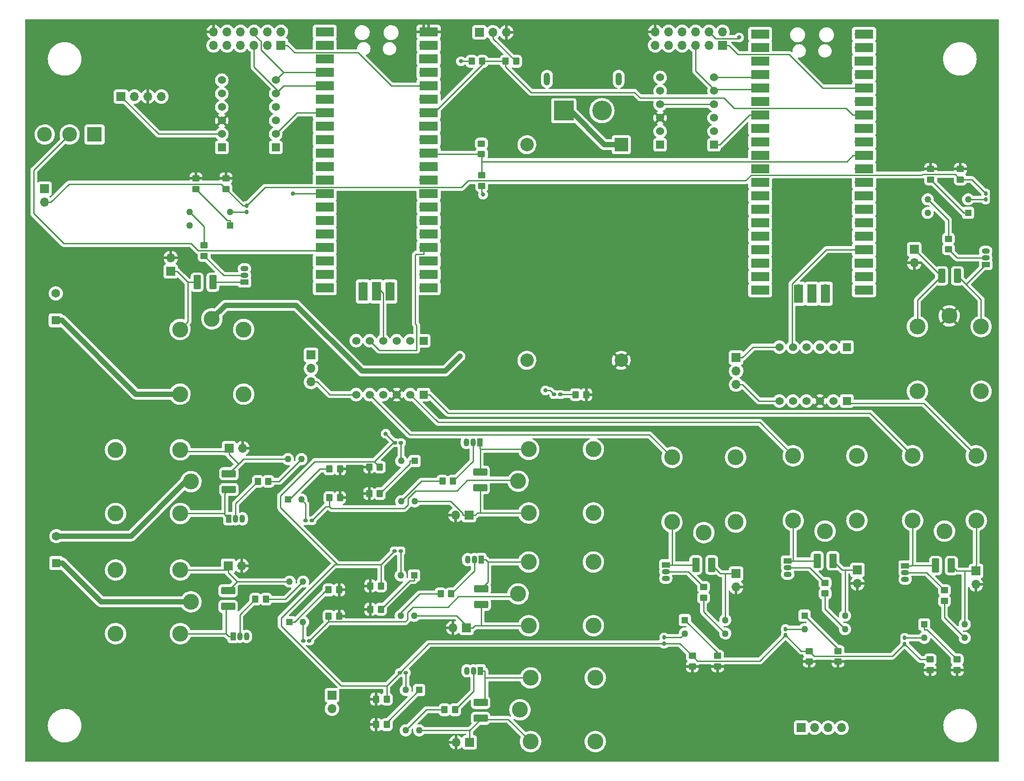
<source format=gbr>
%TF.GenerationSoftware,KiCad,Pcbnew,(6.0.5-0)*%
%TF.CreationDate,2024-02-05T16:25:50-05:00*%
%TF.ProjectId,Autonomous Drift Cart PCB,4175746f-6e6f-46d6-9f75-732044726966,rev?*%
%TF.SameCoordinates,Original*%
%TF.FileFunction,Copper,L1,Top*%
%TF.FilePolarity,Positive*%
%FSLAX46Y46*%
G04 Gerber Fmt 4.6, Leading zero omitted, Abs format (unit mm)*
G04 Created by KiCad (PCBNEW (6.0.5-0)) date 2024-02-05 16:25:50*
%MOMM*%
%LPD*%
G01*
G04 APERTURE LIST*
G04 Aperture macros list*
%AMRoundRect*
0 Rectangle with rounded corners*
0 $1 Rounding radius*
0 $2 $3 $4 $5 $6 $7 $8 $9 X,Y pos of 4 corners*
0 Add a 4 corners polygon primitive as box body*
4,1,4,$2,$3,$4,$5,$6,$7,$8,$9,$2,$3,0*
0 Add four circle primitives for the rounded corners*
1,1,$1+$1,$2,$3*
1,1,$1+$1,$4,$5*
1,1,$1+$1,$6,$7*
1,1,$1+$1,$8,$9*
0 Add four rect primitives between the rounded corners*
20,1,$1+$1,$2,$3,$4,$5,0*
20,1,$1+$1,$4,$5,$6,$7,0*
20,1,$1+$1,$6,$7,$8,$9,0*
20,1,$1+$1,$8,$9,$2,$3,0*%
G04 Aperture macros list end*
%TA.AperFunction,ComponentPad*%
%ADD10R,3.716000X3.716000*%
%TD*%
%TA.AperFunction,ComponentPad*%
%ADD11C,3.716000*%
%TD*%
%TA.AperFunction,ComponentPad*%
%ADD12O,1.200000X2.400000*%
%TD*%
%TA.AperFunction,ComponentPad*%
%ADD13R,1.700000X1.700000*%
%TD*%
%TA.AperFunction,ComponentPad*%
%ADD14O,1.700000X1.700000*%
%TD*%
%TA.AperFunction,SMDPad,CuDef*%
%ADD15RoundRect,0.250000X0.350000X0.450000X-0.350000X0.450000X-0.350000X-0.450000X0.350000X-0.450000X0*%
%TD*%
%TA.AperFunction,SMDPad,CuDef*%
%ADD16RoundRect,0.250001X1.074999X-0.462499X1.074999X0.462499X-1.074999X0.462499X-1.074999X-0.462499X0*%
%TD*%
%TA.AperFunction,SMDPad,CuDef*%
%ADD17RoundRect,0.250000X0.450000X-0.350000X0.450000X0.350000X-0.450000X0.350000X-0.450000X-0.350000X0*%
%TD*%
%TA.AperFunction,ComponentPad*%
%ADD18R,1.260000X1.260000*%
%TD*%
%TA.AperFunction,ComponentPad*%
%ADD19C,1.260000*%
%TD*%
%TA.AperFunction,SMDPad,CuDef*%
%ADD20RoundRect,0.250000X-0.350000X-0.450000X0.350000X-0.450000X0.350000X0.450000X-0.350000X0.450000X0*%
%TD*%
%TA.AperFunction,ComponentPad*%
%ADD21C,3.000000*%
%TD*%
%TA.AperFunction,SMDPad,CuDef*%
%ADD22RoundRect,0.160000X-0.222500X-0.160000X0.222500X-0.160000X0.222500X0.160000X-0.222500X0.160000X0*%
%TD*%
%TA.AperFunction,ComponentPad*%
%ADD23R,1.050000X1.500000*%
%TD*%
%TA.AperFunction,ComponentPad*%
%ADD24O,1.050000X1.500000*%
%TD*%
%TA.AperFunction,SMDPad,CuDef*%
%ADD25RoundRect,0.250001X0.462499X1.074999X-0.462499X1.074999X-0.462499X-1.074999X0.462499X-1.074999X0*%
%TD*%
%TA.AperFunction,SMDPad,CuDef*%
%ADD26RoundRect,0.160000X0.160000X-0.222500X0.160000X0.222500X-0.160000X0.222500X-0.160000X-0.222500X0*%
%TD*%
%TA.AperFunction,SMDPad,CuDef*%
%ADD27RoundRect,0.250001X-1.074999X0.462499X-1.074999X-0.462499X1.074999X-0.462499X1.074999X0.462499X0*%
%TD*%
%TA.AperFunction,SMDPad,CuDef*%
%ADD28RoundRect,0.250000X-0.450000X0.350000X-0.450000X-0.350000X0.450000X-0.350000X0.450000X0.350000X0*%
%TD*%
%TA.AperFunction,SMDPad,CuDef*%
%ADD29RoundRect,0.250001X-0.462499X-1.074999X0.462499X-1.074999X0.462499X1.074999X-0.462499X1.074999X0*%
%TD*%
%TA.AperFunction,ComponentPad*%
%ADD30R,1.650000X1.650000*%
%TD*%
%TA.AperFunction,ComponentPad*%
%ADD31C,1.650000*%
%TD*%
%TA.AperFunction,ComponentPad*%
%ADD32R,1.500000X1.050000*%
%TD*%
%TA.AperFunction,ComponentPad*%
%ADD33O,1.500000X1.050000*%
%TD*%
%TA.AperFunction,ComponentPad*%
%ADD34C,1.524000*%
%TD*%
%TA.AperFunction,ComponentPad*%
%ADD35R,1.524000X1.524000*%
%TD*%
%TA.AperFunction,SMDPad,CuDef*%
%ADD36RoundRect,0.160000X-0.160000X0.222500X-0.160000X-0.222500X0.160000X-0.222500X0.160000X0.222500X0*%
%TD*%
%TA.AperFunction,SMDPad,CuDef*%
%ADD37R,1.700000X3.500000*%
%TD*%
%TA.AperFunction,SMDPad,CuDef*%
%ADD38R,3.500000X1.700000*%
%TD*%
%TA.AperFunction,ComponentPad*%
%ADD39R,2.540000X2.540000*%
%TD*%
%TA.AperFunction,ComponentPad*%
%ADD40C,2.540000*%
%TD*%
%TA.AperFunction,ComponentPad*%
%ADD41R,2.775000X2.775000*%
%TD*%
%TA.AperFunction,ComponentPad*%
%ADD42C,2.775000*%
%TD*%
%TA.AperFunction,SMDPad,CuDef*%
%ADD43RoundRect,0.160000X0.222500X0.160000X-0.222500X0.160000X-0.222500X-0.160000X0.222500X-0.160000X0*%
%TD*%
%TA.AperFunction,ViaPad*%
%ADD44C,0.800000*%
%TD*%
%TA.AperFunction,Conductor*%
%ADD45C,0.250000*%
%TD*%
%TA.AperFunction,Conductor*%
%ADD46C,1.000000*%
%TD*%
G04 APERTURE END LIST*
D10*
%TO.P,J25,1,+*%
%TO.N,+12V*%
X222500000Y-61265700D03*
D11*
%TO.P,J25,2,-*%
%TO.N,GND*%
X229700000Y-61265700D03*
D12*
%TO.P,J25,S1*%
%TO.N,N/C*%
X219350000Y-55265700D03*
%TO.P,J25,S2*%
X232850000Y-55265700D03*
%TD*%
D13*
%TO.P,J8,1,Pin_1*%
%TO.N,E-Stop +5V*%
X267250000Y-177575000D03*
D14*
%TO.P,J8,2,Pin_2*%
%TO.N,/Stepper_PU_Out*%
X269790000Y-177575000D03*
%TO.P,J8,3,Pin_3*%
%TO.N,/Stepper_DR_Out*%
X272330000Y-177575000D03*
%TO.P,J8,4,Pin_4*%
%TO.N,/Stepper_MF_Out*%
X274870000Y-177575000D03*
%TD*%
D15*
%TO.P,R38,2*%
%TO.N,Net-(Q21-Pad3)*%
X200050000Y-174200000D03*
%TO.P,R38,1*%
%TO.N,Net-(Q22-Pad2)*%
X202050000Y-174200000D03*
%TD*%
D13*
%TO.P,J1,1,Pin_1*%
%TO.N,+3V3*%
X169230000Y-48950000D03*
D14*
%TO.P,J1,2,Pin_2*%
%TO.N,GND*%
X169230000Y-46410000D03*
%TO.P,J1,3,Pin_3*%
%TO.N,/3.3V_TX*%
X166690000Y-48950000D03*
%TO.P,J1,4,Pin_4*%
%TO.N,/3.3V_RX*%
X166690000Y-46410000D03*
%TO.P,J1,5,Pin_5*%
%TO.N,/3.3V_SCL*%
X164150000Y-48950000D03*
%TO.P,J1,6,Pin_6*%
%TO.N,/3.3V_SDA*%
X164150000Y-46410000D03*
%TO.P,J1,7,Pin_7*%
%TO.N,/5V_Tx*%
X161610000Y-48950000D03*
%TO.P,J1,8,Pin_8*%
%TO.N,/5V_Rx*%
X161610000Y-46410000D03*
%TO.P,J1,9,Pin_9*%
%TO.N,/5V_SCL*%
X159070000Y-48950000D03*
%TO.P,J1,10,Pin_10*%
%TO.N,/5V_SDA*%
X159070000Y-46410000D03*
%TO.P,J1,11,Pin_11*%
%TO.N,GND*%
X156530000Y-48950000D03*
%TO.P,J1,12,Pin_12*%
%TO.N,+5V*%
X156530000Y-46410000D03*
%TD*%
D16*
%TO.P,D21,2,A*%
%TO.N,Net-(D21-Pad2)*%
X159260000Y-151750000D03*
%TO.P,D21,1,K*%
%TO.N,Net-(D21-Pad1)*%
X159260000Y-154725000D03*
%TD*%
D17*
%TO.P,R2,1*%
%TO.N,+5V*%
X274200000Y-165125000D03*
%TO.P,R2,2*%
%TO.N,Net-(Q2-Pad1)*%
X274200000Y-163125000D03*
%TD*%
D18*
%TO.P,Q1,1*%
%TO.N,Net-(Q1-Pad1)*%
X245322500Y-157280000D03*
D19*
%TO.P,Q1,2*%
%TO.N,Net-(D1-Pad2)*%
X245322500Y-159820000D03*
%TO.P,Q1,3*%
%TO.N,Net-(Q1-Pad3)*%
X252942500Y-159820000D03*
%TO.P,Q1,4*%
%TO.N,Net-(D9-Pad2)*%
X252942500Y-157280000D03*
%TD*%
D20*
%TO.P,R6,1*%
%TO.N,Net-(D5-Pad2)*%
X224750000Y-114800000D03*
%TO.P,R6,2*%
%TO.N,+5V*%
X226750000Y-114800000D03*
%TD*%
D17*
%TO.P,R3,1*%
%TO.N,+5V*%
X296650000Y-166725000D03*
%TO.P,R3,2*%
%TO.N,Net-(Q3-Pad1)*%
X296650000Y-164725000D03*
%TD*%
D21*
%TO.P,K10,A2*%
%TO.N,Net-(D7-Pad1)*%
X216250000Y-168200000D03*
%TO.P,K10,A1*%
%TO.N,Net-(D7-Pad2)*%
X216250000Y-180200000D03*
%TO.P,K10,14*%
%TO.N,/Auto_ThrottleOut*%
X228450000Y-180200000D03*
%TO.P,K10,12*%
%TO.N,/RC_ThrottleOut*%
X228450000Y-168200000D03*
%TO.P,K10,11*%
%TO.N,/ThrottleSignalOut*%
X214250000Y-174200000D03*
%TD*%
D15*
%TO.P,R7,1*%
%TO.N,/ThrottleIN*%
X213550000Y-51950000D03*
%TO.P,R7,2*%
%TO.N,/ThrottleIN_3.3V*%
X211550000Y-51950000D03*
%TD*%
D13*
%TO.P,J16,1,Pin_1*%
%TO.N,Net-(D18-Pad2)*%
X148450000Y-91550000D03*
D14*
%TO.P,J16,2,Pin_2*%
%TO.N,+5V*%
X148450000Y-89010000D03*
%TD*%
D13*
%TO.P,J15,1,Pin_1*%
%TO.N,Net-(D13-Pad2)*%
X204640000Y-137500000D03*
D14*
%TO.P,J15,2,Pin_2*%
%TO.N,+5V*%
X202100000Y-137500000D03*
%TD*%
D22*
%TO.P,D4,1,K*%
%TO.N,/RC_Auto{slash}RC_RelaySig*%
X190627500Y-144250000D03*
%TO.P,D4,2,A*%
%TO.N,Net-(D4-Pad2)*%
X191772500Y-144250000D03*
%TD*%
D23*
%TO.P,Q9,1,C*%
%TO.N,Net-(D12-Pad1)*%
X206920000Y-145900000D03*
D24*
%TO.P,Q9,2,B*%
%TO.N,Net-(Q9-Pad2)*%
X205650000Y-145900000D03*
%TO.P,Q9,3,E*%
%TO.N,GND*%
X204380000Y-145900000D03*
%TD*%
D13*
%TO.P,J14,1,Pin_1*%
%TO.N,Net-(D12-Pad2)*%
X204190000Y-158750000D03*
D14*
%TO.P,J14,2,Pin_2*%
%TO.N,+5V*%
X201650000Y-158750000D03*
%TD*%
D25*
%TO.P,D18,1,K*%
%TO.N,Net-(D18-Pad1)*%
X156400000Y-93600000D03*
%TO.P,D18,2,A*%
%TO.N,Net-(D18-Pad2)*%
X153425000Y-93600000D03*
%TD*%
D20*
%TO.P,R21,2*%
%TO.N,Net-(Q14-Pad3)*%
X166410000Y-153350000D03*
%TO.P,R21,1*%
%TO.N,Net-(Q18-Pad2)*%
X164410000Y-153350000D03*
%TD*%
D26*
%TO.P,D3,1,K*%
%TO.N,/RC_Auto{slash}RC_RelaySig*%
X286750000Y-161777500D03*
%TO.P,D3,2,A*%
%TO.N,Net-(D3-Pad2)*%
X286750000Y-160632500D03*
%TD*%
D27*
%TO.P,D12,1,K*%
%TO.N,Net-(D12-Pad1)*%
X206950000Y-151375000D03*
%TO.P,D12,2,A*%
%TO.N,Net-(D12-Pad2)*%
X206950000Y-154350000D03*
%TD*%
D19*
%TO.P,Q21,4*%
%TO.N,Net-(D7-Pad2)*%
X195270000Y-178092500D03*
%TO.P,Q21,3*%
%TO.N,Net-(Q21-Pad3)*%
X192730000Y-178092500D03*
%TO.P,Q21,2*%
%TO.N,Net-(D6-Pad2)*%
X192730000Y-170472500D03*
D18*
%TO.P,Q21,1*%
%TO.N,Net-(Q21-Pad1)*%
X195270000Y-170472500D03*
%TD*%
D28*
%TO.P,R31,1*%
%TO.N,+5V*%
X158850000Y-74000000D03*
%TO.P,R31,2*%
%TO.N,Net-(D14-Pad1)*%
X158850000Y-76000000D03*
%TD*%
D14*
%TO.P,J30,2,Pin_2*%
%TO.N,Net-(D14-Pad1)*%
X124700000Y-78515000D03*
D13*
%TO.P,J30,1,Pin_1*%
%TO.N,Net-(J30-Pad1)*%
X124700000Y-75975000D03*
%TD*%
%TO.P,J3,1,Pin_1*%
%TO.N,/5V_Rx*%
X139070000Y-58600000D03*
D14*
%TO.P,J3,2,Pin_2*%
%TO.N,/5V_Tx*%
X141610000Y-58600000D03*
%TO.P,J3,3,Pin_3*%
%TO.N,+5V*%
X144150000Y-58600000D03*
%TO.P,J3,4,Pin_4*%
%TO.N,GND*%
X146690000Y-58600000D03*
%TD*%
D20*
%TO.P,R5,1*%
%TO.N,+5V*%
X185850000Y-133450000D03*
%TO.P,R5,2*%
%TO.N,Net-(Q5-Pad1)*%
X187850000Y-133450000D03*
%TD*%
D29*
%TO.P,D11,1,K*%
%TO.N,Net-(D11-Pad1)*%
X292575000Y-147025000D03*
%TO.P,D11,2,A*%
%TO.N,Net-(D11-Pad2)*%
X295550000Y-147025000D03*
%TD*%
D30*
%TO.P,J10,1,Pin_1*%
%TO.N,/AutonomousDriftCartRelays/Motor -*%
X126900000Y-146540000D03*
D31*
%TO.P,J10,2,Pin_2*%
%TO.N,/AutonomousDriftCartRelays/Motor +*%
X126900000Y-141460000D03*
%TD*%
D16*
%TO.P,D19,1,K*%
%TO.N,Net-(D19-Pad1)*%
X159410000Y-132687500D03*
%TO.P,D19,2,A*%
%TO.N,Net-(D19-Pad2)*%
X159410000Y-129712500D03*
%TD*%
D32*
%TO.P,Q7,1,C*%
%TO.N,Net-(D10-Pad1)*%
X264700000Y-146125000D03*
D33*
%TO.P,Q7,2,B*%
%TO.N,Net-(Q7-Pad2)*%
X264700000Y-147395000D03*
%TO.P,Q7,3,E*%
%TO.N,GND*%
X264700000Y-148665000D03*
%TD*%
D18*
%TO.P,Q3,1*%
%TO.N,Net-(Q3-Pad1)*%
X290440000Y-158105000D03*
D19*
%TO.P,Q3,2*%
%TO.N,Net-(D3-Pad2)*%
X290440000Y-160645000D03*
%TO.P,Q3,3*%
%TO.N,Net-(Q3-Pad3)*%
X298060000Y-160645000D03*
%TO.P,Q3,4*%
%TO.N,Net-(D11-Pad2)*%
X298060000Y-158105000D03*
%TD*%
D34*
%TO.P,U2,GND_1,GND*%
%TO.N,GND*%
X188480000Y-114780000D03*
%TO.P,U2,GND_2,GND*%
X188480000Y-104620000D03*
%TO.P,U2,HV,HV*%
%TO.N,+5V*%
X191020000Y-114780000D03*
D35*
%TO.P,U2,HV1,HV1*%
%TO.N,/5V_RC_MF*%
X196100000Y-114780000D03*
D34*
%TO.P,U2,HV2,HV2*%
%TO.N,/5V_RC_DIR*%
X193560000Y-114780000D03*
%TO.P,U2,HV3,HV3*%
%TO.N,/5V_RC_PU*%
X185940000Y-114780000D03*
%TO.P,U2,HV4,HV4*%
%TO.N,/5V_RC_Throttle_Out*%
X183400000Y-114780000D03*
%TO.P,U2,LV,LV*%
%TO.N,+3V3*%
X191020000Y-104620000D03*
D35*
%TO.P,U2,LV1,LV1*%
%TO.N,/3.3V_RC_MF*%
X196100000Y-104620000D03*
D34*
%TO.P,U2,LV2,LV2*%
%TO.N,/3.3V_RC_DIR*%
X193560000Y-104620000D03*
%TO.P,U2,LV3,LV3*%
%TO.N,/3.3V_RC_PU*%
X185940000Y-104620000D03*
%TO.P,U2,LV4,LV4*%
%TO.N,/3.3V_RC_Throttle_Out*%
X183400000Y-104620000D03*
%TD*%
D28*
%TO.P,R22,1*%
%TO.N,unconnected-(R22-Pad1)*%
X207000000Y-67450000D03*
%TO.P,R22,2*%
%TO.N,/Battery_Voltage_ADC*%
X207000000Y-69450000D03*
%TD*%
D24*
%TO.P,Q18,3,E*%
%TO.N,GND*%
X162730000Y-160360000D03*
%TO.P,Q18,2,B*%
%TO.N,Net-(Q18-Pad2)*%
X161460000Y-160360000D03*
D23*
%TO.P,Q18,1,C*%
%TO.N,Net-(D21-Pad1)*%
X160190000Y-160360000D03*
%TD*%
D21*
%TO.P,K2,11*%
%TO.N,/Stepper_DR_Out*%
X271750000Y-140525000D03*
%TO.P,K2,12*%
%TO.N,/5V_RC_DIR*%
X265750000Y-126325000D03*
%TO.P,K2,14*%
%TO.N,/5V_Auto_DIR*%
X277750000Y-126325000D03*
%TO.P,K2,A1*%
%TO.N,Net-(D10-Pad2)*%
X277750000Y-138525000D03*
%TO.P,K2,A2*%
%TO.N,Net-(D10-Pad1)*%
X265750000Y-138525000D03*
%TD*%
%TO.P,K5,11*%
%TO.N,/AutonomousDriftCartRelays/LinearActuatorSig2*%
X213900000Y-131100000D03*
%TO.P,K5,12*%
%TO.N,/RC_LinearActuatorSig2*%
X228100000Y-125100000D03*
%TO.P,K5,14*%
%TO.N,/Auto_LinearActuatorSig2*%
X228100000Y-137100000D03*
%TO.P,K5,A1*%
%TO.N,Net-(D13-Pad2)*%
X215900000Y-137100000D03*
%TO.P,K5,A2*%
%TO.N,Net-(D13-Pad1)*%
X215900000Y-125100000D03*
%TD*%
D36*
%TO.P,D22,1,K*%
%TO.N,Net-(D14-Pad1)*%
X302000000Y-76855000D03*
%TO.P,D22,2,A*%
%TO.N,Net-(D22-Pad2)*%
X302000000Y-78000000D03*
%TD*%
D21*
%TO.P,K9,11*%
%TO.N,/AutonomousDriftCartRelays/Motor -*%
X152260000Y-153850000D03*
%TO.P,K9,12*%
%TO.N,GND*%
X138060000Y-159850000D03*
%TO.P,K9,14*%
%TO.N,+12V*%
X138060000Y-147850000D03*
%TO.P,K9,A1*%
%TO.N,Net-(D21-Pad2)*%
X150260000Y-147850000D03*
%TO.P,K9,A2*%
%TO.N,Net-(D21-Pad1)*%
X150260000Y-159850000D03*
%TD*%
D37*
%TO.P,U3,43,SWDIO*%
%TO.N,unconnected-(U3-Pad43)*%
X189790000Y-95350000D03*
D14*
X189790000Y-94450000D03*
D37*
%TO.P,U3,42,GND*%
%TO.N,GND*%
X187250000Y-95350000D03*
D13*
X187250000Y-94450000D03*
D14*
%TO.P,U3,41,SWCLK*%
%TO.N,unconnected-(U3-Pad41)*%
X184710000Y-94450000D03*
D37*
X184710000Y-95350000D03*
D14*
%TO.P,U3,40,VBUS*%
%TO.N,+5V*%
X196140000Y-46420000D03*
D38*
X197040000Y-46420000D03*
D14*
%TO.P,U3,39,VSYS*%
%TO.N,unconnected-(U3-Pad39)*%
X196140000Y-48960000D03*
D38*
X197040000Y-48960000D03*
%TO.P,U3,38,GND*%
%TO.N,GND*%
X197040000Y-51500000D03*
D13*
X196140000Y-51500000D03*
D38*
%TO.P,U3,37,3V3_EN*%
%TO.N,unconnected-(U3-Pad37)*%
X197040000Y-54040000D03*
D14*
X196140000Y-54040000D03*
%TO.P,U3,36,3V3*%
%TO.N,+3V3*%
X196140000Y-56580000D03*
D38*
X197040000Y-56580000D03*
D14*
%TO.P,U3,35,ADC_VREF*%
%TO.N,unconnected-(U3-Pad35)*%
X196140000Y-59120000D03*
D38*
X197040000Y-59120000D03*
%TO.P,U3,34,GPIO28_ADC2*%
%TO.N,/ThrottleIN_3.3V*%
X197040000Y-61660000D03*
D14*
X196140000Y-61660000D03*
D38*
%TO.P,U3,33,AGND*%
%TO.N,unconnected-(U3-Pad33)*%
X197040000Y-64200000D03*
D13*
X196140000Y-64200000D03*
D14*
%TO.P,U3,32,GPIO27_ADC1*%
%TO.N,unconnected-(U3-Pad32)*%
X196140000Y-66740000D03*
D38*
X197040000Y-66740000D03*
%TO.P,U3,31,GPIO26_ADC0*%
%TO.N,/Battery_Voltage_ADC*%
X197040000Y-69280000D03*
D14*
X196140000Y-69280000D03*
D38*
%TO.P,U3,30,RUN*%
%TO.N,unconnected-(U3-Pad30)*%
X197040000Y-71820000D03*
D14*
X196140000Y-71820000D03*
%TO.P,U3,29,GPIO22*%
%TO.N,unconnected-(U3-Pad29)*%
X196140000Y-74360000D03*
D38*
X197040000Y-74360000D03*
%TO.P,U3,28,GND*%
%TO.N,GND*%
X197040000Y-76900000D03*
D13*
X196140000Y-76900000D03*
D14*
%TO.P,U3,27,GPIO21*%
%TO.N,unconnected-(U3-Pad27)*%
X196140000Y-79440000D03*
D38*
X197040000Y-79440000D03*
%TO.P,U3,26,GPIO20*%
%TO.N,unconnected-(U3-Pad26)*%
X197040000Y-81980000D03*
D14*
X196140000Y-81980000D03*
D38*
%TO.P,U3,25,GPIO19*%
%TO.N,unconnected-(U3-Pad25)*%
X197040000Y-84520000D03*
D14*
X196140000Y-84520000D03*
D38*
%TO.P,U3,24,GPIO18*%
%TO.N,/3.3V_RC_PU*%
X197040000Y-87060000D03*
D14*
X196140000Y-87060000D03*
D13*
%TO.P,U3,23,GND*%
%TO.N,GND*%
X196140000Y-89600000D03*
D38*
X197040000Y-89600000D03*
D14*
%TO.P,U3,22,GPIO17*%
%TO.N,/3.3V_RC_DIR*%
X196140000Y-92140000D03*
D38*
X197040000Y-92140000D03*
D14*
%TO.P,U3,21,GPIO16*%
%TO.N,/3.3V_RC_MF*%
X196140000Y-94680000D03*
D38*
X197040000Y-94680000D03*
D14*
%TO.P,U3,20,GPIO15*%
%TO.N,/3.3V_RC_Throttle_Out*%
X178360000Y-94680000D03*
D38*
X177460000Y-94680000D03*
%TO.P,U3,19,GPIO14*%
%TO.N,unconnected-(U3-Pad19)*%
X177460000Y-92140000D03*
D14*
X178360000Y-92140000D03*
D38*
%TO.P,U3,18,GND*%
%TO.N,GND*%
X177460000Y-89600000D03*
D13*
X178360000Y-89600000D03*
D14*
%TO.P,U3,17,GPIO13*%
%TO.N,/RC_EStopRelaySig*%
X178360000Y-87060000D03*
D38*
X177460000Y-87060000D03*
%TO.P,U3,16,GPIO12*%
%TO.N,unconnected-(U3-Pad16)*%
X177460000Y-84520000D03*
D14*
X178360000Y-84520000D03*
%TO.P,U3,15,GPIO11*%
%TO.N,/RC_Auto{slash}RC_RelaySig*%
X178360000Y-81980000D03*
D38*
X177460000Y-81980000D03*
%TO.P,U3,14,GPIO10*%
%TO.N,unconnected-(U3-Pad14)*%
X177460000Y-79440000D03*
D14*
X178360000Y-79440000D03*
D38*
%TO.P,U3,13,GND*%
%TO.N,GND*%
X177460000Y-76900000D03*
D13*
X178360000Y-76900000D03*
D14*
%TO.P,U3,12,GPIO9*%
%TO.N,/RC_LinearActuatorSig2*%
X178360000Y-74360000D03*
D38*
X177460000Y-74360000D03*
D14*
%TO.P,U3,11,GPIO8*%
%TO.N,/RC_LinearActuatorSig1*%
X178360000Y-71820000D03*
D38*
X177460000Y-71820000D03*
D14*
%TO.P,U3,10,GPIO7*%
%TO.N,unconnected-(U3-Pad10)*%
X178360000Y-69280000D03*
D38*
X177460000Y-69280000D03*
%TO.P,U3,9,GPIO6*%
%TO.N,unconnected-(U3-Pad9)*%
X177460000Y-66740000D03*
D14*
X178360000Y-66740000D03*
D38*
%TO.P,U3,8,GND*%
%TO.N,GND*%
X177460000Y-64200000D03*
D13*
X178360000Y-64200000D03*
D14*
%TO.P,U3,7,GPIO5*%
%TO.N,/3.3V_RX*%
X178360000Y-61660000D03*
D38*
X177460000Y-61660000D03*
D14*
%TO.P,U3,6,GPIO4*%
%TO.N,/3.3V_TX*%
X178360000Y-59120000D03*
D38*
X177460000Y-59120000D03*
D14*
%TO.P,U3,5,GPIO3*%
%TO.N,/3.3V_SCL*%
X178360000Y-56580000D03*
D38*
X177460000Y-56580000D03*
%TO.P,U3,4,GPIO2*%
%TO.N,/3.3V_SDA*%
X177460000Y-54040000D03*
D14*
X178360000Y-54040000D03*
D38*
%TO.P,U3,3,GND*%
%TO.N,GND*%
X177460000Y-51500000D03*
D13*
X178360000Y-51500000D03*
D14*
%TO.P,U3,2,GPIO1*%
%TO.N,unconnected-(U3-Pad2)*%
X178360000Y-48960000D03*
D38*
X177460000Y-48960000D03*
%TO.P,U3,1,GPIO0*%
%TO.N,unconnected-(U3-Pad1)*%
X177460000Y-46420000D03*
D14*
X178360000Y-46420000D03*
%TD*%
D31*
%TO.P,J20,2,Pin_2*%
%TO.N,GND*%
X126800000Y-95710000D03*
D30*
%TO.P,J20,1,Pin_1*%
%TO.N,BatteryE-StopRelay*%
X126800000Y-100790000D03*
%TD*%
D14*
%TO.P,J9,2,Pin_2*%
%TO.N,+5V*%
X202235000Y-180350000D03*
D13*
%TO.P,J9,1,Pin_1*%
%TO.N,Net-(D7-Pad2)*%
X204775000Y-180350000D03*
%TD*%
D23*
%TO.P,Q10,1,C*%
%TO.N,Net-(D13-Pad1)*%
X206670000Y-123790000D03*
D24*
%TO.P,Q10,2,B*%
%TO.N,Net-(Q10-Pad2)*%
X205400000Y-123790000D03*
%TO.P,Q10,3,E*%
%TO.N,GND*%
X204130000Y-123790000D03*
%TD*%
D29*
%TO.P,D9,1,K*%
%TO.N,Net-(D9-Pad1)*%
X247412500Y-146900000D03*
%TO.P,D9,2,A*%
%TO.N,Net-(D9-Pad2)*%
X250387500Y-146900000D03*
%TD*%
D18*
%TO.P,Q19,1*%
%TO.N,Net-(Q19-Pad1)*%
X298710000Y-80520000D03*
D19*
%TO.P,Q19,2*%
%TO.N,Net-(D22-Pad2)*%
X298710000Y-77980000D03*
%TO.P,Q19,3*%
%TO.N,Net-(Q19-Pad3)*%
X291090000Y-77980000D03*
%TO.P,Q19,4*%
%TO.N,Net-(D23-Pad2)*%
X291090000Y-80520000D03*
%TD*%
D15*
%TO.P,R13,1*%
%TO.N,Net-(Q10-Pad2)*%
X201650000Y-131100000D03*
%TO.P,R13,2*%
%TO.N,Net-(Q5-Pad3)*%
X199650000Y-131100000D03*
%TD*%
D25*
%TO.P,D23,1,K*%
%TO.N,Net-(D23-Pad1)*%
X296700000Y-92400000D03*
%TO.P,D23,2,A*%
%TO.N,Net-(D23-Pad2)*%
X293725000Y-92400000D03*
%TD*%
D13*
%TO.P,J19,1,Pin_1*%
%TO.N,Net-(D21-Pad2)*%
X159260000Y-147050000D03*
D14*
%TO.P,J19,2,Pin_2*%
%TO.N,+5V*%
X161800000Y-147050000D03*
%TD*%
D17*
%TO.P,R24,1*%
%TO.N,+5V*%
X246750000Y-166050000D03*
%TO.P,R24,2*%
%TO.N,/RC_Auto{slash}RC_RelaySig*%
X246750000Y-164050000D03*
%TD*%
D32*
%TO.P,Q15,1,C*%
%TO.N,Net-(D18-Pad1)*%
X162350000Y-93590000D03*
D33*
%TO.P,Q15,2,B*%
%TO.N,Net-(Q15-Pad2)*%
X162350000Y-92320000D03*
%TO.P,Q15,3,E*%
%TO.N,GND*%
X162350000Y-91050000D03*
%TD*%
D36*
%TO.P,D14,1,K*%
%TO.N,Net-(D14-Pad1)*%
X162750000Y-79205000D03*
%TO.P,D14,2,A*%
%TO.N,Net-(D14-Pad2)*%
X162750000Y-80350000D03*
%TD*%
D21*
%TO.P,K7,11*%
%TO.N,/AutonomousDriftCartRelays/Motor +*%
X152260000Y-131200000D03*
%TO.P,K7,12*%
%TO.N,GND*%
X138060000Y-137200000D03*
%TO.P,K7,14*%
%TO.N,+12V*%
X138060000Y-125200000D03*
%TO.P,K7,A1*%
%TO.N,Net-(D19-Pad2)*%
X150260000Y-125200000D03*
%TO.P,K7,A2*%
%TO.N,Net-(D19-Pad1)*%
X150260000Y-137200000D03*
%TD*%
D27*
%TO.P,D7,2,A*%
%TO.N,Net-(D7-Pad2)*%
X206850000Y-175800000D03*
%TO.P,D7,1,K*%
%TO.N,Net-(D7-Pad1)*%
X206850000Y-172825000D03*
%TD*%
D20*
%TO.P,R4,1*%
%TO.N,+5V*%
X186050000Y-155250000D03*
%TO.P,R4,2*%
%TO.N,Net-(Q4-Pad1)*%
X188050000Y-155250000D03*
%TD*%
D37*
%TO.P,U4,43,SWDIO*%
%TO.N,unconnected-(U4-Pad43)*%
X271840000Y-95755000D03*
D14*
X271840000Y-94855000D03*
D13*
%TO.P,U4,42,GND*%
%TO.N,GND*%
X269300000Y-94855000D03*
D37*
X269300000Y-95755000D03*
%TO.P,U4,41,SWCLK*%
%TO.N,unconnected-(U4-Pad41)*%
X266760000Y-95755000D03*
D14*
X266760000Y-94855000D03*
D38*
%TO.P,U4,40,VBUS*%
%TO.N,unconnected-(U4-Pad40)*%
X279090000Y-46825000D03*
D14*
X278190000Y-46825000D03*
%TO.P,U4,39,VSYS*%
%TO.N,unconnected-(U4-Pad39)*%
X278190000Y-49365000D03*
D38*
X279090000Y-49365000D03*
D13*
%TO.P,U4,38,GND*%
%TO.N,GND*%
X278190000Y-51905000D03*
D38*
X279090000Y-51905000D03*
D14*
%TO.P,U4,37,3V3_EN*%
%TO.N,unconnected-(U4-Pad37)*%
X278190000Y-54445000D03*
D38*
X279090000Y-54445000D03*
D14*
%TO.P,U4,36,3V3*%
%TO.N,+3V3*%
X278190000Y-56985000D03*
D38*
X279090000Y-56985000D03*
D14*
%TO.P,U4,35,ADC_VREF*%
%TO.N,unconnected-(U4-Pad35)*%
X278190000Y-59525000D03*
D38*
X279090000Y-59525000D03*
%TO.P,U4,34,GPIO28_ADC2*%
%TO.N,/ThrottleIN_3.3V*%
X279090000Y-62065000D03*
D14*
X278190000Y-62065000D03*
D13*
%TO.P,U4,33,AGND*%
%TO.N,unconnected-(U4-Pad33)*%
X278190000Y-64605000D03*
D38*
X279090000Y-64605000D03*
D14*
%TO.P,U4,32,GPIO27_ADC1*%
%TO.N,unconnected-(U4-Pad32)*%
X278190000Y-67145000D03*
D38*
X279090000Y-67145000D03*
D14*
%TO.P,U4,31,GPIO26_ADC0*%
%TO.N,/Battery_Voltage_ADC*%
X278190000Y-69685000D03*
D38*
X279090000Y-69685000D03*
%TO.P,U4,30,RUN*%
%TO.N,unconnected-(U4-Pad30)*%
X279090000Y-72225000D03*
D14*
X278190000Y-72225000D03*
D38*
%TO.P,U4,29,GPIO22*%
%TO.N,unconnected-(U4-Pad29)*%
X279090000Y-74765000D03*
D14*
X278190000Y-74765000D03*
D38*
%TO.P,U4,28,GND*%
%TO.N,GND*%
X279090000Y-77305000D03*
D13*
X278190000Y-77305000D03*
D14*
%TO.P,U4,27,GPIO21*%
%TO.N,unconnected-(U4-Pad27)*%
X278190000Y-79845000D03*
D38*
X279090000Y-79845000D03*
D14*
%TO.P,U4,26,GPIO20*%
%TO.N,unconnected-(U4-Pad26)*%
X278190000Y-82385000D03*
D38*
X279090000Y-82385000D03*
D14*
%TO.P,U4,25,GPIO19*%
%TO.N,unconnected-(U4-Pad25)*%
X278190000Y-84925000D03*
D38*
X279090000Y-84925000D03*
D14*
%TO.P,U4,24,GPIO18*%
%TO.N,/3.3V_Auto_PU*%
X278190000Y-87465000D03*
D38*
X279090000Y-87465000D03*
%TO.P,U4,23,GND*%
%TO.N,GND*%
X279090000Y-90005000D03*
D13*
X278190000Y-90005000D03*
D38*
%TO.P,U4,22,GPIO17*%
%TO.N,/3.3V_Auto_DIR*%
X279090000Y-92545000D03*
D14*
X278190000Y-92545000D03*
%TO.P,U4,21,GPIO16*%
%TO.N,/3.3V_Auto_MF*%
X278190000Y-95085000D03*
D38*
X279090000Y-95085000D03*
%TO.P,U4,20,GPIO15*%
%TO.N,/3.3V_Auto_Throttle_Out*%
X259510000Y-95085000D03*
D14*
X260410000Y-95085000D03*
%TO.P,U4,19,GPIO14*%
%TO.N,unconnected-(U4-Pad19)*%
X260410000Y-92545000D03*
D38*
X259510000Y-92545000D03*
D13*
%TO.P,U4,18,GND*%
%TO.N,GND*%
X260410000Y-90005000D03*
D38*
X259510000Y-90005000D03*
D14*
%TO.P,U4,17,GPIO13*%
%TO.N,unconnected-(U4-Pad17)*%
X260410000Y-87465000D03*
D38*
X259510000Y-87465000D03*
%TO.P,U4,16,GPIO12*%
%TO.N,unconnected-(U4-Pad16)*%
X259510000Y-84925000D03*
D14*
X260410000Y-84925000D03*
%TO.P,U4,15,GPIO11*%
%TO.N,unconnected-(U4-Pad15)*%
X260410000Y-82385000D03*
D38*
X259510000Y-82385000D03*
%TO.P,U4,14,GPIO10*%
%TO.N,unconnected-(U4-Pad14)*%
X259510000Y-79845000D03*
D14*
X260410000Y-79845000D03*
D13*
%TO.P,U4,13,GND*%
%TO.N,GND*%
X260410000Y-77305000D03*
D38*
X259510000Y-77305000D03*
%TO.P,U4,12,GPIO9*%
%TO.N,/Auto_LinearActuatorSig2*%
X259510000Y-74765000D03*
D14*
X260410000Y-74765000D03*
D38*
%TO.P,U4,11,GPIO8*%
%TO.N,/Auto_LinearActuatorSig1*%
X259510000Y-72225000D03*
D14*
X260410000Y-72225000D03*
%TO.P,U4,10,GPIO7*%
%TO.N,unconnected-(U4-Pad10)*%
X260410000Y-69685000D03*
D38*
X259510000Y-69685000D03*
%TO.P,U4,9,GPIO6*%
%TO.N,unconnected-(U4-Pad9)*%
X259510000Y-67145000D03*
D14*
X260410000Y-67145000D03*
D38*
%TO.P,U4,8,GND*%
%TO.N,GND*%
X259510000Y-64605000D03*
D13*
X260410000Y-64605000D03*
D38*
%TO.P,U4,7,GPIO5*%
%TO.N,/Auto_3.3V_TX*%
X259510000Y-62065000D03*
D14*
X260410000Y-62065000D03*
D38*
%TO.P,U4,6,GPIO4*%
%TO.N,/Auto_3.3V_RX*%
X259510000Y-59525000D03*
D14*
X260410000Y-59525000D03*
%TO.P,U4,5,GPIO3*%
%TO.N,/Auto_3.3V_SCL*%
X260410000Y-56985000D03*
D38*
X259510000Y-56985000D03*
D14*
%TO.P,U4,4,GPIO2*%
%TO.N,/Auto_3.3V_SDA*%
X260410000Y-54445000D03*
D38*
X259510000Y-54445000D03*
%TO.P,U4,3,GND*%
%TO.N,GND*%
X259510000Y-51905000D03*
D13*
X260410000Y-51905000D03*
D38*
%TO.P,U4,2,GPIO1*%
%TO.N,unconnected-(U4-Pad2)*%
X259510000Y-49365000D03*
D14*
X260410000Y-49365000D03*
%TO.P,U4,1,GPIO0*%
%TO.N,unconnected-(U4-Pad1)*%
X260410000Y-46825000D03*
D38*
X259510000Y-46825000D03*
%TD*%
D21*
%TO.P,K4,11*%
%TO.N,/AutonomousDriftCartRelays/LinearActuatorSig1*%
X213900000Y-152350000D03*
%TO.P,K4,12*%
%TO.N,/RC_LinearActuatorSig1*%
X228100000Y-146350000D03*
%TO.P,K4,14*%
%TO.N,/Auto_LinearActuatorSig1*%
X228100000Y-158350000D03*
%TO.P,K4,A1*%
%TO.N,Net-(D12-Pad2)*%
X215900000Y-158350000D03*
%TO.P,K4,A2*%
%TO.N,Net-(D12-Pad1)*%
X215900000Y-146350000D03*
%TD*%
D13*
%TO.P,J2,1,Pin_1*%
%TO.N,/3.3V_RC_Throttle_Out*%
X174900000Y-107325000D03*
D14*
%TO.P,J2,2,Pin_2*%
%TO.N,/RC_ThrottleOut*%
X174900000Y-109865000D03*
%TO.P,J2,3,Pin_3*%
%TO.N,/5V_RC_Throttle_Out*%
X174900000Y-112405000D03*
%TD*%
D29*
%TO.P,D10,1,K*%
%TO.N,Net-(D10-Pad1)*%
X270262500Y-146125000D03*
%TO.P,D10,2,A*%
%TO.N,Net-(D10-Pad2)*%
X273237500Y-146125000D03*
%TD*%
D28*
%TO.P,R34,1*%
%TO.N,+5V*%
X291650000Y-72250000D03*
%TO.P,R34,2*%
%TO.N,Net-(Q19-Pad1)*%
X291650000Y-74250000D03*
%TD*%
D15*
%TO.P,R8,1*%
%TO.N,/ThrottleIN_3.3V*%
X207150000Y-51950000D03*
%TO.P,R8,2*%
%TO.N,GND*%
X205150000Y-51950000D03*
%TD*%
D27*
%TO.P,D13,1,K*%
%TO.N,Net-(D13-Pad1)*%
X206750000Y-129375000D03*
%TO.P,D13,2,A*%
%TO.N,Net-(D13-Pad2)*%
X206750000Y-132350000D03*
%TD*%
D13*
%TO.P,J4,1,Pin_1*%
%TO.N,/3.3V_Auto_Throttle_Out*%
X255000000Y-107810000D03*
D14*
%TO.P,J4,2,Pin_2*%
%TO.N,/Auto_ThrottleOut*%
X255000000Y-110350000D03*
%TO.P,J4,3,Pin_3*%
%TO.N,/5V_Auto_Throttle_Out*%
X255000000Y-112890000D03*
%TD*%
D22*
%TO.P,D6,2,A*%
%TO.N,Net-(D6-Pad2)*%
X192750000Y-167200000D03*
%TO.P,D6,1,K*%
%TO.N,/RC_Auto{slash}RC_RelaySig*%
X191605000Y-167200000D03*
%TD*%
D18*
%TO.P,Q12,1*%
%TO.N,Net-(Q12-Pad1)*%
X170540000Y-134577500D03*
D19*
%TO.P,Q12,2*%
%TO.N,Net-(D15-Pad2)*%
X173080000Y-134577500D03*
%TO.P,Q12,3*%
%TO.N,Net-(Q12-Pad3)*%
X173080000Y-126957500D03*
%TO.P,Q12,4*%
%TO.N,Net-(D19-Pad2)*%
X170540000Y-126957500D03*
%TD*%
D28*
%TO.P,R32,1*%
%TO.N,+5V*%
X297250000Y-72250000D03*
%TO.P,R32,2*%
%TO.N,Net-(D14-Pad1)*%
X297250000Y-74250000D03*
%TD*%
%TO.P,R9,1*%
%TO.N,Net-(Q6-Pad2)*%
X248850000Y-151050000D03*
%TO.P,R9,2*%
%TO.N,Net-(Q1-Pad3)*%
X248850000Y-153050000D03*
%TD*%
D14*
%TO.P,J5,2,Pin_2*%
%TO.N,/ThrottleSignalOut*%
X178825000Y-173990000D03*
D13*
%TO.P,J5,1,Pin_1*%
%TO.N,GND*%
X178825000Y-171450000D03*
%TD*%
D15*
%TO.P,R30,1*%
%TO.N,+5V*%
X180360000Y-134200000D03*
%TO.P,R30,2*%
%TO.N,/AutonomousDriftCartRelays/LinearActuatorSig2*%
X178360000Y-134200000D03*
%TD*%
D22*
%TO.P,D5,1,K*%
%TO.N,GND*%
X220707500Y-114770000D03*
%TO.P,D5,2,A*%
%TO.N,Net-(D5-Pad2)*%
X221852500Y-114770000D03*
%TD*%
D17*
%TO.P,R18,1*%
%TO.N,Net-(Q15-Pad2)*%
X154750000Y-88650000D03*
%TO.P,R18,2*%
%TO.N,Net-(Q11-Pad3)*%
X154750000Y-86650000D03*
%TD*%
D15*
%TO.P,R15,1*%
%TO.N,+5V*%
X180360000Y-128800000D03*
%TO.P,R15,2*%
%TO.N,Net-(Q12-Pad1)*%
X178360000Y-128800000D03*
%TD*%
D28*
%TO.P,R23,1*%
%TO.N,/Battery_Voltage_ADC*%
X207050000Y-73450000D03*
%TO.P,R23,2*%
%TO.N,GND*%
X207050000Y-75450000D03*
%TD*%
D13*
%TO.P,J12,1,Pin_1*%
%TO.N,Net-(D10-Pad2)*%
X277850000Y-147850000D03*
D14*
%TO.P,J12,2,Pin_2*%
%TO.N,+5V*%
X277850000Y-150390000D03*
%TD*%
D20*
%TO.P,R37,2*%
%TO.N,Net-(Q21-Pad1)*%
X189150000Y-177000000D03*
%TO.P,R37,1*%
%TO.N,+5V*%
X187150000Y-177000000D03*
%TD*%
%TO.P,R19,1*%
%TO.N,Net-(Q16-Pad2)*%
X164860000Y-131150000D03*
%TO.P,R19,2*%
%TO.N,Net-(Q12-Pad3)*%
X166860000Y-131150000D03*
%TD*%
D34*
%TO.P,U5,GND_1,GND*%
%TO.N,GND*%
X268230000Y-115980000D03*
%TO.P,U5,GND_2,GND*%
X268230000Y-105820000D03*
%TO.P,U5,HV,HV*%
%TO.N,+5V*%
X270770000Y-115980000D03*
D35*
%TO.P,U5,HV1,HV1*%
%TO.N,/5V_Auto_MF*%
X275850000Y-115980000D03*
D34*
%TO.P,U5,HV2,HV2*%
%TO.N,/5V_Auto_DIR*%
X273310000Y-115980000D03*
%TO.P,U5,HV3,HV3*%
%TO.N,/5V_Auto_PU*%
X265690000Y-115980000D03*
%TO.P,U5,HV4,HV4*%
%TO.N,/5V_Auto_Throttle_Out*%
X263150000Y-115980000D03*
%TO.P,U5,LV,LV*%
%TO.N,+3V3*%
X270770000Y-105820000D03*
D35*
%TO.P,U5,LV1,LV1*%
%TO.N,/3.3V_Auto_MF*%
X275850000Y-105820000D03*
D34*
%TO.P,U5,LV2,LV2*%
%TO.N,/3.3V_Auto_DIR*%
X273310000Y-105820000D03*
%TO.P,U5,LV3,LV3*%
%TO.N,/3.3V_Auto_PU*%
X265690000Y-105820000D03*
%TO.P,U5,LV4,LV4*%
%TO.N,/3.3V_Auto_Throttle_Out*%
X263150000Y-105820000D03*
%TD*%
D39*
%TO.P,U6,1,Vin*%
%TO.N,+12V*%
X233340000Y-67680000D03*
D40*
%TO.P,U6,2,GND*%
%TO.N,GND*%
X215560000Y-67680000D03*
%TO.P,U6,3,GND*%
X215560000Y-108320000D03*
%TO.P,U6,4,Vout*%
%TO.N,+5V*%
X233340000Y-108320000D03*
%TD*%
D41*
%TO.P,S2,1*%
%TO.N,Net-(J30-Pad1)*%
X134100000Y-65750000D03*
D42*
%TO.P,S2,2*%
%TO.N,/RC_EStopRelaySig*%
X129400000Y-65750000D03*
%TO.P,S2,3*%
%TO.N,unconnected-(S2-Pad3)*%
X124700000Y-65750000D03*
%TD*%
D14*
%TO.P,J7,12,Pin_12*%
%TO.N,+5V*%
X239740000Y-46400000D03*
%TO.P,J7,11,Pin_11*%
%TO.N,GND*%
X239740000Y-48940000D03*
%TO.P,J7,10,Pin_10*%
%TO.N,/Auto_5V_SDA*%
X242280000Y-46400000D03*
%TO.P,J7,9,Pin_9*%
%TO.N,/Auto_5V_SCL*%
X242280000Y-48940000D03*
%TO.P,J7,8,Pin_8*%
%TO.N,/Auto_5V_Rx*%
X244820000Y-46400000D03*
%TO.P,J7,7,Pin_7*%
%TO.N,/Auto_5V_Tx*%
X244820000Y-48940000D03*
%TO.P,J7,6,Pin_6*%
%TO.N,/Auto_3.3V_SDA*%
X247360000Y-46400000D03*
%TO.P,J7,5,Pin_5*%
%TO.N,/Auto_3.3V_SCL*%
X247360000Y-48940000D03*
%TO.P,J7,4,Pin_4*%
%TO.N,/Auto_3.3V_RX*%
X249900000Y-46400000D03*
%TO.P,J7,3,Pin_3*%
%TO.N,/Auto_3.3V_TX*%
X249900000Y-48940000D03*
%TO.P,J7,2,Pin_2*%
%TO.N,GND*%
X252440000Y-46400000D03*
D13*
%TO.P,J7,1,Pin_1*%
%TO.N,+3V3*%
X252440000Y-48940000D03*
%TD*%
D28*
%TO.P,R14,1*%
%TO.N,+5V*%
X153200000Y-74000000D03*
%TO.P,R14,2*%
%TO.N,Net-(Q11-Pad1)*%
X153200000Y-76000000D03*
%TD*%
D15*
%TO.P,R29,1*%
%TO.N,+5V*%
X180210000Y-156550000D03*
%TO.P,R29,2*%
%TO.N,/AutonomousDriftCartRelays/LinearActuatorSig1*%
X178210000Y-156550000D03*
%TD*%
D43*
%TO.P,D15,1,K*%
%TO.N,/AutonomousDriftCartRelays/LinearActuatorSig2*%
X175032500Y-138550000D03*
%TO.P,D15,2,A*%
%TO.N,Net-(D15-Pad2)*%
X173887500Y-138550000D03*
%TD*%
D18*
%TO.P,Q11,1*%
%TO.N,Net-(Q11-Pad1)*%
X159660000Y-82920000D03*
D19*
%TO.P,Q11,2*%
%TO.N,Net-(D14-Pad2)*%
X159660000Y-80380000D03*
%TO.P,Q11,3*%
%TO.N,Net-(Q11-Pad3)*%
X152040000Y-80380000D03*
%TO.P,Q11,4*%
%TO.N,Net-(D18-Pad2)*%
X152040000Y-82920000D03*
%TD*%
D18*
%TO.P,Q5,1*%
%TO.N,Net-(Q5-Pad1)*%
X194420000Y-127290000D03*
D19*
%TO.P,Q5,2*%
%TO.N,Net-(D8-Pad2)*%
X191880000Y-127290000D03*
%TO.P,Q5,3*%
%TO.N,Net-(Q5-Pad3)*%
X191880000Y-134910000D03*
%TO.P,Q5,4*%
%TO.N,Net-(D13-Pad2)*%
X194420000Y-134910000D03*
%TD*%
D18*
%TO.P,Q4,1*%
%TO.N,Net-(Q4-Pad1)*%
X194320000Y-148872500D03*
D19*
%TO.P,Q4,2*%
%TO.N,Net-(D4-Pad2)*%
X191780000Y-148872500D03*
%TO.P,Q4,3*%
%TO.N,Net-(Q4-Pad3)*%
X191780000Y-156492500D03*
%TO.P,Q4,4*%
%TO.N,Net-(D12-Pad2)*%
X194320000Y-156492500D03*
%TD*%
D20*
%TO.P,R28,1*%
%TO.N,+5V*%
X185850000Y-128450000D03*
%TO.P,R28,2*%
%TO.N,/RC_Auto{slash}RC_RelaySig*%
X187850000Y-128450000D03*
%TD*%
D17*
%TO.P,R35,1*%
%TO.N,Net-(Q20-Pad2)*%
X295000000Y-87400000D03*
%TO.P,R35,2*%
%TO.N,Net-(Q19-Pad3)*%
X295000000Y-85400000D03*
%TD*%
D22*
%TO.P,D8,1,K*%
%TO.N,/RC_Auto{slash}RC_RelaySig*%
X190700000Y-123850000D03*
%TO.P,D8,2,A*%
%TO.N,Net-(D8-Pad2)*%
X191845000Y-123850000D03*
%TD*%
D43*
%TO.P,D17,1,K*%
%TO.N,/AutonomousDriftCartRelays/LinearActuatorSig1*%
X174562500Y-161200000D03*
%TO.P,D17,2,A*%
%TO.N,Net-(D17-Pad2)*%
X173417500Y-161200000D03*
%TD*%
D13*
%TO.P,J13,1,Pin_1*%
%TO.N,Net-(D11-Pad2)*%
X300200000Y-148050000D03*
D14*
%TO.P,J13,2,Pin_2*%
%TO.N,+5V*%
X300200000Y-150590000D03*
%TD*%
D28*
%TO.P,R10,1*%
%TO.N,Net-(Q7-Pad2)*%
X271750000Y-150275000D03*
%TO.P,R10,2*%
%TO.N,Net-(Q2-Pad3)*%
X271750000Y-152275000D03*
%TD*%
D21*
%TO.P,K11,11*%
%TO.N,+5V*%
X295150000Y-99950000D03*
%TO.P,K11,12*%
%TO.N,unconnected-(K11-Pad12)*%
X301150000Y-114150000D03*
%TO.P,K11,14*%
%TO.N,E-Stop +5V*%
X289150000Y-114150000D03*
%TO.P,K11,A1*%
%TO.N,Net-(D23-Pad2)*%
X289150000Y-101950000D03*
%TO.P,K11,A2*%
%TO.N,Net-(D23-Pad1)*%
X301150000Y-101950000D03*
%TD*%
D26*
%TO.P,D2,1,K*%
%TO.N,/RC_Auto{slash}RC_RelaySig*%
X264300000Y-160147500D03*
%TO.P,D2,2,A*%
%TO.N,Net-(D2-Pad2)*%
X264300000Y-159002500D03*
%TD*%
D23*
%TO.P,Q16,1,C*%
%TO.N,Net-(D19-Pad1)*%
X159410000Y-138200000D03*
D24*
%TO.P,Q16,2,B*%
%TO.N,Net-(Q16-Pad2)*%
X160680000Y-138200000D03*
%TO.P,Q16,3,E*%
%TO.N,GND*%
X161950000Y-138200000D03*
%TD*%
D13*
%TO.P,J29,1,Pin_1*%
%TO.N,Net-(D23-Pad2)*%
X288550000Y-87425000D03*
D14*
%TO.P,J29,2,Pin_2*%
%TO.N,+5V*%
X288550000Y-89965000D03*
%TD*%
D33*
%TO.P,Q8,3,E*%
%TO.N,GND*%
X286840000Y-149595000D03*
%TO.P,Q8,2,B*%
%TO.N,Net-(Q8-Pad2)*%
X286840000Y-148325000D03*
D32*
%TO.P,Q8,1,C*%
%TO.N,Net-(D11-Pad1)*%
X286840000Y-147055000D03*
%TD*%
D21*
%TO.P,K1,11*%
%TO.N,/Stepper_PU_Out*%
X248900000Y-140800000D03*
%TO.P,K1,12*%
%TO.N,/5V_RC_PU*%
X242900000Y-126600000D03*
%TO.P,K1,14*%
%TO.N,/5V_Auto_PU*%
X254900000Y-126600000D03*
%TO.P,K1,A1*%
%TO.N,Net-(D9-Pad2)*%
X254900000Y-138800000D03*
%TO.P,K1,A2*%
%TO.N,Net-(D9-Pad1)*%
X242900000Y-138800000D03*
%TD*%
D17*
%TO.P,R26,1*%
%TO.N,+5V*%
X291550000Y-166725000D03*
%TO.P,R26,2*%
%TO.N,/RC_Auto{slash}RC_RelaySig*%
X291550000Y-164725000D03*
%TD*%
D15*
%TO.P,R17,1*%
%TO.N,+5V*%
X180210000Y-151600000D03*
%TO.P,R17,2*%
%TO.N,Net-(Q14-Pad1)*%
X178210000Y-151600000D03*
%TD*%
D18*
%TO.P,Q2,1*%
%TO.N,Net-(Q2-Pad1)*%
X267890000Y-156455000D03*
D19*
%TO.P,Q2,2*%
%TO.N,Net-(D2-Pad2)*%
X267890000Y-158995000D03*
%TO.P,Q2,3*%
%TO.N,Net-(Q2-Pad3)*%
X275510000Y-158995000D03*
%TO.P,Q2,4*%
%TO.N,Net-(D10-Pad2)*%
X275510000Y-156455000D03*
%TD*%
D13*
%TO.P,J11,1,Pin_1*%
%TO.N,Net-(D9-Pad2)*%
X255000000Y-148525000D03*
D14*
%TO.P,J11,2,Pin_2*%
%TO.N,+5V*%
X255000000Y-151065000D03*
%TD*%
D17*
%TO.P,R1,1*%
%TO.N,+5V*%
X251500000Y-166000000D03*
%TO.P,R1,2*%
%TO.N,Net-(Q1-Pad1)*%
X251500000Y-164000000D03*
%TD*%
D32*
%TO.P,Q20,1,C*%
%TO.N,Net-(D23-Pad1)*%
X302010000Y-90270000D03*
D33*
%TO.P,Q20,2,B*%
%TO.N,Net-(Q20-Pad2)*%
X302010000Y-89000000D03*
%TO.P,Q20,3,E*%
%TO.N,GND*%
X302010000Y-87730000D03*
%TD*%
D21*
%TO.P,K6,11*%
%TO.N,+12V*%
X156200000Y-100500000D03*
%TO.P,K6,12*%
%TO.N,unconnected-(K6-Pad12)*%
X162200000Y-114700000D03*
%TO.P,K6,14*%
%TO.N,BatteryE-StopRelay*%
X150200000Y-114700000D03*
%TO.P,K6,A1*%
%TO.N,Net-(D18-Pad2)*%
X150200000Y-102500000D03*
%TO.P,K6,A2*%
%TO.N,Net-(D18-Pad1)*%
X162200000Y-102500000D03*
%TD*%
D24*
%TO.P,Q22,3,E*%
%TO.N,GND*%
X204250000Y-166850000D03*
%TO.P,Q22,2,B*%
%TO.N,Net-(Q22-Pad2)*%
X205520000Y-166850000D03*
D23*
%TO.P,Q22,1,C*%
%TO.N,Net-(D7-Pad1)*%
X206790000Y-166850000D03*
%TD*%
D17*
%TO.P,R25,1*%
%TO.N,+5V*%
X268750000Y-165125000D03*
%TO.P,R25,2*%
%TO.N,/RC_Auto{slash}RC_RelaySig*%
X268750000Y-163125000D03*
%TD*%
D34*
%TO.P,U1,GND_1,GND*%
%TO.N,GND*%
X158070000Y-60580000D03*
%TO.P,U1,GND_2,GND*%
X168230000Y-60580000D03*
%TO.P,U1,HV,HV*%
%TO.N,+5V*%
X158070000Y-63120000D03*
D35*
%TO.P,U1,HV1,HV1*%
%TO.N,/5V_Tx*%
X158070000Y-68200000D03*
D34*
%TO.P,U1,HV2,HV2*%
%TO.N,/5V_Rx*%
X158070000Y-65660000D03*
%TO.P,U1,HV3,HV3*%
%TO.N,/5V_SCL*%
X158070000Y-58040000D03*
%TO.P,U1,HV4,HV4*%
%TO.N,/5V_SDA*%
X158070000Y-55500000D03*
%TO.P,U1,LV,LV*%
%TO.N,+3V3*%
X168230000Y-63120000D03*
D35*
%TO.P,U1,LV1,LV1*%
%TO.N,/3.3V_TX*%
X168230000Y-68200000D03*
D34*
%TO.P,U1,LV2,LV2*%
%TO.N,/3.3V_RX*%
X168230000Y-65660000D03*
%TO.P,U1,LV3,LV3*%
%TO.N,/3.3V_SCL*%
X168230000Y-58040000D03*
%TO.P,U1,LV4,LV4*%
%TO.N,/3.3V_SDA*%
X168230000Y-55500000D03*
%TD*%
D20*
%TO.P,R27,1*%
%TO.N,+5V*%
X186050000Y-150850000D03*
%TO.P,R27,2*%
%TO.N,/RC_Auto{slash}RC_RelaySig*%
X188050000Y-150850000D03*
%TD*%
D21*
%TO.P,K3,11*%
%TO.N,/Stepper_MF_Out*%
X294250000Y-140525000D03*
%TO.P,K3,12*%
%TO.N,/5V_RC_MF*%
X288250000Y-126325000D03*
%TO.P,K3,14*%
%TO.N,/5V_Auto_MF*%
X300250000Y-126325000D03*
%TO.P,K3,A1*%
%TO.N,Net-(D11-Pad2)*%
X300250000Y-138525000D03*
%TO.P,K3,A2*%
%TO.N,Net-(D11-Pad1)*%
X288250000Y-138525000D03*
%TD*%
D34*
%TO.P,U8,LV4,LV4*%
%TO.N,/Auto_3.3V_SDA*%
X250830000Y-55000000D03*
%TO.P,U8,LV3,LV3*%
%TO.N,/Auto_3.3V_SCL*%
X250830000Y-57540000D03*
%TO.P,U8,LV2,LV2*%
%TO.N,/Auto_3.3V_RX*%
X250830000Y-65160000D03*
D35*
%TO.P,U8,LV1,LV1*%
%TO.N,/Auto_3.3V_TX*%
X250830000Y-67700000D03*
D34*
%TO.P,U8,LV,LV*%
%TO.N,+3V3*%
X250830000Y-62620000D03*
%TO.P,U8,HV4,HV4*%
%TO.N,/Auto_5V_SDA*%
X240670000Y-55000000D03*
%TO.P,U8,HV3,HV3*%
%TO.N,/Auto_5V_SCL*%
X240670000Y-57540000D03*
%TO.P,U8,HV2,HV2*%
%TO.N,/Auto_5V_Rx*%
X240670000Y-65160000D03*
D35*
%TO.P,U8,HV1,HV1*%
%TO.N,/Auto_5V_Tx*%
X240670000Y-67700000D03*
D34*
%TO.P,U8,HV,HV*%
%TO.N,+5V*%
X240670000Y-62620000D03*
%TO.P,U8,GND_2,GND*%
%TO.N,GND*%
X250830000Y-60080000D03*
%TO.P,U8,GND_1,GND*%
X240670000Y-60080000D03*
%TD*%
D32*
%TO.P,Q6,1,C*%
%TO.N,Net-(D9-Pad1)*%
X241740000Y-146880000D03*
D33*
%TO.P,Q6,2,B*%
%TO.N,Net-(Q6-Pad2)*%
X241740000Y-148150000D03*
%TO.P,Q6,3,E*%
%TO.N,GND*%
X241740000Y-149420000D03*
%TD*%
D15*
%TO.P,R12,1*%
%TO.N,Net-(Q9-Pad2)*%
X201300000Y-152350000D03*
%TO.P,R12,2*%
%TO.N,Net-(Q4-Pad3)*%
X199300000Y-152350000D03*
%TD*%
D19*
%TO.P,Q14,4*%
%TO.N,Net-(D21-Pad2)*%
X170840000Y-150040000D03*
%TO.P,Q14,3*%
%TO.N,Net-(Q14-Pad3)*%
X173380000Y-150040000D03*
%TO.P,Q14,2*%
%TO.N,Net-(D17-Pad2)*%
X173380000Y-157660000D03*
D18*
%TO.P,Q14,1*%
%TO.N,Net-(Q14-Pad1)*%
X170840000Y-157660000D03*
%TD*%
D26*
%TO.P,D1,1,K*%
%TO.N,/RC_Auto{slash}RC_RelaySig*%
X241400000Y-161722500D03*
%TO.P,D1,2,A*%
%TO.N,Net-(D1-Pad2)*%
X241400000Y-160577500D03*
%TD*%
D13*
%TO.P,J6,1,Pin_1*%
%TO.N,GND*%
X206625000Y-46500000D03*
D14*
%TO.P,J6,2,Pin_2*%
%TO.N,/ThrottleIN*%
X209165000Y-46500000D03*
%TO.P,J6,3,Pin_3*%
%TO.N,+5V*%
X211705000Y-46500000D03*
%TD*%
D13*
%TO.P,J17,1,Pin_1*%
%TO.N,Net-(D19-Pad2)*%
X159435000Y-124900000D03*
D14*
%TO.P,J17,2,Pin_2*%
%TO.N,+5V*%
X161975000Y-124900000D03*
%TD*%
D28*
%TO.P,R11,1*%
%TO.N,Net-(Q8-Pad2)*%
X294250000Y-151675000D03*
%TO.P,R11,2*%
%TO.N,Net-(Q3-Pad3)*%
X294250000Y-153675000D03*
%TD*%
D20*
%TO.P,R36,2*%
%TO.N,/RC_Auto{slash}RC_RelaySig*%
X189150000Y-172200000D03*
%TO.P,R36,1*%
%TO.N,+5V*%
X187150000Y-172200000D03*
%TD*%
D44*
%TO.N,GND*%
X171450000Y-76900000D03*
%TO.N,+5V*%
X209350000Y-50450000D03*
X209300000Y-53400000D03*
%TO.N,/Auto_3.3V_RX*%
X255550000Y-47450000D03*
%TO.N,+12V*%
X202950000Y-107550000D03*
%TO.N,/RC_Auto{slash}RC_RelaySig*%
X188950000Y-122150000D03*
%TO.N,GND*%
X219050000Y-114000000D03*
X203150000Y-51950000D03*
X207306200Y-77094500D03*
%TD*%
D45*
%TO.N,/5V_Rx*%
X139070000Y-58600000D02*
X146130000Y-65660000D01*
X146130000Y-65660000D02*
X158070000Y-65660000D01*
%TO.N,GND*%
X178360000Y-76900000D02*
X171450000Y-76900000D01*
%TO.N,/RC_EStopRelaySig*%
X129400000Y-65750000D02*
X122650000Y-72500000D01*
X122650000Y-72500000D02*
X122650000Y-80650000D01*
X122650000Y-80650000D02*
X128300000Y-86300000D01*
X128300000Y-86300000D02*
X152300000Y-86300000D01*
X152300000Y-86300000D02*
X153650000Y-87650000D01*
X153650000Y-87650000D02*
X177770000Y-87650000D01*
X177770000Y-87650000D02*
X178360000Y-87060000D01*
%TO.N,/3.3V_SDA*%
X164150000Y-46410000D02*
X164150000Y-46900000D01*
X164150000Y-46900000D02*
X165450000Y-48200000D01*
X165450000Y-48200000D02*
X165450000Y-49800000D01*
X165450000Y-49800000D02*
X169690000Y-54040000D01*
%TO.N,/5V_Auto_MF*%
X300250000Y-126325000D02*
X290325000Y-116400000D01*
X290325000Y-116400000D02*
X276270000Y-116400000D01*
X276270000Y-116400000D02*
X275850000Y-115980000D01*
%TO.N,Net-(D23-Pad1)*%
X302010000Y-90270000D02*
X298290000Y-93990000D01*
%TO.N,Net-(Q19-Pad1)*%
X291650000Y-74250000D02*
X297920000Y-80520000D01*
X297920000Y-80520000D02*
X298710000Y-80520000D01*
%TO.N,Net-(D14-Pad1)*%
X162750000Y-79205000D02*
X166231900Y-75723100D01*
X203251400Y-75723100D02*
X204524500Y-74450000D01*
X204524500Y-74450000D02*
X256762700Y-74450000D01*
X256762700Y-74450000D02*
X257803900Y-73408800D01*
X166231900Y-75723100D02*
X203251400Y-75723100D01*
X257803900Y-73408800D02*
X289975800Y-73408800D01*
X289975800Y-73408800D02*
X290134600Y-73250000D01*
X290134600Y-73250000D02*
X296250000Y-73250000D01*
X296250000Y-73250000D02*
X297250000Y-74250000D01*
%TO.N,Net-(D23-Pad2)*%
X288550000Y-87425000D02*
X288575000Y-87425000D01*
X288575000Y-87425000D02*
X293550000Y-92400000D01*
X293550000Y-92400000D02*
X293725000Y-92400000D01*
%TO.N,/5V_RC_MF*%
X288250000Y-126325000D02*
X280225000Y-118300000D01*
X280225000Y-118300000D02*
X200708900Y-118300000D01*
X200708900Y-118300000D02*
X197188900Y-114780000D01*
X197188900Y-114780000D02*
X196100000Y-114780000D01*
%TO.N,Net-(Q2-Pad1)*%
X267890000Y-156455000D02*
X267905000Y-156455000D01*
X267905000Y-156455000D02*
X274200000Y-162750000D01*
X274200000Y-162750000D02*
X274200000Y-163125000D01*
%TO.N,/RC_Auto{slash}RC_RelaySig*%
X268750000Y-163125000D02*
X269725000Y-164100000D01*
X269725000Y-164100000D02*
X284427500Y-164100000D01*
X284427500Y-164100000D02*
X286750000Y-161777500D01*
X264300000Y-160147500D02*
X259447500Y-165000000D01*
X259447500Y-165000000D02*
X247700000Y-165000000D01*
X247700000Y-165000000D02*
X246750000Y-164050000D01*
%TO.N,Net-(Q1-Pad1)*%
X245322500Y-157280000D02*
X251500000Y-163457500D01*
X251500000Y-163457500D02*
X251500000Y-164000000D01*
%TO.N,GND*%
X219050000Y-114000000D02*
X219937500Y-114000000D01*
X219937500Y-114000000D02*
X220707500Y-114770000D01*
D46*
%TO.N,+12V*%
X222500000Y-61265700D02*
X223765700Y-61265700D01*
X230180000Y-67680000D02*
X233340000Y-67680000D01*
X223765700Y-61265700D02*
X230180000Y-67680000D01*
X202950000Y-107550000D02*
X200150000Y-110350000D01*
X158750000Y-97950000D02*
X156200000Y-100500000D01*
X200150000Y-110350000D02*
X184500000Y-110350000D01*
X184500000Y-110350000D02*
X172100000Y-97950000D01*
X172100000Y-97950000D02*
X158750000Y-97950000D01*
D45*
%TO.N,GND*%
X250830000Y-60080000D02*
X240670000Y-60080000D01*
%TO.N,/Auto_3.3V_RX*%
X255550000Y-47450000D02*
X255350000Y-47650000D01*
X255350000Y-47650000D02*
X251150000Y-47650000D01*
X251150000Y-47650000D02*
X249900000Y-46400000D01*
%TO.N,GND*%
X187250000Y-94450000D02*
X188480000Y-95680000D01*
X188480000Y-95680000D02*
X188480000Y-104620000D01*
%TO.N,/3.3V_RC_PU*%
X196140000Y-87060000D02*
X196140000Y-88300000D01*
X196140000Y-88300000D02*
X194700000Y-88300000D01*
X194700000Y-88300000D02*
X194550000Y-88450000D01*
X194800000Y-106400000D02*
X187720000Y-106400000D01*
X194550000Y-101450000D02*
X194800000Y-101700000D01*
X187720000Y-106400000D02*
X185940000Y-104620000D01*
X194550000Y-88450000D02*
X194550000Y-101450000D01*
X194800000Y-101700000D02*
X194800000Y-106400000D01*
%TO.N,Net-(D19-Pad1)*%
X159410000Y-138200000D02*
X158410000Y-137200000D01*
X158410000Y-137200000D02*
X150260000Y-137200000D01*
X159410000Y-138200000D02*
X158650000Y-137440000D01*
X158650000Y-137440000D02*
X158650000Y-133447500D01*
X158650000Y-133447500D02*
X159410000Y-132687500D01*
D46*
%TO.N,/AutonomousDriftCartRelays/Motor +*%
X152260000Y-131200000D02*
X151250000Y-131200000D01*
X151250000Y-131200000D02*
X140990000Y-141460000D01*
X140990000Y-141460000D02*
X126900000Y-141460000D01*
D45*
%TO.N,Net-(Q21-Pad1)*%
X195270000Y-170472500D02*
X189150000Y-176592500D01*
X189150000Y-176592500D02*
X189150000Y-177000000D01*
%TO.N,Net-(D12-Pad2)*%
X194320000Y-156492500D02*
X202342500Y-156492500D01*
X202342500Y-156492500D02*
X204190000Y-158340000D01*
X204190000Y-158340000D02*
X204190000Y-158750000D01*
%TO.N,Net-(Q4-Pad3)*%
X199300000Y-152350000D02*
X195350000Y-152350000D01*
X191780000Y-155920000D02*
X191780000Y-156492500D01*
X195350000Y-152350000D02*
X191780000Y-155920000D01*
%TO.N,/AutonomousDriftCartRelays/LinearActuatorSig1*%
X178210000Y-157610100D02*
X192639900Y-157610100D01*
X192639900Y-157610100D02*
X193050000Y-157200000D01*
X193050000Y-155900000D02*
X194081500Y-154868500D01*
X202675000Y-152862500D02*
X213387500Y-152862500D01*
X194081500Y-154868500D02*
X200669000Y-154868500D01*
X193050000Y-157200000D02*
X193050000Y-155900000D01*
X200669000Y-154868500D02*
X202675000Y-152862500D01*
X213387500Y-152862500D02*
X213900000Y-152350000D01*
%TO.N,/RC_Auto{slash}RC_RelaySig*%
X189150000Y-169655000D02*
X180505000Y-169655000D01*
X180505000Y-169655000D02*
X169250000Y-158400000D01*
X169250000Y-158400000D02*
X169250000Y-156900000D01*
X169250000Y-156900000D02*
X179322500Y-146827500D01*
X179322500Y-146827500D02*
X179903700Y-146827500D01*
X179903700Y-146827500D02*
X169150000Y-136073800D01*
X169150000Y-136073800D02*
X169150000Y-133850000D01*
X169150000Y-133850000D02*
X175585200Y-127414800D01*
X175585200Y-127414800D02*
X186814800Y-127414800D01*
%TO.N,Net-(Q12-Pad1)*%
X178360000Y-128800000D02*
X176600000Y-128800000D01*
X176600000Y-128800000D02*
X170822500Y-134577500D01*
X170822500Y-134577500D02*
X170540000Y-134577500D01*
%TO.N,/AutonomousDriftCartRelays/LinearActuatorSig2*%
X178360000Y-135892200D02*
X178717800Y-136250000D01*
X178717800Y-136250000D02*
X192450000Y-136250000D01*
X192450000Y-136250000D02*
X193150000Y-135550000D01*
X193150000Y-135550000D02*
X193150000Y-134362000D01*
X193150000Y-134362000D02*
X194612000Y-132900000D01*
X194612000Y-132900000D02*
X202351500Y-132900000D01*
X202351500Y-132900000D02*
X204351500Y-130900000D01*
X204351500Y-130900000D02*
X213700000Y-130900000D01*
X213700000Y-130900000D02*
X213900000Y-131100000D01*
%TO.N,/RC_Auto{slash}RC_RelaySig*%
X190650000Y-123850000D02*
X190700000Y-123850000D01*
X188950000Y-122150000D02*
X190650000Y-123850000D01*
%TO.N,GND*%
X203150000Y-51950000D02*
X205150000Y-51950000D01*
%TO.N,/ThrottleIN_3.3V*%
X207150000Y-52550000D02*
X198040000Y-61660000D01*
X207150000Y-51950000D02*
X207150000Y-52550000D01*
X211550000Y-51950000D02*
X207150000Y-51950000D01*
X198040000Y-61660000D02*
X196140000Y-61660000D01*
%TO.N,/ThrottleIN*%
X209165000Y-46500000D02*
X209165000Y-47676900D01*
X209165000Y-47676900D02*
X213438100Y-51950000D01*
X213438100Y-51950000D02*
X213550000Y-51950000D01*
%TO.N,/ThrottleIN_3.3V*%
X216350000Y-57800000D02*
X211550000Y-53000000D01*
X278190000Y-62065000D02*
X277013100Y-62065000D01*
X277013100Y-62065000D02*
X275748100Y-60800000D01*
X235850000Y-57800000D02*
X216350000Y-57800000D01*
X211550000Y-53000000D02*
X211550000Y-51950000D01*
X254600000Y-60800000D02*
X252650000Y-58850000D01*
X252650000Y-58850000D02*
X236900000Y-58850000D01*
X275748100Y-60800000D02*
X254600000Y-60800000D01*
X236900000Y-58850000D02*
X235850000Y-57800000D01*
%TO.N,+3V3*%
X252440000Y-48940000D02*
X253616900Y-48940000D01*
X253616900Y-48940000D02*
X255326900Y-50650000D01*
X255326900Y-50650000D02*
X264941000Y-50650000D01*
X271276000Y-56985000D02*
X278190000Y-56985000D01*
X264941000Y-50650000D02*
X271276000Y-56985000D01*
%TO.N,/RC_Auto{slash}RC_RelaySig*%
X190700000Y-123850000D02*
X190379600Y-123850000D01*
X190379600Y-123850000D02*
X186814800Y-127414800D01*
%TO.N,/3.3V_Auto_PU*%
X271956700Y-87465000D02*
X278190000Y-87465000D01*
X265531600Y-93890100D02*
X271956700Y-87465000D01*
X265531600Y-105661600D02*
X265531600Y-93890100D01*
X265690000Y-105820000D02*
X265531600Y-105661600D01*
%TO.N,Net-(Q22-Pad2)*%
X205520000Y-170730000D02*
X202050000Y-174200000D01*
X205520000Y-166850000D02*
X205520000Y-170730000D01*
%TO.N,Net-(Q21-Pad3)*%
X196622500Y-174200000D02*
X200050000Y-174200000D01*
X192730000Y-178092500D02*
X196622500Y-174200000D01*
%TO.N,Net-(D14-Pad1)*%
X129323500Y-75068400D02*
X125876900Y-78515000D01*
X157918400Y-75068400D02*
X129323500Y-75068400D01*
X158850000Y-76000000D02*
X157918400Y-75068400D01*
X124700000Y-78515000D02*
X125876900Y-78515000D01*
X162055000Y-79205000D02*
X162750000Y-79205000D01*
X158850000Y-76000000D02*
X162055000Y-79205000D01*
X299395000Y-74250000D02*
X302000000Y-76855000D01*
X297250000Y-74250000D02*
X299395000Y-74250000D01*
%TO.N,Net-(Q20-Pad2)*%
X296600000Y-89000000D02*
X295000000Y-87400000D01*
X302010000Y-89000000D02*
X296600000Y-89000000D01*
%TO.N,Net-(Q19-Pad3)*%
X295000000Y-81890000D02*
X291090000Y-77980000D01*
X295000000Y-85400000D02*
X295000000Y-81890000D01*
%TO.N,Net-(D23-Pad2)*%
X289150000Y-96975000D02*
X289150000Y-101950000D01*
X293725000Y-92400000D02*
X289150000Y-96975000D01*
%TO.N,Net-(D23-Pad1)*%
X296700000Y-92400000D02*
X298290000Y-93990000D01*
X301150000Y-96850000D02*
X301150000Y-101950000D01*
X298290000Y-93990000D02*
X301150000Y-96850000D01*
%TO.N,Net-(D22-Pad2)*%
X301980000Y-77980000D02*
X302000000Y-78000000D01*
X298710000Y-77980000D02*
X301980000Y-77980000D01*
%TO.N,/5V_RC_DIR*%
X198800500Y-120020500D02*
X193560000Y-114780000D01*
X259445500Y-120020500D02*
X198800500Y-120020500D01*
X265750000Y-126325000D02*
X259445500Y-120020500D01*
%TO.N,/5V_RC_PU*%
X193520200Y-122360200D02*
X185940000Y-114780000D01*
X238660200Y-122360200D02*
X193520200Y-122360200D01*
X242900000Y-126600000D02*
X238660200Y-122360200D01*
D46*
%TO.N,BatteryE-StopRelay*%
X141861900Y-114700000D02*
X127951900Y-100790000D01*
X150200000Y-114700000D02*
X141861900Y-114700000D01*
X126800000Y-100790000D02*
X127951900Y-100790000D01*
D45*
%TO.N,/Battery_Voltage_ADC*%
X196140000Y-69280000D02*
X197316900Y-69280000D01*
X197486900Y-69450000D02*
X197316900Y-69280000D01*
X207000000Y-69450000D02*
X197486900Y-69450000D01*
X278190000Y-69685000D02*
X277013100Y-69685000D01*
X275836200Y-70861900D02*
X207050000Y-70861900D01*
X277013100Y-69685000D02*
X275836200Y-70861900D01*
X207050000Y-73450000D02*
X207050000Y-70861900D01*
X207050000Y-69500000D02*
X207000000Y-69450000D01*
X207050000Y-70861900D02*
X207050000Y-69500000D01*
%TO.N,Net-(Q18-Pad2)*%
X161460000Y-156300000D02*
X164410000Y-153350000D01*
X161460000Y-160360000D02*
X161460000Y-156300000D01*
%TO.N,Net-(Q16-Pad2)*%
X160680000Y-135330000D02*
X164860000Y-131150000D01*
X160680000Y-138200000D02*
X160680000Y-135330000D01*
%TO.N,Net-(Q15-Pad2)*%
X158420000Y-92320000D02*
X162350000Y-92320000D01*
X154750000Y-88650000D02*
X158420000Y-92320000D01*
%TO.N,Net-(Q14-Pad3)*%
X170070000Y-153350000D02*
X166410000Y-153350000D01*
X173380000Y-150040000D02*
X170070000Y-153350000D01*
%TO.N,Net-(Q14-Pad1)*%
X177856900Y-151600000D02*
X178210000Y-151600000D01*
X171796900Y-157660000D02*
X177856900Y-151600000D01*
X170840000Y-157660000D02*
X171796900Y-157660000D01*
%TO.N,Net-(Q12-Pad3)*%
X168887500Y-131150000D02*
X173080000Y-126957500D01*
X166860000Y-131150000D02*
X168887500Y-131150000D01*
%TO.N,Net-(Q11-Pad3)*%
X154750000Y-83090000D02*
X154750000Y-86650000D01*
X152040000Y-80380000D02*
X154750000Y-83090000D01*
%TO.N,Net-(Q11-Pad1)*%
X159163100Y-81963100D02*
X153200000Y-76000000D01*
X159660000Y-81963100D02*
X159163100Y-81963100D01*
X159660000Y-82920000D02*
X159660000Y-81963100D01*
%TO.N,Net-(Q10-Pad2)*%
X205400000Y-127350000D02*
X205400000Y-123790000D01*
X201650000Y-131100000D02*
X205400000Y-127350000D01*
%TO.N,Net-(Q9-Pad2)*%
X205650000Y-148000000D02*
X205650000Y-145900000D01*
X201300000Y-152350000D02*
X205650000Y-148000000D01*
%TO.N,Net-(Q8-Pad2)*%
X290900000Y-148325000D02*
X286840000Y-148325000D01*
X294250000Y-151675000D02*
X290900000Y-148325000D01*
%TO.N,Net-(Q7-Pad2)*%
X268870000Y-147395000D02*
X264700000Y-147395000D01*
X271750000Y-150275000D02*
X268870000Y-147395000D01*
%TO.N,Net-(Q6-Pad2)*%
X245950000Y-148150000D02*
X248850000Y-151050000D01*
X241740000Y-148150000D02*
X245950000Y-148150000D01*
%TO.N,Net-(Q5-Pad3)*%
X195690000Y-131100000D02*
X199650000Y-131100000D01*
X191880000Y-134910000D02*
X195690000Y-131100000D01*
%TO.N,Net-(Q5-Pad1)*%
X193463100Y-127836900D02*
X187850000Y-133450000D01*
X193463100Y-127290000D02*
X193463100Y-127836900D01*
X194420000Y-127290000D02*
X193463100Y-127290000D01*
%TO.N,Net-(Q4-Pad1)*%
X193470600Y-149829400D02*
X188050000Y-155250000D01*
X194320000Y-149829400D02*
X193470600Y-149829400D01*
X194320000Y-148872500D02*
X194320000Y-149829400D01*
%TO.N,Net-(Q3-Pad3)*%
X294250000Y-156835000D02*
X298060000Y-160645000D01*
X294250000Y-153675000D02*
X294250000Y-156835000D01*
%TO.N,Net-(Q3-Pad1)*%
X290986900Y-159061900D02*
X296650000Y-164725000D01*
X290440000Y-159061900D02*
X290986900Y-159061900D01*
X290440000Y-158105000D02*
X290440000Y-159061900D01*
D46*
%TO.N,/AutonomousDriftCartRelays/Motor -*%
X135361900Y-153850000D02*
X128051900Y-146540000D01*
X152260000Y-153850000D02*
X135361900Y-153850000D01*
X126900000Y-146540000D02*
X128051900Y-146540000D01*
D45*
%TO.N,/5V_Auto_Throttle_Out*%
X259266900Y-115980000D02*
X256176900Y-112890000D01*
X263150000Y-115980000D02*
X259266900Y-115980000D01*
X255000000Y-112890000D02*
X256176900Y-112890000D01*
%TO.N,/3.3V_Auto_Throttle_Out*%
X258166900Y-105820000D02*
X256176900Y-107810000D01*
X263150000Y-105820000D02*
X258166900Y-105820000D01*
X255000000Y-107810000D02*
X256176900Y-107810000D01*
%TO.N,/5V_RC_Throttle_Out*%
X178451900Y-114780000D02*
X183400000Y-114780000D01*
X176076900Y-112405000D02*
X178451900Y-114780000D01*
X174900000Y-112405000D02*
X176076900Y-112405000D01*
%TO.N,/AutonomousDriftCartRelays/LinearActuatorSig1*%
X178152400Y-157610100D02*
X178210000Y-157610100D01*
X174562500Y-161200000D02*
X178152400Y-157610100D01*
X178210000Y-157610100D02*
X178210000Y-156550000D01*
%TO.N,/Auto_3.3V_SDA*%
X258678100Y-55000000D02*
X259233100Y-54445000D01*
X250830000Y-55000000D02*
X258678100Y-55000000D01*
X260410000Y-54445000D02*
X259233100Y-54445000D01*
%TO.N,/Auto_3.3V_SCL*%
X260410000Y-56985000D02*
X259233100Y-56985000D01*
X250830000Y-57540000D02*
X250830000Y-57209800D01*
X247360000Y-53739800D02*
X250830000Y-57209800D01*
X247360000Y-48940000D02*
X247360000Y-53739800D01*
X259008300Y-57209800D02*
X259233100Y-56985000D01*
X250830000Y-57209800D02*
X259008300Y-57209800D01*
%TO.N,/Auto_3.3V_TX*%
X257433100Y-62185800D02*
X257433100Y-62065000D01*
X251918900Y-67700000D02*
X257433100Y-62185800D01*
X250830000Y-67700000D02*
X251918900Y-67700000D01*
X260410000Y-62065000D02*
X257433100Y-62065000D01*
%TO.N,/AutonomousDriftCartRelays/LinearActuatorSig2*%
X177690300Y-135892200D02*
X178360000Y-135892200D01*
X175032500Y-138550000D02*
X177690300Y-135892200D01*
X178360000Y-135892200D02*
X178360000Y-134200000D01*
%TO.N,Net-(D7-Pad2)*%
X195270000Y-178092500D02*
X204775000Y-178092500D01*
X204775000Y-178092500D02*
X204775000Y-180350000D01*
X212067500Y-176017500D02*
X216250000Y-180200000D01*
X206850000Y-176017500D02*
X212067500Y-176017500D01*
X206850000Y-175800000D02*
X206850000Y-176017500D01*
X206850000Y-176017500D02*
X204775000Y-178092500D01*
%TO.N,Net-(D7-Pad1)*%
X207652900Y-168200000D02*
X216250000Y-168200000D01*
X207641900Y-168189000D02*
X207652900Y-168200000D01*
X207641900Y-166850000D02*
X207641900Y-168189000D01*
X207652900Y-172022100D02*
X206850000Y-172825000D01*
X207652900Y-168200000D02*
X207652900Y-172022100D01*
X206790000Y-166850000D02*
X207641900Y-166850000D01*
%TO.N,/3.3V_SDA*%
X168230000Y-55500000D02*
X169690000Y-54040000D01*
X169690000Y-54040000D02*
X178360000Y-54040000D01*
%TO.N,/3.3V_SCL*%
X164150000Y-53017200D02*
X164150000Y-48950000D01*
X168701400Y-57568600D02*
X164150000Y-53017200D01*
X168230000Y-58040000D02*
X168701400Y-57568600D01*
X169690000Y-56580000D02*
X178360000Y-56580000D01*
X168701400Y-57568600D02*
X169690000Y-56580000D01*
%TO.N,/3.3V_RX*%
X172230000Y-61660000D02*
X178360000Y-61660000D01*
X168230000Y-65660000D02*
X172230000Y-61660000D01*
%TO.N,+3V3*%
X171780000Y-50323100D02*
X170406900Y-48950000D01*
X183748100Y-50323100D02*
X171780000Y-50323100D01*
X190005000Y-56580000D02*
X183748100Y-50323100D01*
X196140000Y-56580000D02*
X190005000Y-56580000D01*
X169230000Y-48950000D02*
X170406900Y-48950000D01*
%TO.N,Net-(D21-Pad2)*%
X170840000Y-150040000D02*
X160970000Y-150040000D01*
X160970000Y-150040000D02*
X159260000Y-151750000D01*
X150260000Y-147850000D02*
X159260000Y-147850000D01*
X159260000Y-147050000D02*
X159260000Y-147850000D01*
X159260000Y-148330000D02*
X160970000Y-150040000D01*
X159260000Y-147850000D02*
X159260000Y-148330000D01*
%TO.N,Net-(D21-Pad1)*%
X160190000Y-160360000D02*
X159338100Y-160360000D01*
X158828100Y-155156900D02*
X159260000Y-154725000D01*
X158828100Y-159850000D02*
X158828100Y-155156900D01*
X150260000Y-159850000D02*
X158828100Y-159850000D01*
X158828100Y-159850000D02*
X159338100Y-160360000D01*
%TO.N,Net-(D19-Pad2)*%
X159435000Y-124900000D02*
X159435000Y-125488400D01*
X159435000Y-125488400D02*
X159435000Y-126076900D01*
X150548400Y-125488400D02*
X150260000Y-125200000D01*
X159435000Y-125488400D02*
X150548400Y-125488400D01*
X159435000Y-126076900D02*
X161240300Y-127882200D01*
X162165000Y-126957500D02*
X161240300Y-127882200D01*
X170540000Y-126957500D02*
X162165000Y-126957500D01*
X161240300Y-127882200D02*
X159410000Y-129712500D01*
%TO.N,Net-(D18-Pad2)*%
X148450000Y-91550000D02*
X149626900Y-91550000D01*
X151676900Y-101023100D02*
X151676900Y-93600000D01*
X150200000Y-102500000D02*
X151676900Y-101023100D01*
X153425000Y-93600000D02*
X151676900Y-93600000D01*
X151676900Y-93600000D02*
X149626900Y-91550000D01*
%TO.N,Net-(D18-Pad1)*%
X161263100Y-93600000D02*
X156400000Y-93600000D01*
X161273100Y-93590000D02*
X161263100Y-93600000D01*
X162350000Y-93590000D02*
X161273100Y-93590000D01*
%TO.N,Net-(D17-Pad2)*%
X173380000Y-161162500D02*
X173417500Y-161200000D01*
X173380000Y-157660000D02*
X173380000Y-161162500D01*
%TO.N,Net-(D6-Pad2)*%
X192750000Y-170452500D02*
X192730000Y-170472500D01*
X192750000Y-167200000D02*
X192750000Y-170452500D01*
%TO.N,Net-(Q2-Pad3)*%
X271750000Y-155235000D02*
X271750000Y-152275000D01*
X275510000Y-158995000D02*
X271750000Y-155235000D01*
%TO.N,Net-(Q1-Pad3)*%
X248850000Y-155727500D02*
X252942500Y-159820000D01*
X248850000Y-153050000D02*
X248850000Y-155727500D01*
%TO.N,Net-(D15-Pad2)*%
X173887500Y-135385000D02*
X173080000Y-134577500D01*
X173887500Y-138550000D02*
X173887500Y-135385000D01*
%TO.N,Net-(D14-Pad2)*%
X162720000Y-80380000D02*
X162750000Y-80350000D01*
X159660000Y-80380000D02*
X162720000Y-80380000D01*
%TO.N,Net-(D13-Pad2)*%
X204640000Y-137500000D02*
X205816900Y-137500000D01*
X203463100Y-137132200D02*
X203463100Y-137500000D01*
X201240900Y-134910000D02*
X203463100Y-137132200D01*
X194420000Y-134910000D02*
X201240900Y-134910000D01*
X204640000Y-137500000D02*
X203463100Y-137500000D01*
X206750000Y-132350000D02*
X206750000Y-137100000D01*
X215900000Y-137100000D02*
X206750000Y-137100000D01*
X206216900Y-137100000D02*
X205816900Y-137500000D01*
X206750000Y-137100000D02*
X206216900Y-137100000D01*
%TO.N,Net-(D13-Pad1)*%
X206750000Y-129375000D02*
X206750000Y-125100000D01*
X206670000Y-125020000D02*
X206750000Y-125100000D01*
X206670000Y-123790000D02*
X206670000Y-125020000D01*
X206750000Y-125100000D02*
X215900000Y-125100000D01*
%TO.N,Net-(D12-Pad2)*%
X204190000Y-158750000D02*
X205366900Y-158750000D01*
X206950000Y-158350000D02*
X206950000Y-154350000D01*
X215900000Y-158350000D02*
X206950000Y-158350000D01*
X205766900Y-158350000D02*
X205366900Y-158750000D01*
X206950000Y-158350000D02*
X205766900Y-158350000D01*
%TO.N,Net-(D12-Pad1)*%
X206920000Y-145900000D02*
X207771900Y-145900000D01*
X208221900Y-150103100D02*
X208221900Y-146350000D01*
X206950000Y-151375000D02*
X208221900Y-150103100D01*
X215900000Y-146350000D02*
X208221900Y-146350000D01*
X208221900Y-146350000D02*
X207771900Y-145900000D01*
%TO.N,Net-(D11-Pad2)*%
X298060000Y-148050000D02*
X298060000Y-158105000D01*
X300200000Y-148050000D02*
X298060000Y-148050000D01*
X296575000Y-148050000D02*
X295550000Y-147025000D01*
X298060000Y-148050000D02*
X296575000Y-148050000D01*
X300250000Y-146823100D02*
X300200000Y-146873100D01*
X300250000Y-138525000D02*
X300250000Y-146823100D01*
X300200000Y-148050000D02*
X300200000Y-146873100D01*
%TO.N,Net-(D5-Pad2)*%
X224720000Y-114770000D02*
X224750000Y-114800000D01*
X221852500Y-114770000D02*
X224720000Y-114770000D01*
%TO.N,Net-(D4-Pad2)*%
X191780000Y-144257500D02*
X191772500Y-144250000D01*
X191780000Y-148872500D02*
X191780000Y-144257500D01*
%TO.N,Net-(D11-Pad1)*%
X286840000Y-147055000D02*
X287916900Y-147055000D01*
X288250000Y-138525000D02*
X288250000Y-147025000D01*
X287946900Y-147025000D02*
X288250000Y-147025000D01*
X287916900Y-147055000D02*
X287946900Y-147025000D01*
X288250000Y-147025000D02*
X292575000Y-147025000D01*
%TO.N,Net-(D3-Pad2)*%
X286762500Y-160645000D02*
X286750000Y-160632500D01*
X290440000Y-160645000D02*
X286762500Y-160645000D01*
%TO.N,Net-(D10-Pad2)*%
X275510000Y-156455000D02*
X275510000Y-147850000D01*
X277850000Y-147850000D02*
X275510000Y-147850000D01*
X274962500Y-147850000D02*
X273237500Y-146125000D01*
X275510000Y-147850000D02*
X274962500Y-147850000D01*
%TO.N,Net-(D2-Pad2)*%
X264307500Y-158995000D02*
X264300000Y-159002500D01*
X267890000Y-158995000D02*
X264307500Y-158995000D01*
%TO.N,Net-(D10-Pad1)*%
X265750000Y-146125000D02*
X265750000Y-138525000D01*
X270262500Y-146125000D02*
X265750000Y-146125000D01*
X265750000Y-146125000D02*
X264700000Y-146125000D01*
%TO.N,Net-(D1-Pad2)*%
X244565000Y-160577500D02*
X245322500Y-159820000D01*
X241400000Y-160577500D02*
X244565000Y-160577500D01*
%TO.N,Net-(D9-Pad2)*%
X255000000Y-148525000D02*
X254705800Y-148525000D01*
X252942500Y-148525000D02*
X252942500Y-157280000D01*
X254705800Y-148525000D02*
X252942500Y-148525000D01*
X252012500Y-148525000D02*
X250387500Y-146900000D01*
X252942500Y-148525000D02*
X252012500Y-148525000D01*
%TO.N,Net-(D9-Pad1)*%
X242900000Y-146880000D02*
X242900000Y-138800000D01*
X241740000Y-146880000D02*
X242900000Y-146880000D01*
X247392500Y-146880000D02*
X247412500Y-146900000D01*
X242900000Y-146880000D02*
X247392500Y-146880000D01*
%TO.N,Net-(D8-Pad2)*%
X191845000Y-127255000D02*
X191880000Y-127290000D01*
X191845000Y-123850000D02*
X191845000Y-127255000D01*
%TO.N,/RC_Auto{slash}RC_RelaySig*%
X289697500Y-164725000D02*
X286750000Y-161777500D01*
X291550000Y-164725000D02*
X289697500Y-164725000D01*
X267277500Y-163125000D02*
X264300000Y-160147500D01*
X268750000Y-163125000D02*
X267277500Y-163125000D01*
X188050000Y-150850000D02*
X188050000Y-146827500D01*
X188050000Y-146827500D02*
X190627500Y-144250000D01*
X186814800Y-127414800D02*
X187850000Y-128450000D01*
X179903700Y-146827500D02*
X188050000Y-146827500D01*
X189150000Y-172200000D02*
X189150000Y-169655000D01*
X189150000Y-169655000D02*
X191605000Y-167200000D01*
X244422500Y-161722500D02*
X241400000Y-161722500D01*
X246750000Y-164050000D02*
X244422500Y-161722500D01*
X197082500Y-161722500D02*
X191605000Y-167200000D01*
X241400000Y-161722500D02*
X197082500Y-161722500D01*
%TO.N,GND*%
X207050000Y-76838300D02*
X207050000Y-75450000D01*
X207306200Y-77094500D02*
X207050000Y-76838300D01*
%TD*%
%TA.AperFunction,Conductor*%
%TO.N,+5V*%
G36*
X304442121Y-44020002D02*
G01*
X304488614Y-44073658D01*
X304500000Y-44126000D01*
X304500000Y-183873966D01*
X304479998Y-183942087D01*
X304426342Y-183988580D01*
X304373968Y-183999966D01*
X210196512Y-183974304D01*
X121125966Y-183950034D01*
X121057850Y-183930013D01*
X121011372Y-183876345D01*
X121000000Y-183824034D01*
X121000000Y-180617966D01*
X200903257Y-180617966D01*
X200933565Y-180752446D01*
X200936645Y-180762275D01*
X201016770Y-180959603D01*
X201021413Y-180968794D01*
X201132694Y-181150388D01*
X201138777Y-181158699D01*
X201278213Y-181319667D01*
X201285580Y-181326883D01*
X201449434Y-181462916D01*
X201457881Y-181468831D01*
X201641756Y-181576279D01*
X201651042Y-181580729D01*
X201850001Y-181656703D01*
X201859899Y-181659579D01*
X201963250Y-181680606D01*
X201977299Y-181679410D01*
X201981000Y-181669065D01*
X201981000Y-180622115D01*
X201976525Y-180606876D01*
X201975135Y-180605671D01*
X201967452Y-180604000D01*
X200918225Y-180604000D01*
X200904694Y-180607973D01*
X200903257Y-180617966D01*
X121000000Y-180617966D01*
X121000000Y-177177915D01*
X125286600Y-177177915D01*
X125288760Y-177222085D01*
X125302530Y-177503614D01*
X125303853Y-177530673D01*
X125304415Y-177534141D01*
X125304415Y-177534144D01*
X125358030Y-177865170D01*
X125360320Y-177879310D01*
X125361266Y-177882697D01*
X125361267Y-177882703D01*
X125408856Y-178053146D01*
X125455297Y-178219480D01*
X125490879Y-178307549D01*
X125567672Y-178497618D01*
X125587600Y-178546943D01*
X125589269Y-178550030D01*
X125589271Y-178550034D01*
X125647744Y-178658177D01*
X125755581Y-178857617D01*
X125957146Y-179147631D01*
X125959459Y-179150273D01*
X125959462Y-179150277D01*
X126149363Y-179367199D01*
X126189782Y-179413369D01*
X126450590Y-179651519D01*
X126736319Y-179859113D01*
X126739385Y-179860855D01*
X126739387Y-179860856D01*
X126837099Y-179916364D01*
X127043407Y-180033564D01*
X127181165Y-180092607D01*
X127364795Y-180171311D01*
X127364799Y-180171312D01*
X127368027Y-180172696D01*
X127466690Y-180202484D01*
X127702757Y-180273757D01*
X127702762Y-180273758D01*
X127706133Y-180274776D01*
X127905348Y-180311339D01*
X128050039Y-180337895D01*
X128050043Y-180337896D01*
X128053511Y-180338532D01*
X128243986Y-180351852D01*
X128336872Y-180358347D01*
X128336876Y-180358347D01*
X128339062Y-180358500D01*
X128539020Y-180358500D01*
X128540749Y-180358403D01*
X128540761Y-180358403D01*
X128728282Y-180347919D01*
X128802629Y-180343762D01*
X128876519Y-180331265D01*
X129147396Y-180285450D01*
X129147404Y-180285448D01*
X129150864Y-180284863D01*
X129490362Y-180187513D01*
X129604215Y-180140586D01*
X129741059Y-180084183D01*
X200899389Y-180084183D01*
X200900912Y-180092607D01*
X200913292Y-180096000D01*
X201962885Y-180096000D01*
X201978124Y-180091525D01*
X201979329Y-180090135D01*
X201981000Y-180082452D01*
X201981000Y-179033102D01*
X201977082Y-179019758D01*
X201962806Y-179017771D01*
X201924324Y-179023660D01*
X201914288Y-179026051D01*
X201711868Y-179092212D01*
X201702359Y-179096209D01*
X201513463Y-179194542D01*
X201504738Y-179200036D01*
X201334433Y-179327905D01*
X201326726Y-179334748D01*
X201179590Y-179488717D01*
X201173104Y-179496727D01*
X201053098Y-179672649D01*
X201048000Y-179681623D01*
X200958338Y-179874783D01*
X200954775Y-179884470D01*
X200899389Y-180084183D01*
X129741059Y-180084183D01*
X129813648Y-180054264D01*
X129813655Y-180054260D01*
X129816893Y-180052926D01*
X130038577Y-179931055D01*
X130123308Y-179884474D01*
X130123312Y-179884471D01*
X130126387Y-179882781D01*
X130414987Y-179679196D01*
X130629529Y-179488717D01*
X130676467Y-179447044D01*
X130676473Y-179447038D01*
X130679094Y-179444711D01*
X130684515Y-179438691D01*
X130913059Y-179184867D01*
X130913060Y-179184866D01*
X130915418Y-179182247D01*
X131023238Y-179031646D01*
X131118960Y-178897943D01*
X131118964Y-178897936D01*
X131121012Y-178895076D01*
X131293314Y-178586777D01*
X131430177Y-178261193D01*
X131431167Y-178257830D01*
X131431170Y-178257821D01*
X131518370Y-177961538D01*
X131529894Y-177922383D01*
X131591224Y-177574568D01*
X131596098Y-177497095D01*
X186042001Y-177497095D01*
X186042338Y-177503614D01*
X186052257Y-177599206D01*
X186055149Y-177612600D01*
X186106588Y-177766784D01*
X186112761Y-177779962D01*
X186198063Y-177917807D01*
X186207099Y-177929208D01*
X186321829Y-178043739D01*
X186333240Y-178052751D01*
X186471243Y-178137816D01*
X186484424Y-178143963D01*
X186638710Y-178195138D01*
X186652086Y-178198005D01*
X186746438Y-178207672D01*
X186752854Y-178208000D01*
X186877885Y-178208000D01*
X186893124Y-178203525D01*
X186894329Y-178202135D01*
X186896000Y-178194452D01*
X186896000Y-177272115D01*
X186891525Y-177256876D01*
X186890135Y-177255671D01*
X186882452Y-177254000D01*
X186060116Y-177254000D01*
X186044877Y-177258475D01*
X186043672Y-177259865D01*
X186042001Y-177267548D01*
X186042001Y-177497095D01*
X131596098Y-177497095D01*
X131597817Y-177469772D01*
X131613179Y-177225603D01*
X131613179Y-177225597D01*
X131613400Y-177222085D01*
X131606764Y-177086406D01*
X131596319Y-176872834D01*
X131596318Y-176872826D01*
X131596147Y-176869327D01*
X131593956Y-176855796D01*
X131573239Y-176727885D01*
X186042000Y-176727885D01*
X186046475Y-176743124D01*
X186047865Y-176744329D01*
X186055548Y-176746000D01*
X186877885Y-176746000D01*
X186893124Y-176741525D01*
X186894329Y-176740135D01*
X186896000Y-176732452D01*
X186896000Y-175810116D01*
X186891525Y-175794877D01*
X186890135Y-175793672D01*
X186882452Y-175792001D01*
X186752905Y-175792001D01*
X186746386Y-175792338D01*
X186650794Y-175802257D01*
X186637400Y-175805149D01*
X186483216Y-175856588D01*
X186470038Y-175862761D01*
X186332193Y-175948063D01*
X186320792Y-175957099D01*
X186206261Y-176071829D01*
X186197249Y-176083240D01*
X186112184Y-176221243D01*
X186106037Y-176234424D01*
X186054862Y-176388710D01*
X186051995Y-176402086D01*
X186042328Y-176496438D01*
X186042000Y-176502855D01*
X186042000Y-176727885D01*
X131573239Y-176727885D01*
X131540243Y-176524165D01*
X131540242Y-176524162D01*
X131539680Y-176520690D01*
X131534704Y-176502866D01*
X131445650Y-176183912D01*
X131444703Y-176180520D01*
X131362072Y-175976000D01*
X131313719Y-175856321D01*
X131313717Y-175856317D01*
X131312400Y-175853057D01*
X131292616Y-175816466D01*
X131225863Y-175693010D01*
X131144419Y-175542383D01*
X130942854Y-175252369D01*
X130934912Y-175243296D01*
X130712537Y-174989280D01*
X130710218Y-174986631D01*
X130449410Y-174748481D01*
X130163681Y-174540887D01*
X130125592Y-174519249D01*
X130015192Y-174456533D01*
X129856593Y-174366436D01*
X129694212Y-174296840D01*
X129535205Y-174228689D01*
X129535201Y-174228688D01*
X129531973Y-174227304D01*
X129374350Y-174179715D01*
X129197243Y-174126243D01*
X129197238Y-174126242D01*
X129193867Y-174125224D01*
X128994652Y-174088661D01*
X128849961Y-174062105D01*
X128849957Y-174062104D01*
X128846489Y-174061468D01*
X128656014Y-174048148D01*
X128563128Y-174041653D01*
X128563124Y-174041653D01*
X128560938Y-174041500D01*
X128360980Y-174041500D01*
X128359251Y-174041597D01*
X128359239Y-174041597D01*
X128171718Y-174052081D01*
X128097371Y-174056238D01*
X128062683Y-174062105D01*
X127752604Y-174114550D01*
X127752596Y-174114552D01*
X127749136Y-174115137D01*
X127409638Y-174212487D01*
X127343649Y-174239686D01*
X127086352Y-174345736D01*
X127086345Y-174345740D01*
X127083107Y-174347074D01*
X126899464Y-174448032D01*
X126776692Y-174515526D01*
X126776688Y-174515529D01*
X126773613Y-174517219D01*
X126485013Y-174720804D01*
X126420942Y-174777689D01*
X126223533Y-174952956D01*
X126223527Y-174952962D01*
X126220906Y-174955289D01*
X126218555Y-174957900D01*
X126218553Y-174957902D01*
X126061061Y-175132815D01*
X125984582Y-175217753D01*
X125932764Y-175290132D01*
X125781040Y-175502057D01*
X125781036Y-175502064D01*
X125778988Y-175504924D01*
X125606686Y-175813223D01*
X125469823Y-176138807D01*
X125468833Y-176142170D01*
X125468830Y-176142179D01*
X125430848Y-176271233D01*
X125370106Y-176477617D01*
X125308776Y-176825432D01*
X125308555Y-176828941D01*
X125308555Y-176828943D01*
X125287442Y-177164535D01*
X125286600Y-177177915D01*
X121000000Y-177177915D01*
X121000000Y-159828918D01*
X136046917Y-159828918D01*
X136062682Y-160102320D01*
X136063507Y-160106525D01*
X136063508Y-160106533D01*
X136072672Y-160153241D01*
X136115405Y-160371053D01*
X136116792Y-160375103D01*
X136116793Y-160375108D01*
X136186929Y-160579957D01*
X136204112Y-160630144D01*
X136245171Y-160711781D01*
X136317858Y-160856303D01*
X136327160Y-160874799D01*
X136329586Y-160878328D01*
X136329589Y-160878334D01*
X136466211Y-161077118D01*
X136482274Y-161100490D01*
X136485161Y-161103663D01*
X136485162Y-161103664D01*
X136634255Y-161267516D01*
X136666582Y-161303043D01*
X136669877Y-161305798D01*
X136669878Y-161305799D01*
X136681459Y-161315482D01*
X136876675Y-161478707D01*
X136880316Y-161480991D01*
X137105024Y-161621951D01*
X137105028Y-161621953D01*
X137108664Y-161624234D01*
X137183237Y-161657905D01*
X137354345Y-161735164D01*
X137354349Y-161735166D01*
X137358257Y-161736930D01*
X137362377Y-161738150D01*
X137362376Y-161738150D01*
X137616723Y-161813491D01*
X137616727Y-161813492D01*
X137620836Y-161814709D01*
X137625070Y-161815357D01*
X137625075Y-161815358D01*
X137887298Y-161855483D01*
X137887300Y-161855483D01*
X137891540Y-161856132D01*
X138030912Y-161858322D01*
X138161071Y-161860367D01*
X138161077Y-161860367D01*
X138165362Y-161860434D01*
X138437235Y-161827534D01*
X138702127Y-161758041D01*
X138706087Y-161756401D01*
X138706092Y-161756399D01*
X138874342Y-161686707D01*
X138955136Y-161653241D01*
X139154433Y-161536781D01*
X139187879Y-161517237D01*
X139187880Y-161517236D01*
X139191582Y-161515073D01*
X139407089Y-161346094D01*
X139420961Y-161331780D01*
X139566158Y-161181948D01*
X139597669Y-161149431D01*
X139600202Y-161145983D01*
X139600206Y-161145978D01*
X139753514Y-160937274D01*
X139759795Y-160928723D01*
X139768461Y-160912762D01*
X139888418Y-160691830D01*
X139888419Y-160691828D01*
X139890468Y-160688054D01*
X139953817Y-160520405D01*
X139985751Y-160435895D01*
X139985752Y-160435891D01*
X139987269Y-160431877D01*
X140033489Y-160230070D01*
X140047449Y-160169117D01*
X140047450Y-160169113D01*
X140048407Y-160164933D01*
X140049451Y-160153241D01*
X140072531Y-159894627D01*
X140072531Y-159894625D01*
X140072751Y-159892161D01*
X140073193Y-159850000D01*
X140073024Y-159847519D01*
X140071756Y-159828918D01*
X148246917Y-159828918D01*
X148262682Y-160102320D01*
X148263507Y-160106525D01*
X148263508Y-160106533D01*
X148272672Y-160153241D01*
X148315405Y-160371053D01*
X148316792Y-160375103D01*
X148316793Y-160375108D01*
X148386929Y-160579957D01*
X148404112Y-160630144D01*
X148445171Y-160711781D01*
X148517858Y-160856303D01*
X148527160Y-160874799D01*
X148529586Y-160878328D01*
X148529589Y-160878334D01*
X148666211Y-161077118D01*
X148682274Y-161100490D01*
X148685161Y-161103663D01*
X148685162Y-161103664D01*
X148834255Y-161267516D01*
X148866582Y-161303043D01*
X148869877Y-161305798D01*
X148869878Y-161305799D01*
X148881459Y-161315482D01*
X149076675Y-161478707D01*
X149080316Y-161480991D01*
X149305024Y-161621951D01*
X149305028Y-161621953D01*
X149308664Y-161624234D01*
X149383237Y-161657905D01*
X149554345Y-161735164D01*
X149554349Y-161735166D01*
X149558257Y-161736930D01*
X149562377Y-161738150D01*
X149562376Y-161738150D01*
X149816723Y-161813491D01*
X149816727Y-161813492D01*
X149820836Y-161814709D01*
X149825070Y-161815357D01*
X149825075Y-161815358D01*
X150087298Y-161855483D01*
X150087300Y-161855483D01*
X150091540Y-161856132D01*
X150230912Y-161858322D01*
X150361071Y-161860367D01*
X150361077Y-161860367D01*
X150365362Y-161860434D01*
X150637235Y-161827534D01*
X150902127Y-161758041D01*
X150906087Y-161756401D01*
X150906092Y-161756399D01*
X151074342Y-161686707D01*
X151155136Y-161653241D01*
X151354433Y-161536781D01*
X151387879Y-161517237D01*
X151387880Y-161517236D01*
X151391582Y-161515073D01*
X151607089Y-161346094D01*
X151620961Y-161331780D01*
X151766158Y-161181948D01*
X151797669Y-161149431D01*
X151800202Y-161145983D01*
X151800206Y-161145978D01*
X151953514Y-160937274D01*
X151959795Y-160928723D01*
X151968461Y-160912762D01*
X152088418Y-160691830D01*
X152088419Y-160691828D01*
X152090468Y-160688054D01*
X152136980Y-160564963D01*
X152179769Y-160508310D01*
X152246395Y-160483784D01*
X152254846Y-160483500D01*
X158513505Y-160483500D01*
X158581626Y-160503502D01*
X158602600Y-160520404D01*
X158721854Y-160639659D01*
X158834453Y-160752258D01*
X158841987Y-160760537D01*
X158846100Y-160767018D01*
X158875680Y-160794795D01*
X158895751Y-160813643D01*
X158898593Y-160816398D01*
X158918330Y-160836135D01*
X158921527Y-160838615D01*
X158930547Y-160846318D01*
X158962779Y-160876586D01*
X158969725Y-160880405D01*
X158969728Y-160880407D01*
X158980534Y-160886348D01*
X158997053Y-160897199D01*
X159013059Y-160909614D01*
X159020328Y-160912759D01*
X159020332Y-160912762D01*
X159053637Y-160927174D01*
X159064287Y-160932391D01*
X159091202Y-160947187D01*
X159141259Y-160997532D01*
X159156500Y-161057601D01*
X159156500Y-161158134D01*
X159163255Y-161220316D01*
X159214385Y-161356705D01*
X159301739Y-161473261D01*
X159418295Y-161560615D01*
X159554684Y-161611745D01*
X159616866Y-161618500D01*
X160763134Y-161618500D01*
X160825316Y-161611745D01*
X160890558Y-161587287D01*
X160953296Y-161563768D01*
X160953299Y-161563766D01*
X160961705Y-161560615D01*
X160968894Y-161555227D01*
X160969137Y-161555094D01*
X161038494Y-161539924D01*
X161066907Y-161545248D01*
X161251180Y-161602290D01*
X161257305Y-161602934D01*
X161257306Y-161602934D01*
X161446622Y-161622832D01*
X161446623Y-161622832D01*
X161452750Y-161623476D01*
X161536014Y-161615898D01*
X161648457Y-161605665D01*
X161648460Y-161605664D01*
X161654596Y-161605106D01*
X161660502Y-161603368D01*
X161660506Y-161603367D01*
X161843120Y-161549620D01*
X161843119Y-161549620D01*
X161849029Y-161547881D01*
X161854486Y-161545028D01*
X161854489Y-161545027D01*
X161961462Y-161489103D01*
X162028460Y-161454077D01*
X162028462Y-161454077D01*
X162028645Y-161453981D01*
X162028663Y-161454016D01*
X162094441Y-161434111D01*
X162155409Y-161449271D01*
X162327565Y-161542356D01*
X162396733Y-161563767D01*
X162515293Y-161600468D01*
X162515296Y-161600469D01*
X162521180Y-161602290D01*
X162527305Y-161602934D01*
X162527306Y-161602934D01*
X162716622Y-161622832D01*
X162716623Y-161622832D01*
X162722750Y-161623476D01*
X162806014Y-161615898D01*
X162918457Y-161605665D01*
X162918460Y-161605664D01*
X162924596Y-161605106D01*
X162930502Y-161603368D01*
X162930506Y-161603367D01*
X163113120Y-161549620D01*
X163113119Y-161549620D01*
X163119029Y-161547881D01*
X163124486Y-161545028D01*
X163124489Y-161545027D01*
X163231462Y-161489103D01*
X163298645Y-161453981D01*
X163304776Y-161449052D01*
X163345476Y-161416328D01*
X163456601Y-161326981D01*
X163586881Y-161171719D01*
X163589845Y-161166327D01*
X163589848Y-161166323D01*
X163681556Y-160999506D01*
X163684523Y-160994109D01*
X163745807Y-160800916D01*
X163749001Y-160772446D01*
X163758918Y-160684031D01*
X163763500Y-160643183D01*
X163763500Y-160083996D01*
X163748723Y-159933287D01*
X163690142Y-159739258D01*
X163594990Y-159560302D01*
X163588779Y-159552686D01*
X163479051Y-159418148D01*
X163466890Y-159403237D01*
X163437357Y-159378805D01*
X163315472Y-159277973D01*
X163315469Y-159277971D01*
X163310722Y-159274044D01*
X163132435Y-159177644D01*
X163032494Y-159146707D01*
X162944707Y-159119532D01*
X162944704Y-159119531D01*
X162938820Y-159117710D01*
X162932695Y-159117066D01*
X162932694Y-159117066D01*
X162743378Y-159097168D01*
X162743377Y-159097168D01*
X162737250Y-159096524D01*
X162659039Y-159103642D01*
X162541543Y-159114335D01*
X162541540Y-159114336D01*
X162535404Y-159114894D01*
X162529498Y-159116632D01*
X162529494Y-159116633D01*
X162407814Y-159152446D01*
X162340971Y-159172119D01*
X162335511Y-159174973D01*
X162335507Y-159174975D01*
X162277874Y-159205104D01*
X162208238Y-159218938D01*
X162142178Y-159192927D01*
X162100667Y-159135331D01*
X162093500Y-159093442D01*
X162093500Y-156614594D01*
X162113502Y-156546473D01*
X162130405Y-156525499D01*
X164060500Y-154595405D01*
X164122812Y-154561379D01*
X164149595Y-154558500D01*
X164810400Y-154558500D01*
X164813646Y-154558163D01*
X164813650Y-154558163D01*
X164909308Y-154548238D01*
X164909312Y-154548237D01*
X164916166Y-154547526D01*
X164922702Y-154545345D01*
X164922704Y-154545345D01*
X165063705Y-154498303D01*
X165083946Y-154491550D01*
X165234348Y-154398478D01*
X165320784Y-154311891D01*
X165383066Y-154277812D01*
X165453886Y-154282815D01*
X165498975Y-154311736D01*
X165543449Y-154356132D01*
X165586697Y-154399305D01*
X165592927Y-154403145D01*
X165592928Y-154403146D01*
X165730090Y-154487694D01*
X165737262Y-154492115D01*
X165817005Y-154518564D01*
X165898611Y-154545632D01*
X165898613Y-154545632D01*
X165905139Y-154547797D01*
X165911975Y-154548497D01*
X165911978Y-154548498D01*
X165955031Y-154552909D01*
X166009600Y-154558500D01*
X166810400Y-154558500D01*
X166813646Y-154558163D01*
X166813650Y-154558163D01*
X166909308Y-154548238D01*
X166909312Y-154548237D01*
X166916166Y-154547526D01*
X166922702Y-154545345D01*
X166922704Y-154545345D01*
X167063705Y-154498303D01*
X167083946Y-154491550D01*
X167234348Y-154398478D01*
X167359305Y-154273303D01*
X167363146Y-154267072D01*
X167448275Y-154128968D01*
X167448276Y-154128966D01*
X167452115Y-154122738D01*
X167469663Y-154069832D01*
X167510094Y-154011473D01*
X167575658Y-153984236D01*
X167589256Y-153983500D01*
X169991233Y-153983500D01*
X170002416Y-153984027D01*
X170009909Y-153985702D01*
X170017835Y-153985453D01*
X170017836Y-153985453D01*
X170077986Y-153983562D01*
X170081945Y-153983500D01*
X170109856Y-153983500D01*
X170113791Y-153983003D01*
X170113856Y-153982995D01*
X170125693Y-153982062D01*
X170157951Y-153981048D01*
X170161970Y-153980922D01*
X170169889Y-153980673D01*
X170189343Y-153975021D01*
X170208700Y-153971013D01*
X170220930Y-153969468D01*
X170220931Y-153969468D01*
X170228797Y-153968474D01*
X170236168Y-153965555D01*
X170236170Y-153965555D01*
X170269912Y-153952196D01*
X170281142Y-153948351D01*
X170315983Y-153938229D01*
X170315984Y-153938229D01*
X170323593Y-153936018D01*
X170330412Y-153931985D01*
X170330417Y-153931983D01*
X170341028Y-153925707D01*
X170358776Y-153917012D01*
X170377617Y-153909552D01*
X170413387Y-153883564D01*
X170423307Y-153877048D01*
X170454535Y-153858580D01*
X170454538Y-153858578D01*
X170461362Y-153854542D01*
X170475683Y-153840221D01*
X170490717Y-153827380D01*
X170500694Y-153820131D01*
X170507107Y-153815472D01*
X170535298Y-153781395D01*
X170543288Y-153772616D01*
X173109498Y-151206407D01*
X173171810Y-151172381D01*
X173219266Y-151172578D01*
X173219399Y-151171566D01*
X173225123Y-151172320D01*
X173230759Y-151173595D01*
X173236530Y-151173822D01*
X173236532Y-151173822D01*
X173299545Y-151176298D01*
X173439840Y-151181810D01*
X173543378Y-151166797D01*
X173641202Y-151152614D01*
X173641207Y-151152613D01*
X173646916Y-151151785D01*
X173652380Y-151149930D01*
X173652385Y-151149929D01*
X173824633Y-151091459D01*
X173895568Y-151088503D01*
X173956841Y-151124367D01*
X173988997Y-151187663D01*
X173981827Y-151258297D01*
X173954230Y-151299866D01*
X171405350Y-153848745D01*
X168857747Y-156396348D01*
X168849461Y-156403888D01*
X168842982Y-156408000D01*
X168837557Y-156413777D01*
X168796357Y-156457651D01*
X168793602Y-156460493D01*
X168773865Y-156480230D01*
X168771385Y-156483427D01*
X168763682Y-156492447D01*
X168733414Y-156524679D01*
X168729595Y-156531625D01*
X168729593Y-156531628D01*
X168723652Y-156542434D01*
X168712801Y-156558953D01*
X168700386Y-156574959D01*
X168697241Y-156582228D01*
X168697238Y-156582232D01*
X168682826Y-156615537D01*
X168677609Y-156626187D01*
X168656305Y-156664940D01*
X168654334Y-156672615D01*
X168654334Y-156672616D01*
X168651267Y-156684562D01*
X168644863Y-156703266D01*
X168636819Y-156721855D01*
X168635580Y-156729678D01*
X168635577Y-156729688D01*
X168629901Y-156765524D01*
X168627495Y-156777144D01*
X168622566Y-156796344D01*
X168616500Y-156819970D01*
X168616500Y-156840224D01*
X168614949Y-156859934D01*
X168611780Y-156879943D01*
X168612526Y-156887835D01*
X168615941Y-156923961D01*
X168616500Y-156935819D01*
X168616500Y-158321233D01*
X168615973Y-158332416D01*
X168614298Y-158339909D01*
X168614547Y-158347835D01*
X168614547Y-158347836D01*
X168616438Y-158407986D01*
X168616500Y-158411945D01*
X168616500Y-158439856D01*
X168616997Y-158443790D01*
X168616997Y-158443791D01*
X168617005Y-158443856D01*
X168617938Y-158455693D01*
X168619327Y-158499889D01*
X168622303Y-158510131D01*
X168624978Y-158519339D01*
X168628987Y-158538700D01*
X168631526Y-158558797D01*
X168634445Y-158566168D01*
X168634445Y-158566170D01*
X168647804Y-158599912D01*
X168651649Y-158611142D01*
X168663982Y-158653593D01*
X168668015Y-158660412D01*
X168668017Y-158660417D01*
X168674293Y-158671028D01*
X168682988Y-158688776D01*
X168690448Y-158707617D01*
X168695110Y-158714033D01*
X168695110Y-158714034D01*
X168716436Y-158743387D01*
X168722952Y-158753307D01*
X168740592Y-158783134D01*
X168745458Y-158791362D01*
X168759779Y-158805683D01*
X168772619Y-158820716D01*
X168784528Y-158837107D01*
X168803395Y-158852715D01*
X168818605Y-158865298D01*
X168827384Y-158873288D01*
X179831896Y-169877800D01*
X179865922Y-169940112D01*
X179860857Y-170010927D01*
X179818310Y-170067763D01*
X179751790Y-170092574D01*
X179729201Y-170092159D01*
X179723134Y-170091500D01*
X177926866Y-170091500D01*
X177864684Y-170098255D01*
X177728295Y-170149385D01*
X177611739Y-170236739D01*
X177524385Y-170353295D01*
X177473255Y-170489684D01*
X177466500Y-170551866D01*
X177466500Y-172348134D01*
X177473255Y-172410316D01*
X177524385Y-172546705D01*
X177611739Y-172663261D01*
X177728295Y-172750615D01*
X177736704Y-172753767D01*
X177736705Y-172753768D01*
X177845451Y-172794535D01*
X177902216Y-172837176D01*
X177926916Y-172903738D01*
X177911709Y-172973087D01*
X177892316Y-172999568D01*
X177765629Y-173132138D01*
X177639743Y-173316680D01*
X177600076Y-173402135D01*
X177563855Y-173480168D01*
X177545688Y-173519305D01*
X177485989Y-173734570D01*
X177462251Y-173956695D01*
X177462548Y-173961848D01*
X177462548Y-173961851D01*
X177471931Y-174124588D01*
X177475110Y-174179715D01*
X177476247Y-174184761D01*
X177476248Y-174184767D01*
X177486147Y-174228689D01*
X177524222Y-174397639D01*
X177571850Y-174514933D01*
X177603090Y-174591868D01*
X177608266Y-174604616D01*
X177635602Y-174649225D01*
X177719354Y-174785895D01*
X177724987Y-174795088D01*
X177871250Y-174963938D01*
X178043126Y-175106632D01*
X178236000Y-175219338D01*
X178444692Y-175299030D01*
X178449760Y-175300061D01*
X178449763Y-175300062D01*
X178557017Y-175321883D01*
X178663597Y-175343567D01*
X178668772Y-175343757D01*
X178668774Y-175343757D01*
X178881673Y-175351564D01*
X178881677Y-175351564D01*
X178886837Y-175351753D01*
X178891957Y-175351097D01*
X178891959Y-175351097D01*
X179103288Y-175324025D01*
X179103289Y-175324025D01*
X179108416Y-175323368D01*
X179151834Y-175310342D01*
X179317429Y-175260661D01*
X179317434Y-175260659D01*
X179322384Y-175259174D01*
X179522994Y-175160896D01*
X179704860Y-175031173D01*
X179715568Y-175020503D01*
X179859435Y-174877137D01*
X179863096Y-174873489D01*
X179922594Y-174790689D01*
X179990435Y-174696277D01*
X179993453Y-174692077D01*
X180014345Y-174649806D01*
X180090136Y-174496453D01*
X180090137Y-174496451D01*
X180092430Y-174491811D01*
X180157370Y-174278069D01*
X180186529Y-174056590D01*
X180187032Y-174035998D01*
X180188074Y-173993365D01*
X180188074Y-173993361D01*
X180188156Y-173990000D01*
X180169852Y-173767361D01*
X180115431Y-173550702D01*
X180026354Y-173345840D01*
X179905014Y-173158277D01*
X179900765Y-173153607D01*
X179757798Y-172996488D01*
X179726746Y-172932642D01*
X179735141Y-172862143D01*
X179780317Y-172807375D01*
X179806761Y-172793706D01*
X179913297Y-172753767D01*
X179921705Y-172750615D01*
X179993116Y-172697095D01*
X186042001Y-172697095D01*
X186042338Y-172703614D01*
X186052257Y-172799206D01*
X186055149Y-172812600D01*
X186106588Y-172966784D01*
X186112761Y-172979962D01*
X186198063Y-173117807D01*
X186207099Y-173129208D01*
X186321829Y-173243739D01*
X186333240Y-173252751D01*
X186471243Y-173337816D01*
X186484424Y-173343963D01*
X186638710Y-173395138D01*
X186652086Y-173398005D01*
X186746438Y-173407672D01*
X186752854Y-173408000D01*
X186877885Y-173408000D01*
X186893124Y-173403525D01*
X186894329Y-173402135D01*
X186896000Y-173394452D01*
X186896000Y-172472115D01*
X186891525Y-172456876D01*
X186890135Y-172455671D01*
X186882452Y-172454000D01*
X186060116Y-172454000D01*
X186044877Y-172458475D01*
X186043672Y-172459865D01*
X186042001Y-172467548D01*
X186042001Y-172697095D01*
X179993116Y-172697095D01*
X180038261Y-172663261D01*
X180125615Y-172546705D01*
X180176745Y-172410316D01*
X180183500Y-172348134D01*
X180183500Y-171927885D01*
X186042000Y-171927885D01*
X186046475Y-171943124D01*
X186047865Y-171944329D01*
X186055548Y-171946000D01*
X186877885Y-171946000D01*
X186893124Y-171941525D01*
X186894329Y-171940135D01*
X186896000Y-171932452D01*
X186896000Y-171010116D01*
X186891525Y-170994877D01*
X186890135Y-170993672D01*
X186882452Y-170992001D01*
X186752905Y-170992001D01*
X186746386Y-170992338D01*
X186650794Y-171002257D01*
X186637400Y-171005149D01*
X186483216Y-171056588D01*
X186470038Y-171062761D01*
X186332193Y-171148063D01*
X186320792Y-171157099D01*
X186206261Y-171271829D01*
X186197249Y-171283240D01*
X186112184Y-171421243D01*
X186106037Y-171434424D01*
X186054862Y-171588710D01*
X186051995Y-171602086D01*
X186042328Y-171696438D01*
X186042000Y-171702855D01*
X186042000Y-171927885D01*
X180183500Y-171927885D01*
X180183500Y-170551866D01*
X180176745Y-170489684D01*
X180173973Y-170482288D01*
X180173971Y-170482282D01*
X180152633Y-170425364D01*
X180147450Y-170354557D01*
X180181371Y-170292188D01*
X180243626Y-170258059D01*
X180311452Y-170264609D01*
X180311971Y-170262822D01*
X180319581Y-170265033D01*
X180326855Y-170268181D01*
X180334678Y-170269420D01*
X180334688Y-170269423D01*
X180370524Y-170275099D01*
X180382144Y-170277505D01*
X180417289Y-170286528D01*
X180424970Y-170288500D01*
X180445224Y-170288500D01*
X180464934Y-170290051D01*
X180484943Y-170293220D01*
X180492835Y-170292474D01*
X180528961Y-170289059D01*
X180540819Y-170288500D01*
X188390500Y-170288500D01*
X188458621Y-170308502D01*
X188505114Y-170362158D01*
X188516500Y-170414500D01*
X188516500Y-170963219D01*
X188496498Y-171031340D01*
X188456803Y-171070363D01*
X188325652Y-171151522D01*
X188320479Y-171156704D01*
X188238862Y-171238463D01*
X188176579Y-171272542D01*
X188105759Y-171267539D01*
X188060671Y-171238618D01*
X187978171Y-171156261D01*
X187966760Y-171147249D01*
X187828757Y-171062184D01*
X187815576Y-171056037D01*
X187661290Y-171004862D01*
X187647914Y-171001995D01*
X187553562Y-170992328D01*
X187547145Y-170992000D01*
X187422115Y-170992000D01*
X187406876Y-170996475D01*
X187405671Y-170997865D01*
X187404000Y-171005548D01*
X187404000Y-173389884D01*
X187408475Y-173405123D01*
X187409865Y-173406328D01*
X187417548Y-173407999D01*
X187547095Y-173407999D01*
X187553614Y-173407662D01*
X187649206Y-173397743D01*
X187662600Y-173394851D01*
X187816784Y-173343412D01*
X187829962Y-173337239D01*
X187967807Y-173251937D01*
X187979208Y-173242901D01*
X188060430Y-173161538D01*
X188122713Y-173127459D01*
X188193533Y-173132462D01*
X188238620Y-173161383D01*
X188321512Y-173244130D01*
X188321517Y-173244134D01*
X188326697Y-173249305D01*
X188332927Y-173253145D01*
X188332928Y-173253146D01*
X188470288Y-173337816D01*
X188477262Y-173342115D01*
X188527943Y-173358925D01*
X188638611Y-173395632D01*
X188638613Y-173395632D01*
X188645139Y-173397797D01*
X188651975Y-173398497D01*
X188651978Y-173398498D01*
X188695031Y-173402909D01*
X188749600Y-173408500D01*
X189550400Y-173408500D01*
X189553646Y-173408163D01*
X189553650Y-173408163D01*
X189649308Y-173398238D01*
X189649312Y-173398237D01*
X189656166Y-173397526D01*
X189662702Y-173395345D01*
X189662704Y-173395345D01*
X189811087Y-173345840D01*
X189823946Y-173341550D01*
X189974348Y-173248478D01*
X190099305Y-173123303D01*
X190136904Y-173062306D01*
X190188275Y-172978968D01*
X190188276Y-172978966D01*
X190192115Y-172972738D01*
X190247797Y-172804861D01*
X190258500Y-172700400D01*
X190258500Y-171699600D01*
X190258163Y-171696350D01*
X190248238Y-171600692D01*
X190248237Y-171600688D01*
X190247526Y-171593834D01*
X190244245Y-171583998D01*
X190193868Y-171433002D01*
X190191550Y-171426054D01*
X190098478Y-171275652D01*
X189973303Y-171150695D01*
X189966629Y-171146581D01*
X189843384Y-171070611D01*
X189795890Y-171017838D01*
X189783500Y-170963351D01*
X189783500Y-169969594D01*
X189803502Y-169901473D01*
X189820405Y-169880499D01*
X191635500Y-168065404D01*
X191697812Y-168031378D01*
X191724595Y-168028499D01*
X191880936Y-168028499D01*
X191883795Y-168028236D01*
X191883803Y-168028236D01*
X191917576Y-168025133D01*
X191950219Y-168022134D01*
X191956599Y-168020135D01*
X191963153Y-168018822D01*
X191963613Y-168021120D01*
X192023824Y-168020039D01*
X192084229Y-168057345D01*
X192114876Y-168121387D01*
X192116500Y-168141553D01*
X192116500Y-169441395D01*
X192096498Y-169509516D01*
X192064565Y-169543328D01*
X192062898Y-169544539D01*
X192057940Y-169547489D01*
X191900624Y-169685451D01*
X191771083Y-169849772D01*
X191673657Y-170034949D01*
X191631231Y-170171586D01*
X191620706Y-170205483D01*
X191611609Y-170234779D01*
X191587015Y-170442570D01*
X191600700Y-170651364D01*
X191652205Y-170854167D01*
X191739806Y-171044188D01*
X191743139Y-171048904D01*
X191828373Y-171169507D01*
X191860569Y-171215064D01*
X192010450Y-171361071D01*
X192184428Y-171477319D01*
X192189731Y-171479597D01*
X192189734Y-171479599D01*
X192307842Y-171530342D01*
X192376677Y-171559916D01*
X192452022Y-171576965D01*
X192575122Y-171604820D01*
X192575128Y-171604821D01*
X192580759Y-171606095D01*
X192586530Y-171606322D01*
X192586532Y-171606322D01*
X192649545Y-171608798D01*
X192789840Y-171614310D01*
X192931921Y-171593709D01*
X193002207Y-171603729D01*
X193055918Y-171650158D01*
X193076001Y-171718255D01*
X193056080Y-171786399D01*
X193039097Y-171807499D01*
X190965799Y-173880796D01*
X189092000Y-175754595D01*
X189029688Y-175788621D01*
X189002905Y-175791500D01*
X188749600Y-175791500D01*
X188746354Y-175791837D01*
X188746350Y-175791837D01*
X188650692Y-175801762D01*
X188650688Y-175801763D01*
X188643834Y-175802474D01*
X188637298Y-175804655D01*
X188637296Y-175804655D01*
X188565204Y-175828707D01*
X188476054Y-175858450D01*
X188325652Y-175951522D01*
X188320479Y-175956704D01*
X188238862Y-176038463D01*
X188176579Y-176072542D01*
X188105759Y-176067539D01*
X188060671Y-176038618D01*
X187978171Y-175956261D01*
X187966760Y-175947249D01*
X187828757Y-175862184D01*
X187815576Y-175856037D01*
X187661290Y-175804862D01*
X187647914Y-175801995D01*
X187553562Y-175792328D01*
X187547145Y-175792000D01*
X187422115Y-175792000D01*
X187406876Y-175796475D01*
X187405671Y-175797865D01*
X187404000Y-175805548D01*
X187404000Y-178189884D01*
X187408475Y-178205123D01*
X187409865Y-178206328D01*
X187417548Y-178207999D01*
X187547095Y-178207999D01*
X187553614Y-178207662D01*
X187649206Y-178197743D01*
X187662600Y-178194851D01*
X187816784Y-178143412D01*
X187829962Y-178137239D01*
X187967807Y-178051937D01*
X187979208Y-178042901D01*
X188060430Y-177961538D01*
X188122713Y-177927459D01*
X188193533Y-177932462D01*
X188238620Y-177961383D01*
X188321512Y-178044130D01*
X188321517Y-178044134D01*
X188326697Y-178049305D01*
X188332927Y-178053145D01*
X188332928Y-178053146D01*
X188470288Y-178137816D01*
X188477262Y-178142115D01*
X188557005Y-178168564D01*
X188638611Y-178195632D01*
X188638613Y-178195632D01*
X188645139Y-178197797D01*
X188651975Y-178198497D01*
X188651978Y-178198498D01*
X188695031Y-178202909D01*
X188749600Y-178208500D01*
X189550400Y-178208500D01*
X189553646Y-178208163D01*
X189553650Y-178208163D01*
X189649308Y-178198238D01*
X189649312Y-178198237D01*
X189656166Y-178197526D01*
X189662702Y-178195345D01*
X189662704Y-178195345D01*
X189802722Y-178148631D01*
X189823946Y-178141550D01*
X189951576Y-178062570D01*
X191587015Y-178062570D01*
X191600700Y-178271364D01*
X191652205Y-178474167D01*
X191739806Y-178664188D01*
X191750197Y-178678891D01*
X191840157Y-178806181D01*
X191860569Y-178835064D01*
X191864711Y-178839099D01*
X191955558Y-178927598D01*
X192010450Y-178981071D01*
X192184428Y-179097319D01*
X192189731Y-179099597D01*
X192189734Y-179099599D01*
X192315441Y-179153607D01*
X192376677Y-179179916D01*
X192441315Y-179194542D01*
X192575122Y-179224820D01*
X192575128Y-179224821D01*
X192580759Y-179226095D01*
X192586530Y-179226322D01*
X192586532Y-179226322D01*
X192649545Y-179228798D01*
X192789840Y-179234310D01*
X192893378Y-179219297D01*
X192991202Y-179205114D01*
X192991207Y-179205113D01*
X192996916Y-179204285D01*
X193002380Y-179202430D01*
X193002385Y-179202429D01*
X193172313Y-179144746D01*
X193195053Y-179137027D01*
X193377616Y-179034787D01*
X193395687Y-179019758D01*
X193458053Y-178967888D01*
X193538490Y-178900990D01*
X193672287Y-178740116D01*
X193774527Y-178557553D01*
X193798094Y-178488126D01*
X193839929Y-178364885D01*
X193839930Y-178364880D01*
X193841785Y-178359416D01*
X193844426Y-178341207D01*
X193863716Y-178208163D01*
X193871810Y-178152340D01*
X193873377Y-178092500D01*
X193857958Y-177924694D01*
X193871643Y-177855029D01*
X193894334Y-177824070D01*
X193933340Y-177785064D01*
X193995652Y-177751038D01*
X194066467Y-177756103D01*
X194123303Y-177798650D01*
X194148114Y-177865170D01*
X194147562Y-177888969D01*
X194142414Y-177932462D01*
X194127015Y-178062570D01*
X194140700Y-178271364D01*
X194192205Y-178474167D01*
X194279806Y-178664188D01*
X194290197Y-178678891D01*
X194380157Y-178806181D01*
X194400569Y-178835064D01*
X194404711Y-178839099D01*
X194495558Y-178927598D01*
X194550450Y-178981071D01*
X194724428Y-179097319D01*
X194729731Y-179099597D01*
X194729734Y-179099599D01*
X194855441Y-179153607D01*
X194916677Y-179179916D01*
X194981315Y-179194542D01*
X195115122Y-179224820D01*
X195115128Y-179224821D01*
X195120759Y-179226095D01*
X195126530Y-179226322D01*
X195126532Y-179226322D01*
X195189545Y-179228798D01*
X195329840Y-179234310D01*
X195433378Y-179219297D01*
X195531202Y-179205114D01*
X195531207Y-179205113D01*
X195536916Y-179204285D01*
X195542380Y-179202430D01*
X195542385Y-179202429D01*
X195712313Y-179144746D01*
X195735053Y-179137027D01*
X195917616Y-179034787D01*
X195935687Y-179019758D01*
X195998053Y-178967888D01*
X196078490Y-178900990D01*
X196119234Y-178852000D01*
X196186243Y-178771431D01*
X196245180Y-178731847D01*
X196283117Y-178726000D01*
X204015500Y-178726000D01*
X204083621Y-178746002D01*
X204130114Y-178799658D01*
X204141500Y-178852000D01*
X204141500Y-178865500D01*
X204121498Y-178933621D01*
X204067842Y-178980114D01*
X204015500Y-178991500D01*
X203876866Y-178991500D01*
X203814684Y-178998255D01*
X203678295Y-179049385D01*
X203561739Y-179136739D01*
X203474385Y-179253295D01*
X203471233Y-179261703D01*
X203471232Y-179261705D01*
X203429722Y-179372433D01*
X203387081Y-179429198D01*
X203320519Y-179453898D01*
X203251170Y-179438691D01*
X203218546Y-179413004D01*
X203167799Y-179357234D01*
X203160273Y-179350215D01*
X202993139Y-179218222D01*
X202984552Y-179212517D01*
X202798117Y-179109599D01*
X202788705Y-179105369D01*
X202587959Y-179034280D01*
X202577988Y-179031646D01*
X202506837Y-179018972D01*
X202493540Y-179020432D01*
X202489000Y-179034989D01*
X202489000Y-181668517D01*
X202493064Y-181682359D01*
X202506478Y-181684393D01*
X202513184Y-181683534D01*
X202523262Y-181681392D01*
X202727255Y-181620191D01*
X202736842Y-181616433D01*
X202928095Y-181522739D01*
X202936945Y-181517464D01*
X203110328Y-181393792D01*
X203118193Y-181387145D01*
X203222897Y-181282805D01*
X203285268Y-181248889D01*
X203356075Y-181254077D01*
X203412837Y-181296723D01*
X203429819Y-181327826D01*
X203474385Y-181446705D01*
X203561739Y-181563261D01*
X203678295Y-181650615D01*
X203814684Y-181701745D01*
X203876866Y-181708500D01*
X205673134Y-181708500D01*
X205735316Y-181701745D01*
X205871705Y-181650615D01*
X205988261Y-181563261D01*
X206075615Y-181446705D01*
X206126745Y-181310316D01*
X206133500Y-181248134D01*
X206133500Y-179451866D01*
X206126745Y-179389684D01*
X206075615Y-179253295D01*
X205988261Y-179136739D01*
X205871705Y-179049385D01*
X205735316Y-178998255D01*
X205673134Y-178991500D01*
X205534500Y-178991500D01*
X205466379Y-178971498D01*
X205419886Y-178917842D01*
X205408500Y-178865500D01*
X205408500Y-178407094D01*
X205428502Y-178338973D01*
X205445405Y-178317999D01*
X206705499Y-177057905D01*
X206767811Y-177023879D01*
X206794594Y-177021000D01*
X207975400Y-177021000D01*
X207978646Y-177020663D01*
X207978650Y-177020663D01*
X208074307Y-177010738D01*
X208074311Y-177010737D01*
X208081165Y-177010026D01*
X208087701Y-177007845D01*
X208087703Y-177007845D01*
X208225176Y-176961980D01*
X208248945Y-176954050D01*
X208399348Y-176860978D01*
X208524305Y-176735803D01*
X208539666Y-176710883D01*
X208592438Y-176663391D01*
X208646925Y-176651000D01*
X211752906Y-176651000D01*
X211821027Y-176671002D01*
X211842001Y-176687905D01*
X214388168Y-179234072D01*
X214422194Y-179296384D01*
X214417129Y-179367199D01*
X214414178Y-179374420D01*
X214412866Y-179377367D01*
X214410857Y-179381161D01*
X214316743Y-179638337D01*
X214258404Y-179905907D01*
X214236917Y-180178918D01*
X214252682Y-180452320D01*
X214253507Y-180456525D01*
X214253508Y-180456533D01*
X214264127Y-180510657D01*
X214305405Y-180721053D01*
X214306792Y-180725103D01*
X214306793Y-180725108D01*
X214327605Y-180785895D01*
X214394112Y-180980144D01*
X214517160Y-181224799D01*
X214519586Y-181228328D01*
X214519589Y-181228334D01*
X214587969Y-181327826D01*
X214672274Y-181450490D01*
X214675161Y-181453663D01*
X214675162Y-181453664D01*
X214790782Y-181580729D01*
X214856582Y-181653043D01*
X215066675Y-181828707D01*
X215070316Y-181830991D01*
X215295024Y-181971951D01*
X215295028Y-181971953D01*
X215298664Y-181974234D01*
X215366544Y-182004883D01*
X215544345Y-182085164D01*
X215544349Y-182085166D01*
X215548257Y-182086930D01*
X215552377Y-182088150D01*
X215552376Y-182088150D01*
X215806723Y-182163491D01*
X215806727Y-182163492D01*
X215810836Y-182164709D01*
X215815070Y-182165357D01*
X215815075Y-182165358D01*
X216077298Y-182205483D01*
X216077300Y-182205483D01*
X216081540Y-182206132D01*
X216220912Y-182208322D01*
X216351071Y-182210367D01*
X216351077Y-182210367D01*
X216355362Y-182210434D01*
X216627235Y-182177534D01*
X216892127Y-182108041D01*
X216896087Y-182106401D01*
X216896092Y-182106399D01*
X217018631Y-182055641D01*
X217145136Y-182003241D01*
X217381582Y-181865073D01*
X217597089Y-181696094D01*
X217610400Y-181682359D01*
X217784686Y-181502509D01*
X217787669Y-181499431D01*
X217790202Y-181495983D01*
X217790206Y-181495978D01*
X217947257Y-181282178D01*
X217949795Y-181278723D01*
X217977154Y-181228334D01*
X218078418Y-181041830D01*
X218078419Y-181041828D01*
X218080468Y-181038054D01*
X218177269Y-180781877D01*
X218213859Y-180622115D01*
X218237449Y-180519117D01*
X218237450Y-180519113D01*
X218238407Y-180514933D01*
X218253684Y-180343762D01*
X218262531Y-180244627D01*
X218262531Y-180244625D01*
X218262751Y-180242161D01*
X218263193Y-180200000D01*
X218262342Y-180187513D01*
X218261756Y-180178918D01*
X226436917Y-180178918D01*
X226452682Y-180452320D01*
X226453507Y-180456525D01*
X226453508Y-180456533D01*
X226464127Y-180510657D01*
X226505405Y-180721053D01*
X226506792Y-180725103D01*
X226506793Y-180725108D01*
X226527605Y-180785895D01*
X226594112Y-180980144D01*
X226717160Y-181224799D01*
X226719586Y-181228328D01*
X226719589Y-181228334D01*
X226787969Y-181327826D01*
X226872274Y-181450490D01*
X226875161Y-181453663D01*
X226875162Y-181453664D01*
X226990782Y-181580729D01*
X227056582Y-181653043D01*
X227266675Y-181828707D01*
X227270316Y-181830991D01*
X227495024Y-181971951D01*
X227495028Y-181971953D01*
X227498664Y-181974234D01*
X227566544Y-182004883D01*
X227744345Y-182085164D01*
X227744349Y-182085166D01*
X227748257Y-182086930D01*
X227752377Y-182088150D01*
X227752376Y-182088150D01*
X228006723Y-182163491D01*
X228006727Y-182163492D01*
X228010836Y-182164709D01*
X228015070Y-182165357D01*
X228015075Y-182165358D01*
X228277298Y-182205483D01*
X228277300Y-182205483D01*
X228281540Y-182206132D01*
X228420912Y-182208322D01*
X228551071Y-182210367D01*
X228551077Y-182210367D01*
X228555362Y-182210434D01*
X228827235Y-182177534D01*
X229092127Y-182108041D01*
X229096087Y-182106401D01*
X229096092Y-182106399D01*
X229218631Y-182055641D01*
X229345136Y-182003241D01*
X229581582Y-181865073D01*
X229797089Y-181696094D01*
X229810400Y-181682359D01*
X229984686Y-181502509D01*
X229987669Y-181499431D01*
X229990202Y-181495983D01*
X229990206Y-181495978D01*
X230147257Y-181282178D01*
X230149795Y-181278723D01*
X230177154Y-181228334D01*
X230278418Y-181041830D01*
X230278419Y-181041828D01*
X230280468Y-181038054D01*
X230377269Y-180781877D01*
X230413859Y-180622115D01*
X230437449Y-180519117D01*
X230437450Y-180519113D01*
X230438407Y-180514933D01*
X230453684Y-180343762D01*
X230462531Y-180244627D01*
X230462531Y-180244625D01*
X230462751Y-180242161D01*
X230463193Y-180200000D01*
X230462342Y-180187513D01*
X230444859Y-179931055D01*
X230444858Y-179931049D01*
X230444567Y-179926778D01*
X230389032Y-179658612D01*
X230297617Y-179400465D01*
X230172013Y-179157112D01*
X230167210Y-179150277D01*
X230059767Y-178997402D01*
X230014545Y-178933057D01*
X229894932Y-178804338D01*
X229831046Y-178735588D01*
X229831043Y-178735585D01*
X229828125Y-178732445D01*
X229824810Y-178729731D01*
X229824806Y-178729728D01*
X229619523Y-178561706D01*
X229616205Y-178558990D01*
X229476100Y-178473134D01*
X265891500Y-178473134D01*
X265898255Y-178535316D01*
X265949385Y-178671705D01*
X266036739Y-178788261D01*
X266153295Y-178875615D01*
X266289684Y-178926745D01*
X266351866Y-178933500D01*
X268148134Y-178933500D01*
X268210316Y-178926745D01*
X268346705Y-178875615D01*
X268463261Y-178788261D01*
X268550615Y-178671705D01*
X268572799Y-178612529D01*
X268594598Y-178554382D01*
X268637240Y-178497618D01*
X268703802Y-178472918D01*
X268773150Y-178488126D01*
X268807817Y-178516114D01*
X268836250Y-178548938D01*
X269008126Y-178691632D01*
X269201000Y-178804338D01*
X269409692Y-178884030D01*
X269414760Y-178885061D01*
X269414763Y-178885062D01*
X269511194Y-178904681D01*
X269628597Y-178928567D01*
X269633772Y-178928757D01*
X269633774Y-178928757D01*
X269846673Y-178936564D01*
X269846677Y-178936564D01*
X269851837Y-178936753D01*
X269856957Y-178936097D01*
X269856959Y-178936097D01*
X270068288Y-178909025D01*
X270068289Y-178909025D01*
X270073416Y-178908368D01*
X270078366Y-178906883D01*
X270282429Y-178845661D01*
X270282434Y-178845659D01*
X270287384Y-178844174D01*
X270487994Y-178745896D01*
X270669860Y-178616173D01*
X270828096Y-178458489D01*
X270858699Y-178415901D01*
X270958453Y-178277077D01*
X270959776Y-178278028D01*
X271006645Y-178234857D01*
X271076580Y-178222625D01*
X271142026Y-178250144D01*
X271169875Y-178281994D01*
X271229987Y-178380088D01*
X271376250Y-178548938D01*
X271548126Y-178691632D01*
X271741000Y-178804338D01*
X271949692Y-178884030D01*
X271954760Y-178885061D01*
X271954763Y-178885062D01*
X272051194Y-178904681D01*
X272168597Y-178928567D01*
X272173772Y-178928757D01*
X272173774Y-178928757D01*
X272386673Y-178936564D01*
X272386677Y-178936564D01*
X272391837Y-178936753D01*
X272396957Y-178936097D01*
X272396959Y-178936097D01*
X272608288Y-178909025D01*
X272608289Y-178909025D01*
X272613416Y-178908368D01*
X272618366Y-178906883D01*
X272822429Y-178845661D01*
X272822434Y-178845659D01*
X272827384Y-178844174D01*
X273027994Y-178745896D01*
X273209860Y-178616173D01*
X273368096Y-178458489D01*
X273398699Y-178415901D01*
X273498453Y-178277077D01*
X273499776Y-178278028D01*
X273546645Y-178234857D01*
X273616580Y-178222625D01*
X273682026Y-178250144D01*
X273709875Y-178281994D01*
X273769987Y-178380088D01*
X273916250Y-178548938D01*
X274088126Y-178691632D01*
X274281000Y-178804338D01*
X274489692Y-178884030D01*
X274494760Y-178885061D01*
X274494763Y-178885062D01*
X274591194Y-178904681D01*
X274708597Y-178928567D01*
X274713772Y-178928757D01*
X274713774Y-178928757D01*
X274926673Y-178936564D01*
X274926677Y-178936564D01*
X274931837Y-178936753D01*
X274936957Y-178936097D01*
X274936959Y-178936097D01*
X275148288Y-178909025D01*
X275148289Y-178909025D01*
X275153416Y-178908368D01*
X275158366Y-178906883D01*
X275362429Y-178845661D01*
X275362434Y-178845659D01*
X275367384Y-178844174D01*
X275567994Y-178745896D01*
X275749860Y-178616173D01*
X275908096Y-178458489D01*
X275938699Y-178415901D01*
X276035435Y-178281277D01*
X276038453Y-178277077D01*
X276044128Y-178265596D01*
X276135136Y-178081453D01*
X276135137Y-178081451D01*
X276137430Y-178076811D01*
X276183752Y-177924348D01*
X276200865Y-177868023D01*
X276200865Y-177868021D01*
X276202370Y-177863069D01*
X276231529Y-177641590D01*
X276232395Y-177606166D01*
X276233074Y-177578365D01*
X276233074Y-177578361D01*
X276233156Y-177575000D01*
X276214852Y-177352361D01*
X276171034Y-177177915D01*
X294036600Y-177177915D01*
X294038760Y-177222085D01*
X294052530Y-177503614D01*
X294053853Y-177530673D01*
X294054415Y-177534141D01*
X294054415Y-177534144D01*
X294108030Y-177865170D01*
X294110320Y-177879310D01*
X294111266Y-177882697D01*
X294111267Y-177882703D01*
X294158856Y-178053146D01*
X294205297Y-178219480D01*
X294240879Y-178307549D01*
X294317672Y-178497618D01*
X294337600Y-178546943D01*
X294339269Y-178550030D01*
X294339271Y-178550034D01*
X294397744Y-178658177D01*
X294505581Y-178857617D01*
X294707146Y-179147631D01*
X294709459Y-179150273D01*
X294709462Y-179150277D01*
X294899363Y-179367199D01*
X294939782Y-179413369D01*
X295200590Y-179651519D01*
X295486319Y-179859113D01*
X295489385Y-179860855D01*
X295489387Y-179860856D01*
X295587099Y-179916364D01*
X295793407Y-180033564D01*
X295931165Y-180092607D01*
X296114795Y-180171311D01*
X296114799Y-180171312D01*
X296118027Y-180172696D01*
X296216690Y-180202484D01*
X296452757Y-180273757D01*
X296452762Y-180273758D01*
X296456133Y-180274776D01*
X296655348Y-180311339D01*
X296800039Y-180337895D01*
X296800043Y-180337896D01*
X296803511Y-180338532D01*
X296993986Y-180351852D01*
X297086872Y-180358347D01*
X297086876Y-180358347D01*
X297089062Y-180358500D01*
X297289020Y-180358500D01*
X297290749Y-180358403D01*
X297290761Y-180358403D01*
X297478282Y-180347919D01*
X297552629Y-180343762D01*
X297626519Y-180331265D01*
X297897396Y-180285450D01*
X297897404Y-180285448D01*
X297900864Y-180284863D01*
X298240362Y-180187513D01*
X298354215Y-180140586D01*
X298563648Y-180054264D01*
X298563655Y-180054260D01*
X298566893Y-180052926D01*
X298788577Y-179931055D01*
X298873308Y-179884474D01*
X298873312Y-179884471D01*
X298876387Y-179882781D01*
X299164987Y-179679196D01*
X299379529Y-179488717D01*
X299426467Y-179447044D01*
X299426473Y-179447038D01*
X299429094Y-179444711D01*
X299434515Y-179438691D01*
X299663059Y-179184867D01*
X299663060Y-179184866D01*
X299665418Y-179182247D01*
X299773238Y-179031646D01*
X299868960Y-178897943D01*
X299868964Y-178897936D01*
X299871012Y-178895076D01*
X300043314Y-178586777D01*
X300180177Y-178261193D01*
X300181167Y-178257830D01*
X300181170Y-178257821D01*
X300268370Y-177961538D01*
X300279894Y-177922383D01*
X300341224Y-177574568D01*
X300347817Y-177469772D01*
X300363179Y-177225603D01*
X300363179Y-177225597D01*
X300363400Y-177222085D01*
X300356764Y-177086406D01*
X300346319Y-176872834D01*
X300346318Y-176872826D01*
X300346147Y-176869327D01*
X300343956Y-176855796D01*
X300290243Y-176524165D01*
X300290242Y-176524162D01*
X300289680Y-176520690D01*
X300284704Y-176502866D01*
X300195650Y-176183912D01*
X300194703Y-176180520D01*
X300112072Y-175976000D01*
X300063719Y-175856321D01*
X300063717Y-175856317D01*
X300062400Y-175853057D01*
X300042616Y-175816466D01*
X299975863Y-175693010D01*
X299894419Y-175542383D01*
X299692854Y-175252369D01*
X299684912Y-175243296D01*
X299462537Y-174989280D01*
X299460218Y-174986631D01*
X299199410Y-174748481D01*
X298913681Y-174540887D01*
X298875592Y-174519249D01*
X298765192Y-174456533D01*
X298606593Y-174366436D01*
X298444212Y-174296840D01*
X298285205Y-174228689D01*
X298285201Y-174228688D01*
X298281973Y-174227304D01*
X298124350Y-174179715D01*
X297947243Y-174126243D01*
X297947238Y-174126242D01*
X297943867Y-174125224D01*
X297744652Y-174088661D01*
X297599961Y-174062105D01*
X297599957Y-174062104D01*
X297596489Y-174061468D01*
X297406014Y-174048148D01*
X297313128Y-174041653D01*
X297313124Y-174041653D01*
X297310938Y-174041500D01*
X297110980Y-174041500D01*
X297109251Y-174041597D01*
X297109239Y-174041597D01*
X296921718Y-174052081D01*
X296847371Y-174056238D01*
X296812683Y-174062105D01*
X296502604Y-174114550D01*
X296502596Y-174114552D01*
X296499136Y-174115137D01*
X296159638Y-174212487D01*
X296093649Y-174239686D01*
X295836352Y-174345736D01*
X295836345Y-174345740D01*
X295833107Y-174347074D01*
X295649464Y-174448032D01*
X295526692Y-174515526D01*
X295526688Y-174515529D01*
X295523613Y-174517219D01*
X295235013Y-174720804D01*
X295170942Y-174777689D01*
X294973533Y-174952956D01*
X294973527Y-174952962D01*
X294970906Y-174955289D01*
X294968555Y-174957900D01*
X294968553Y-174957902D01*
X294811061Y-175132815D01*
X294734582Y-175217753D01*
X294682764Y-175290132D01*
X294531040Y-175502057D01*
X294531036Y-175502064D01*
X294528988Y-175504924D01*
X294356686Y-175813223D01*
X294219823Y-176138807D01*
X294218833Y-176142170D01*
X294218830Y-176142179D01*
X294180848Y-176271233D01*
X294120106Y-176477617D01*
X294058776Y-176825432D01*
X294058555Y-176828941D01*
X294058555Y-176828943D01*
X294037442Y-177164535D01*
X294036600Y-177177915D01*
X276171034Y-177177915D01*
X276160431Y-177135702D01*
X276071354Y-176930840D01*
X276029314Y-176865856D01*
X275952822Y-176747617D01*
X275952820Y-176747614D01*
X275950014Y-176743277D01*
X275799670Y-176578051D01*
X275795619Y-176574852D01*
X275795615Y-176574848D01*
X275628414Y-176442800D01*
X275628410Y-176442798D01*
X275624359Y-176439598D01*
X275598283Y-176425203D01*
X275532175Y-176388710D01*
X275428789Y-176331638D01*
X275423920Y-176329914D01*
X275423916Y-176329912D01*
X275223087Y-176258795D01*
X275223083Y-176258794D01*
X275218212Y-176257069D01*
X275213119Y-176256162D01*
X275213116Y-176256161D01*
X275003373Y-176218800D01*
X275003367Y-176218799D01*
X274998284Y-176217894D01*
X274924452Y-176216992D01*
X274780081Y-176215228D01*
X274780079Y-176215228D01*
X274774911Y-176215165D01*
X274554091Y-176248955D01*
X274341756Y-176318357D01*
X274143607Y-176421507D01*
X274139474Y-176424610D01*
X274139471Y-176424612D01*
X274011507Y-176520690D01*
X273964965Y-176555635D01*
X273961393Y-176559373D01*
X273838503Y-176687970D01*
X273810629Y-176717138D01*
X273703201Y-176874621D01*
X273648293Y-176919621D01*
X273577768Y-176927792D01*
X273514021Y-176896538D01*
X273493324Y-176872054D01*
X273412822Y-176747617D01*
X273412820Y-176747614D01*
X273410014Y-176743277D01*
X273259670Y-176578051D01*
X273255619Y-176574852D01*
X273255615Y-176574848D01*
X273088414Y-176442800D01*
X273088410Y-176442798D01*
X273084359Y-176439598D01*
X273058283Y-176425203D01*
X272992175Y-176388710D01*
X272888789Y-176331638D01*
X272883920Y-176329914D01*
X272883916Y-176329912D01*
X272683087Y-176258795D01*
X272683083Y-176258794D01*
X272678212Y-176257069D01*
X272673119Y-176256162D01*
X272673116Y-176256161D01*
X272463373Y-176218800D01*
X272463367Y-176218799D01*
X272458284Y-176217894D01*
X272384452Y-176216992D01*
X272240081Y-176215228D01*
X272240079Y-176215228D01*
X272234911Y-176215165D01*
X272014091Y-176248955D01*
X271801756Y-176318357D01*
X271603607Y-176421507D01*
X271599474Y-176424610D01*
X271599471Y-176424612D01*
X271471507Y-176520690D01*
X271424965Y-176555635D01*
X271421393Y-176559373D01*
X271298503Y-176687970D01*
X271270629Y-176717138D01*
X271163201Y-176874621D01*
X271108293Y-176919621D01*
X271037768Y-176927792D01*
X270974021Y-176896538D01*
X270953324Y-176872054D01*
X270872822Y-176747617D01*
X270872820Y-176747614D01*
X270870014Y-176743277D01*
X270719670Y-176578051D01*
X270715619Y-176574852D01*
X270715615Y-176574848D01*
X270548414Y-176442800D01*
X270548410Y-176442798D01*
X270544359Y-176439598D01*
X270518283Y-176425203D01*
X270452175Y-176388710D01*
X270348789Y-176331638D01*
X270343920Y-176329914D01*
X270343916Y-176329912D01*
X270143087Y-176258795D01*
X270143083Y-176258794D01*
X270138212Y-176257069D01*
X270133119Y-176256162D01*
X270133116Y-176256161D01*
X269923373Y-176218800D01*
X269923367Y-176218799D01*
X269918284Y-176217894D01*
X269844452Y-176216992D01*
X269700081Y-176215228D01*
X269700079Y-176215228D01*
X269694911Y-176215165D01*
X269474091Y-176248955D01*
X269261756Y-176318357D01*
X269063607Y-176421507D01*
X269059474Y-176424610D01*
X269059471Y-176424612D01*
X268931507Y-176520690D01*
X268884965Y-176555635D01*
X268828537Y-176614684D01*
X268804283Y-176640064D01*
X268742759Y-176675494D01*
X268671846Y-176672037D01*
X268614060Y-176630791D01*
X268595207Y-176597243D01*
X268553767Y-176486703D01*
X268550615Y-176478295D01*
X268463261Y-176361739D01*
X268346705Y-176274385D01*
X268210316Y-176223255D01*
X268148134Y-176216500D01*
X266351866Y-176216500D01*
X266289684Y-176223255D01*
X266153295Y-176274385D01*
X266036739Y-176361739D01*
X265949385Y-176478295D01*
X265898255Y-176614684D01*
X265891500Y-176676866D01*
X265891500Y-178473134D01*
X229476100Y-178473134D01*
X229382704Y-178415901D01*
X229378768Y-178414173D01*
X229135873Y-178307549D01*
X229135869Y-178307548D01*
X229131945Y-178305825D01*
X228868566Y-178230800D01*
X228864324Y-178230196D01*
X228864318Y-178230195D01*
X228638139Y-178198005D01*
X228597443Y-178192213D01*
X228453589Y-178191460D01*
X228327877Y-178190802D01*
X228327871Y-178190802D01*
X228323591Y-178190780D01*
X228319347Y-178191339D01*
X228319343Y-178191339D01*
X228237340Y-178202135D01*
X228052078Y-178226525D01*
X228047938Y-178227658D01*
X228047936Y-178227658D01*
X228021621Y-178234857D01*
X227787928Y-178298788D01*
X227783980Y-178300472D01*
X227539982Y-178404546D01*
X227539978Y-178404548D01*
X227536030Y-178406232D01*
X227442619Y-178462137D01*
X227304725Y-178544664D01*
X227304721Y-178544667D01*
X227301043Y-178546868D01*
X227087318Y-178718094D01*
X227003727Y-178806181D01*
X226906755Y-178908368D01*
X226898808Y-178916742D01*
X226739002Y-179139136D01*
X226610857Y-179381161D01*
X226609385Y-179385184D01*
X226609383Y-179385188D01*
X226568565Y-179496727D01*
X226516743Y-179638337D01*
X226458404Y-179905907D01*
X226436917Y-180178918D01*
X218261756Y-180178918D01*
X218244859Y-179931055D01*
X218244858Y-179931049D01*
X218244567Y-179926778D01*
X218189032Y-179658612D01*
X218097617Y-179400465D01*
X217972013Y-179157112D01*
X217967210Y-179150277D01*
X217859767Y-178997402D01*
X217814545Y-178933057D01*
X217694932Y-178804338D01*
X217631046Y-178735588D01*
X217631043Y-178735585D01*
X217628125Y-178732445D01*
X217624810Y-178729731D01*
X217624806Y-178729728D01*
X217419523Y-178561706D01*
X217416205Y-178558990D01*
X217182704Y-178415901D01*
X217178768Y-178414173D01*
X216935873Y-178307549D01*
X216935869Y-178307548D01*
X216931945Y-178305825D01*
X216668566Y-178230800D01*
X216664324Y-178230196D01*
X216664318Y-178230195D01*
X216438139Y-178198005D01*
X216397443Y-178192213D01*
X216253589Y-178191460D01*
X216127877Y-178190802D01*
X216127871Y-178190802D01*
X216123591Y-178190780D01*
X216119347Y-178191339D01*
X216119343Y-178191339D01*
X216037340Y-178202135D01*
X215852078Y-178226525D01*
X215847938Y-178227658D01*
X215847936Y-178227658D01*
X215821621Y-178234857D01*
X215587928Y-178298788D01*
X215583980Y-178300472D01*
X215425642Y-178368009D01*
X215355135Y-178376338D01*
X215287112Y-178341207D01*
X213071129Y-176125224D01*
X213037103Y-176062912D01*
X213042168Y-175992097D01*
X213084715Y-175935261D01*
X213151235Y-175910450D01*
X213220609Y-175925541D01*
X213227180Y-175929392D01*
X213295024Y-175971951D01*
X213295028Y-175971953D01*
X213298664Y-175974234D01*
X213366544Y-176004883D01*
X213544345Y-176085164D01*
X213544349Y-176085166D01*
X213548257Y-176086930D01*
X213552377Y-176088150D01*
X213552376Y-176088150D01*
X213806723Y-176163491D01*
X213806727Y-176163492D01*
X213810836Y-176164709D01*
X213815070Y-176165357D01*
X213815075Y-176165358D01*
X214077298Y-176205483D01*
X214077300Y-176205483D01*
X214081540Y-176206132D01*
X214220912Y-176208322D01*
X214351071Y-176210367D01*
X214351077Y-176210367D01*
X214355362Y-176210434D01*
X214627235Y-176177534D01*
X214892127Y-176108041D01*
X214896087Y-176106401D01*
X214896092Y-176106399D01*
X215018631Y-176055641D01*
X215145136Y-176003241D01*
X215381582Y-175865073D01*
X215597089Y-175696094D01*
X215638809Y-175653043D01*
X215743044Y-175545480D01*
X215787669Y-175499431D01*
X215790202Y-175495983D01*
X215790206Y-175495978D01*
X215947257Y-175282178D01*
X215949795Y-175278723D01*
X215977154Y-175228334D01*
X216078418Y-175041830D01*
X216078419Y-175041828D01*
X216080468Y-175038054D01*
X216142652Y-174873489D01*
X216175751Y-174785895D01*
X216175752Y-174785891D01*
X216177269Y-174781877D01*
X216220787Y-174591868D01*
X216237449Y-174519117D01*
X216237450Y-174519113D01*
X216238407Y-174514933D01*
X216240057Y-174496453D01*
X216262531Y-174244627D01*
X216262531Y-174244625D01*
X216262751Y-174242161D01*
X216263193Y-174200000D01*
X216258165Y-174126243D01*
X216244859Y-173931055D01*
X216244858Y-173931049D01*
X216244567Y-173926778D01*
X216189032Y-173658612D01*
X216097617Y-173400465D01*
X216036952Y-173282928D01*
X215973978Y-173160919D01*
X215973978Y-173160918D01*
X215972013Y-173157112D01*
X215968085Y-173151522D01*
X215863141Y-173002203D01*
X215814545Y-172933057D01*
X215695418Y-172804861D01*
X215631046Y-172735588D01*
X215631043Y-172735585D01*
X215628125Y-172732445D01*
X215624810Y-172729731D01*
X215624806Y-172729728D01*
X215419523Y-172561706D01*
X215416205Y-172558990D01*
X215244876Y-172454000D01*
X215186366Y-172418145D01*
X215186365Y-172418145D01*
X215182704Y-172415901D01*
X215178768Y-172414173D01*
X214935873Y-172307549D01*
X214935869Y-172307548D01*
X214931945Y-172305825D01*
X214668566Y-172230800D01*
X214664324Y-172230196D01*
X214664318Y-172230195D01*
X214450730Y-172199797D01*
X214397443Y-172192213D01*
X214253589Y-172191460D01*
X214127877Y-172190802D01*
X214127871Y-172190802D01*
X214123591Y-172190780D01*
X214119347Y-172191339D01*
X214119343Y-172191339D01*
X214005438Y-172206335D01*
X213852078Y-172226525D01*
X213847938Y-172227658D01*
X213847936Y-172227658D01*
X213775008Y-172247609D01*
X213587928Y-172298788D01*
X213583980Y-172300472D01*
X213339982Y-172404546D01*
X213339978Y-172404548D01*
X213336030Y-172406232D01*
X213256215Y-172454000D01*
X213104725Y-172544664D01*
X213104721Y-172544667D01*
X213101043Y-172546868D01*
X212887318Y-172718094D01*
X212801526Y-172808500D01*
X212750621Y-172862143D01*
X212698808Y-172916742D01*
X212539002Y-173139136D01*
X212410857Y-173381161D01*
X212409385Y-173385184D01*
X212409383Y-173385188D01*
X212325656Y-173613982D01*
X212316743Y-173638337D01*
X212258404Y-173905907D01*
X212236917Y-174178918D01*
X212252682Y-174452320D01*
X212253507Y-174456525D01*
X212253508Y-174456533D01*
X212279498Y-174589002D01*
X212305405Y-174721053D01*
X212306792Y-174725103D01*
X212306793Y-174725108D01*
X212388563Y-174963938D01*
X212394112Y-174980144D01*
X212415017Y-175021709D01*
X212515059Y-175220621D01*
X212517160Y-175224799D01*
X212538091Y-175255254D01*
X212562062Y-175290132D01*
X212584162Y-175357601D01*
X212566276Y-175426308D01*
X212514085Y-175474439D01*
X212444157Y-175486712D01*
X212396056Y-175470612D01*
X212392541Y-175467886D01*
X212385269Y-175464739D01*
X212385262Y-175464735D01*
X212351963Y-175450326D01*
X212341313Y-175445109D01*
X212302560Y-175423805D01*
X212282937Y-175418767D01*
X212264234Y-175412363D01*
X212252920Y-175407467D01*
X212252919Y-175407467D01*
X212245645Y-175404319D01*
X212237822Y-175403080D01*
X212237812Y-175403077D01*
X212201976Y-175397401D01*
X212190356Y-175394995D01*
X212155211Y-175385972D01*
X212155210Y-175385972D01*
X212147530Y-175384000D01*
X212127276Y-175384000D01*
X212107565Y-175382449D01*
X212095386Y-175380520D01*
X212087557Y-175379280D01*
X212079665Y-175380026D01*
X212043539Y-175383441D01*
X212031681Y-175384000D01*
X208807157Y-175384000D01*
X208739036Y-175363998D01*
X208692543Y-175310342D01*
X208681830Y-175271004D01*
X208673238Y-175188193D01*
X208673237Y-175188189D01*
X208672526Y-175181335D01*
X208656339Y-175132815D01*
X208618868Y-175020503D01*
X208616550Y-175013555D01*
X208523478Y-174863152D01*
X208398303Y-174738195D01*
X208342177Y-174703598D01*
X208253968Y-174649225D01*
X208253966Y-174649224D01*
X208247738Y-174645385D01*
X208167995Y-174618936D01*
X208086389Y-174591868D01*
X208086387Y-174591868D01*
X208079861Y-174589703D01*
X208073025Y-174589003D01*
X208073022Y-174589002D01*
X208029969Y-174584591D01*
X207975400Y-174579000D01*
X205724600Y-174579000D01*
X205721354Y-174579337D01*
X205721350Y-174579337D01*
X205625693Y-174589262D01*
X205625689Y-174589263D01*
X205618835Y-174589974D01*
X205612299Y-174592155D01*
X205612297Y-174592155D01*
X205561747Y-174609020D01*
X205451055Y-174645950D01*
X205300652Y-174739022D01*
X205175695Y-174864197D01*
X205171855Y-174870427D01*
X205171854Y-174870428D01*
X205167719Y-174877137D01*
X205082885Y-175014762D01*
X205073907Y-175041830D01*
X205033660Y-175163173D01*
X205027203Y-175182639D01*
X205016500Y-175287100D01*
X205016500Y-176312900D01*
X205016837Y-176316146D01*
X205016837Y-176316150D01*
X205025754Y-176402086D01*
X205027474Y-176418665D01*
X205083450Y-176586445D01*
X205146276Y-176687972D01*
X205165114Y-176756422D01*
X205143953Y-176824191D01*
X205128227Y-176843368D01*
X204549500Y-177422095D01*
X204487188Y-177456121D01*
X204460405Y-177459000D01*
X196281107Y-177459000D01*
X196212986Y-177438998D01*
X196180149Y-177408389D01*
X196123148Y-177332055D01*
X196123147Y-177332054D01*
X196119695Y-177327431D01*
X196091801Y-177301646D01*
X195970284Y-177189317D01*
X195970281Y-177189315D01*
X195966044Y-177185398D01*
X195879755Y-177130954D01*
X195793966Y-177076825D01*
X195793961Y-177076823D01*
X195789082Y-177073744D01*
X195594737Y-176996208D01*
X195589077Y-176995082D01*
X195589073Y-176995081D01*
X195395182Y-176956514D01*
X195395180Y-176956514D01*
X195389515Y-176955387D01*
X195383740Y-176955311D01*
X195383736Y-176955311D01*
X195278948Y-176953940D01*
X195180292Y-176952648D01*
X195174595Y-176953627D01*
X195174594Y-176953627D01*
X195070619Y-176971493D01*
X195000095Y-176963316D01*
X194945187Y-176918309D01*
X194923328Y-176850761D01*
X194941459Y-176782118D01*
X194960186Y-176758218D01*
X196847999Y-174870405D01*
X196910311Y-174836379D01*
X196937094Y-174833500D01*
X198870803Y-174833500D01*
X198938924Y-174853502D01*
X198985417Y-174907158D01*
X198990326Y-174919623D01*
X199003808Y-174960031D01*
X199008450Y-174973946D01*
X199012301Y-174980170D01*
X199012302Y-174980171D01*
X199048121Y-175038054D01*
X199101522Y-175124348D01*
X199226697Y-175249305D01*
X199232927Y-175253145D01*
X199232928Y-175253146D01*
X199370090Y-175337694D01*
X199377262Y-175342115D01*
X199404342Y-175351097D01*
X199538611Y-175395632D01*
X199538613Y-175395632D01*
X199545139Y-175397797D01*
X199551975Y-175398497D01*
X199551978Y-175398498D01*
X199595031Y-175402909D01*
X199649600Y-175408500D01*
X200450400Y-175408500D01*
X200453646Y-175408163D01*
X200453650Y-175408163D01*
X200549308Y-175398238D01*
X200549312Y-175398237D01*
X200556166Y-175397526D01*
X200562702Y-175395345D01*
X200562704Y-175395345D01*
X200695330Y-175351097D01*
X200723946Y-175341550D01*
X200874348Y-175248478D01*
X200960784Y-175161891D01*
X201023066Y-175127812D01*
X201093886Y-175132815D01*
X201138975Y-175161736D01*
X201192465Y-175215133D01*
X201226697Y-175249305D01*
X201232927Y-175253145D01*
X201232928Y-175253146D01*
X201370090Y-175337694D01*
X201377262Y-175342115D01*
X201404342Y-175351097D01*
X201538611Y-175395632D01*
X201538613Y-175395632D01*
X201545139Y-175397797D01*
X201551975Y-175398497D01*
X201551978Y-175398498D01*
X201595031Y-175402909D01*
X201649600Y-175408500D01*
X202450400Y-175408500D01*
X202453646Y-175408163D01*
X202453650Y-175408163D01*
X202549308Y-175398238D01*
X202549312Y-175398237D01*
X202556166Y-175397526D01*
X202562702Y-175395345D01*
X202562704Y-175395345D01*
X202695330Y-175351097D01*
X202723946Y-175341550D01*
X202874348Y-175248478D01*
X202902157Y-175220621D01*
X202994134Y-175128483D01*
X202999305Y-175123303D01*
X203003146Y-175117072D01*
X203088275Y-174978968D01*
X203088276Y-174978966D01*
X203092115Y-174972738D01*
X203147797Y-174804861D01*
X203148799Y-174795088D01*
X203154543Y-174739022D01*
X203158500Y-174700400D01*
X203158500Y-174039594D01*
X203178502Y-173971473D01*
X203195405Y-173950499D01*
X204801405Y-172344499D01*
X204863717Y-172310473D01*
X204934532Y-172315538D01*
X204991368Y-172358085D01*
X205016179Y-172424605D01*
X205016500Y-172433594D01*
X205016500Y-173337900D01*
X205016837Y-173341146D01*
X205016837Y-173341150D01*
X205026493Y-173434207D01*
X205027474Y-173443665D01*
X205029655Y-173450201D01*
X205029655Y-173450203D01*
X205061600Y-173545954D01*
X205083450Y-173611445D01*
X205176522Y-173761848D01*
X205301697Y-173886805D01*
X205307927Y-173890645D01*
X205307928Y-173890646D01*
X205445090Y-173975194D01*
X205452262Y-173979615D01*
X205532005Y-174006064D01*
X205613611Y-174033132D01*
X205613613Y-174033132D01*
X205620139Y-174035297D01*
X205626975Y-174035997D01*
X205626978Y-174035998D01*
X205670031Y-174040409D01*
X205724600Y-174046000D01*
X207975400Y-174046000D01*
X207978646Y-174045663D01*
X207978650Y-174045663D01*
X208074307Y-174035738D01*
X208074311Y-174035737D01*
X208081165Y-174035026D01*
X208087701Y-174032845D01*
X208087703Y-174032845D01*
X208226177Y-173986646D01*
X208248945Y-173979050D01*
X208399348Y-173885978D01*
X208524305Y-173760803D01*
X208540501Y-173734528D01*
X208613275Y-173616468D01*
X208613276Y-173616466D01*
X208617115Y-173610238D01*
X208672797Y-173442361D01*
X208673633Y-173434207D01*
X208683173Y-173341094D01*
X208683173Y-173341089D01*
X208683500Y-173337900D01*
X208683500Y-172312100D01*
X208682727Y-172304650D01*
X208673238Y-172213193D01*
X208673237Y-172213189D01*
X208672526Y-172206335D01*
X208668017Y-172192818D01*
X208618868Y-172045503D01*
X208616550Y-172038555D01*
X208523478Y-171888152D01*
X208398303Y-171763195D01*
X208346284Y-171731130D01*
X208298791Y-171678358D01*
X208286400Y-171623870D01*
X208286400Y-168959500D01*
X208306402Y-168891379D01*
X208360058Y-168844886D01*
X208412400Y-168833500D01*
X214253863Y-168833500D01*
X214321984Y-168853502D01*
X214368477Y-168907158D01*
X214373070Y-168918686D01*
X214394112Y-168980144D01*
X214517160Y-169224799D01*
X214519586Y-169228328D01*
X214519589Y-169228334D01*
X214635697Y-169397271D01*
X214672274Y-169450490D01*
X214675161Y-169453663D01*
X214675162Y-169453664D01*
X214756750Y-169543328D01*
X214856582Y-169653043D01*
X215066675Y-169828707D01*
X215070316Y-169830991D01*
X215295024Y-169971951D01*
X215295028Y-169971953D01*
X215298664Y-169974234D01*
X215366544Y-170004883D01*
X215544345Y-170085164D01*
X215544349Y-170085166D01*
X215548257Y-170086930D01*
X215552377Y-170088150D01*
X215552376Y-170088150D01*
X215806723Y-170163491D01*
X215806727Y-170163492D01*
X215810836Y-170164709D01*
X215815070Y-170165357D01*
X215815075Y-170165358D01*
X216077298Y-170205483D01*
X216077300Y-170205483D01*
X216081540Y-170206132D01*
X216220912Y-170208322D01*
X216351071Y-170210367D01*
X216351077Y-170210367D01*
X216355362Y-170210434D01*
X216627235Y-170177534D01*
X216892127Y-170108041D01*
X216896087Y-170106401D01*
X216896092Y-170106399D01*
X217068586Y-170034949D01*
X217145136Y-170003241D01*
X217355579Y-169880268D01*
X217377879Y-169867237D01*
X217377880Y-169867236D01*
X217381582Y-169865073D01*
X217597089Y-169696094D01*
X217638809Y-169653043D01*
X217784686Y-169502509D01*
X217787669Y-169499431D01*
X217790202Y-169495983D01*
X217790206Y-169495978D01*
X217947257Y-169282178D01*
X217949795Y-169278723D01*
X217977154Y-169228334D01*
X218078418Y-169041830D01*
X218078419Y-169041828D01*
X218080468Y-169038054D01*
X218153460Y-168844886D01*
X218175751Y-168785895D01*
X218175752Y-168785891D01*
X218177269Y-168781877D01*
X218238407Y-168514933D01*
X218259288Y-168280970D01*
X218262531Y-168244627D01*
X218262531Y-168244625D01*
X218262751Y-168242161D01*
X218262891Y-168228856D01*
X218263167Y-168202484D01*
X218263167Y-168202483D01*
X218263193Y-168200000D01*
X218261756Y-168178918D01*
X226436917Y-168178918D01*
X226452682Y-168452320D01*
X226453507Y-168456525D01*
X226453508Y-168456533D01*
X226464127Y-168510657D01*
X226505405Y-168721053D01*
X226506792Y-168725103D01*
X226506793Y-168725108D01*
X226563721Y-168891379D01*
X226594112Y-168980144D01*
X226717160Y-169224799D01*
X226719586Y-169228328D01*
X226719589Y-169228334D01*
X226835697Y-169397271D01*
X226872274Y-169450490D01*
X226875161Y-169453663D01*
X226875162Y-169453664D01*
X226956750Y-169543328D01*
X227056582Y-169653043D01*
X227266675Y-169828707D01*
X227270316Y-169830991D01*
X227495024Y-169971951D01*
X227495028Y-169971953D01*
X227498664Y-169974234D01*
X227566544Y-170004883D01*
X227744345Y-170085164D01*
X227744349Y-170085166D01*
X227748257Y-170086930D01*
X227752377Y-170088150D01*
X227752376Y-170088150D01*
X228006723Y-170163491D01*
X228006727Y-170163492D01*
X228010836Y-170164709D01*
X228015070Y-170165357D01*
X228015075Y-170165358D01*
X228277298Y-170205483D01*
X228277300Y-170205483D01*
X228281540Y-170206132D01*
X228420912Y-170208322D01*
X228551071Y-170210367D01*
X228551077Y-170210367D01*
X228555362Y-170210434D01*
X228827235Y-170177534D01*
X229092127Y-170108041D01*
X229096087Y-170106401D01*
X229096092Y-170106399D01*
X229268586Y-170034949D01*
X229345136Y-170003241D01*
X229555579Y-169880268D01*
X229577879Y-169867237D01*
X229577880Y-169867236D01*
X229581582Y-169865073D01*
X229797089Y-169696094D01*
X229838809Y-169653043D01*
X229984686Y-169502509D01*
X229987669Y-169499431D01*
X229990202Y-169495983D01*
X229990206Y-169495978D01*
X230147257Y-169282178D01*
X230149795Y-169278723D01*
X230177154Y-169228334D01*
X230278418Y-169041830D01*
X230278419Y-169041828D01*
X230280468Y-169038054D01*
X230353460Y-168844886D01*
X230375751Y-168785895D01*
X230375752Y-168785891D01*
X230377269Y-168781877D01*
X230438407Y-168514933D01*
X230459288Y-168280970D01*
X230462531Y-168244627D01*
X230462531Y-168244625D01*
X230462751Y-168242161D01*
X230462891Y-168228856D01*
X230463167Y-168202484D01*
X230463167Y-168202483D01*
X230463193Y-168200000D01*
X230457834Y-168121387D01*
X230444859Y-167931055D01*
X230444858Y-167931049D01*
X230444567Y-167926778D01*
X230389032Y-167658612D01*
X230297617Y-167400465D01*
X230172013Y-167157112D01*
X230165429Y-167147743D01*
X230087765Y-167037239D01*
X230014545Y-166933057D01*
X229856409Y-166762882D01*
X229831046Y-166735588D01*
X229831043Y-166735585D01*
X229828125Y-166732445D01*
X229824810Y-166729731D01*
X229824806Y-166729728D01*
X229689652Y-166619106D01*
X229616205Y-166558990D01*
X229433608Y-166447095D01*
X245542001Y-166447095D01*
X245542338Y-166453614D01*
X245552257Y-166549206D01*
X245555149Y-166562600D01*
X245606588Y-166716784D01*
X245612761Y-166729962D01*
X245698063Y-166867807D01*
X245707099Y-166879208D01*
X245821829Y-166993739D01*
X245833240Y-167002751D01*
X245971243Y-167087816D01*
X245984424Y-167093963D01*
X246138710Y-167145138D01*
X246152086Y-167148005D01*
X246246438Y-167157672D01*
X246252854Y-167158000D01*
X246477885Y-167158000D01*
X246493124Y-167153525D01*
X246494329Y-167152135D01*
X246496000Y-167144452D01*
X246496000Y-167139884D01*
X247004000Y-167139884D01*
X247008475Y-167155123D01*
X247009865Y-167156328D01*
X247017548Y-167157999D01*
X247247095Y-167157999D01*
X247253614Y-167157662D01*
X247349206Y-167147743D01*
X247362600Y-167144851D01*
X247430809Y-167122095D01*
X290342001Y-167122095D01*
X290342338Y-167128614D01*
X290352257Y-167224206D01*
X290355149Y-167237600D01*
X290406588Y-167391784D01*
X290412761Y-167404962D01*
X290498063Y-167542807D01*
X290507099Y-167554208D01*
X290621829Y-167668739D01*
X290633240Y-167677751D01*
X290771243Y-167762816D01*
X290784424Y-167768963D01*
X290938710Y-167820138D01*
X290952086Y-167823005D01*
X291046438Y-167832672D01*
X291052854Y-167833000D01*
X291277885Y-167833000D01*
X291293124Y-167828525D01*
X291294329Y-167827135D01*
X291296000Y-167819452D01*
X291296000Y-167814884D01*
X291804000Y-167814884D01*
X291808475Y-167830123D01*
X291809865Y-167831328D01*
X291817548Y-167832999D01*
X292047095Y-167832999D01*
X292053614Y-167832662D01*
X292149206Y-167822743D01*
X292162600Y-167819851D01*
X292316784Y-167768412D01*
X292329962Y-167762239D01*
X292467807Y-167676937D01*
X292479208Y-167667901D01*
X292593739Y-167553171D01*
X292602751Y-167541760D01*
X292687816Y-167403757D01*
X292693963Y-167390576D01*
X292745138Y-167236290D01*
X292748005Y-167222914D01*
X292757672Y-167128562D01*
X292758000Y-167122146D01*
X292758000Y-167122095D01*
X295442001Y-167122095D01*
X295442338Y-167128614D01*
X295452257Y-167224206D01*
X295455149Y-167237600D01*
X295506588Y-167391784D01*
X295512761Y-167404962D01*
X295598063Y-167542807D01*
X295607099Y-167554208D01*
X295721829Y-167668739D01*
X295733240Y-167677751D01*
X295871243Y-167762816D01*
X295884424Y-167768963D01*
X296038710Y-167820138D01*
X296052086Y-167823005D01*
X296146438Y-167832672D01*
X296152854Y-167833000D01*
X296377885Y-167833000D01*
X296393124Y-167828525D01*
X296394329Y-167827135D01*
X296396000Y-167819452D01*
X296396000Y-167814884D01*
X296904000Y-167814884D01*
X296908475Y-167830123D01*
X296909865Y-167831328D01*
X296917548Y-167832999D01*
X297147095Y-167832999D01*
X297153614Y-167832662D01*
X297249206Y-167822743D01*
X297262600Y-167819851D01*
X297416784Y-167768412D01*
X297429962Y-167762239D01*
X297567807Y-167676937D01*
X297579208Y-167667901D01*
X297693739Y-167553171D01*
X297702751Y-167541760D01*
X297787816Y-167403757D01*
X297793963Y-167390576D01*
X297845138Y-167236290D01*
X297848005Y-167222914D01*
X297857672Y-167128562D01*
X297858000Y-167122146D01*
X297858000Y-166997115D01*
X297853525Y-166981876D01*
X297852135Y-166980671D01*
X297844452Y-166979000D01*
X296922115Y-166979000D01*
X296906876Y-166983475D01*
X296905671Y-166984865D01*
X296904000Y-166992548D01*
X296904000Y-167814884D01*
X296396000Y-167814884D01*
X296396000Y-166997115D01*
X296391525Y-166981876D01*
X296390135Y-166980671D01*
X296382452Y-166979000D01*
X295460116Y-166979000D01*
X295444877Y-166983475D01*
X295443672Y-166984865D01*
X295442001Y-166992548D01*
X295442001Y-167122095D01*
X292758000Y-167122095D01*
X292758000Y-166997115D01*
X292753525Y-166981876D01*
X292752135Y-166980671D01*
X292744452Y-166979000D01*
X291822115Y-166979000D01*
X291806876Y-166983475D01*
X291805671Y-166984865D01*
X291804000Y-166992548D01*
X291804000Y-167814884D01*
X291296000Y-167814884D01*
X291296000Y-166997115D01*
X291291525Y-166981876D01*
X291290135Y-166980671D01*
X291282452Y-166979000D01*
X290360116Y-166979000D01*
X290344877Y-166983475D01*
X290343672Y-166984865D01*
X290342001Y-166992548D01*
X290342001Y-167122095D01*
X247430809Y-167122095D01*
X247516784Y-167093412D01*
X247529962Y-167087239D01*
X247667807Y-167001937D01*
X247679208Y-166992901D01*
X247793739Y-166878171D01*
X247802751Y-166866760D01*
X247887816Y-166728757D01*
X247893963Y-166715576D01*
X247945138Y-166561290D01*
X247948005Y-166547914D01*
X247957672Y-166453562D01*
X247958000Y-166447146D01*
X247958000Y-166397095D01*
X250292001Y-166397095D01*
X250292338Y-166403614D01*
X250302257Y-166499206D01*
X250305149Y-166512600D01*
X250356588Y-166666784D01*
X250362761Y-166679962D01*
X250448063Y-166817807D01*
X250457099Y-166829208D01*
X250571829Y-166943739D01*
X250583240Y-166952751D01*
X250721243Y-167037816D01*
X250734424Y-167043963D01*
X250888710Y-167095138D01*
X250902086Y-167098005D01*
X250996438Y-167107672D01*
X251002854Y-167108000D01*
X251227885Y-167108000D01*
X251243124Y-167103525D01*
X251244329Y-167102135D01*
X251246000Y-167094452D01*
X251246000Y-167089884D01*
X251754000Y-167089884D01*
X251758475Y-167105123D01*
X251759865Y-167106328D01*
X251767548Y-167107999D01*
X251997095Y-167107999D01*
X252003614Y-167107662D01*
X252099206Y-167097743D01*
X252112600Y-167094851D01*
X252266784Y-167043412D01*
X252279962Y-167037239D01*
X252417807Y-166951937D01*
X252429208Y-166942901D01*
X252543739Y-166828171D01*
X252552751Y-166816760D01*
X252637816Y-166678757D01*
X252643963Y-166665576D01*
X252695138Y-166511290D01*
X252698005Y-166497914D01*
X252707672Y-166403562D01*
X252708000Y-166397146D01*
X252708000Y-166272115D01*
X252703525Y-166256876D01*
X252702135Y-166255671D01*
X252694452Y-166254000D01*
X251772115Y-166254000D01*
X251756876Y-166258475D01*
X251755671Y-166259865D01*
X251754000Y-166267548D01*
X251754000Y-167089884D01*
X251246000Y-167089884D01*
X251246000Y-166272115D01*
X251241525Y-166256876D01*
X251240135Y-166255671D01*
X251232452Y-166254000D01*
X250310116Y-166254000D01*
X250294877Y-166258475D01*
X250293672Y-166259865D01*
X250292001Y-166267548D01*
X250292001Y-166397095D01*
X247958000Y-166397095D01*
X247958000Y-166322115D01*
X247953525Y-166306876D01*
X247952135Y-166305671D01*
X247944452Y-166304000D01*
X247022115Y-166304000D01*
X247006876Y-166308475D01*
X247005671Y-166309865D01*
X247004000Y-166317548D01*
X247004000Y-167139884D01*
X246496000Y-167139884D01*
X246496000Y-166322115D01*
X246491525Y-166306876D01*
X246490135Y-166305671D01*
X246482452Y-166304000D01*
X245560116Y-166304000D01*
X245544877Y-166308475D01*
X245543672Y-166309865D01*
X245542001Y-166317548D01*
X245542001Y-166447095D01*
X229433608Y-166447095D01*
X229382704Y-166415901D01*
X229367175Y-166409084D01*
X229135873Y-166307549D01*
X229135869Y-166307548D01*
X229131945Y-166305825D01*
X228868566Y-166230800D01*
X228864324Y-166230196D01*
X228864318Y-166230195D01*
X228663834Y-166201662D01*
X228597443Y-166192213D01*
X228453589Y-166191460D01*
X228327877Y-166190802D01*
X228327871Y-166190802D01*
X228323591Y-166190780D01*
X228319347Y-166191339D01*
X228319343Y-166191339D01*
X228200302Y-166207011D01*
X228052078Y-166226525D01*
X228047938Y-166227658D01*
X228047936Y-166227658D01*
X228029608Y-166232672D01*
X227787928Y-166298788D01*
X227767388Y-166307549D01*
X227539982Y-166404546D01*
X227539978Y-166404548D01*
X227536030Y-166406232D01*
X227463445Y-166449673D01*
X227304725Y-166544664D01*
X227304721Y-166544667D01*
X227301043Y-166546868D01*
X227087318Y-166718094D01*
X226999966Y-166810144D01*
X226904355Y-166910897D01*
X226898808Y-166916742D01*
X226739002Y-167139136D01*
X226610857Y-167381161D01*
X226609385Y-167385184D01*
X226609383Y-167385188D01*
X226543032Y-167566500D01*
X226516743Y-167638337D01*
X226458404Y-167905907D01*
X226449208Y-168022745D01*
X226442068Y-168113476D01*
X226436917Y-168178918D01*
X218261756Y-168178918D01*
X218257834Y-168121387D01*
X218244859Y-167931055D01*
X218244858Y-167931049D01*
X218244567Y-167926778D01*
X218189032Y-167658612D01*
X218097617Y-167400465D01*
X217972013Y-167157112D01*
X217965429Y-167147743D01*
X217887765Y-167037239D01*
X217814545Y-166933057D01*
X217656409Y-166762882D01*
X217631046Y-166735588D01*
X217631043Y-166735585D01*
X217628125Y-166732445D01*
X217624810Y-166729731D01*
X217624806Y-166729728D01*
X217489652Y-166619106D01*
X217416205Y-166558990D01*
X217182704Y-166415901D01*
X217167175Y-166409084D01*
X216935873Y-166307549D01*
X216935869Y-166307548D01*
X216931945Y-166305825D01*
X216668566Y-166230800D01*
X216664324Y-166230196D01*
X216664318Y-166230195D01*
X216463834Y-166201662D01*
X216397443Y-166192213D01*
X216253589Y-166191460D01*
X216127877Y-166190802D01*
X216127871Y-166190802D01*
X216123591Y-166190780D01*
X216119347Y-166191339D01*
X216119343Y-166191339D01*
X216000302Y-166207011D01*
X215852078Y-166226525D01*
X215847938Y-166227658D01*
X215847936Y-166227658D01*
X215829608Y-166232672D01*
X215587928Y-166298788D01*
X215567388Y-166307549D01*
X215339982Y-166404546D01*
X215339978Y-166404548D01*
X215336030Y-166406232D01*
X215263445Y-166449673D01*
X215104725Y-166544664D01*
X215104721Y-166544667D01*
X215101043Y-166546868D01*
X214887318Y-166718094D01*
X214799966Y-166810144D01*
X214704355Y-166910897D01*
X214698808Y-166916742D01*
X214539002Y-167139136D01*
X214410857Y-167381161D01*
X214409385Y-167385184D01*
X214409383Y-167385188D01*
X214389142Y-167440500D01*
X214376085Y-167476181D01*
X214373296Y-167483801D01*
X214331102Y-167540899D01*
X214264736Y-167566121D01*
X214254970Y-167566500D01*
X208401400Y-167566500D01*
X208333279Y-167546498D01*
X208286786Y-167492842D01*
X208275400Y-167440500D01*
X208275400Y-166921793D01*
X208277632Y-166898184D01*
X208277690Y-166897881D01*
X208277690Y-166897877D01*
X208279175Y-166890094D01*
X208275649Y-166834049D01*
X208275400Y-166826138D01*
X208275400Y-166810144D01*
X208273394Y-166794270D01*
X208272651Y-166786402D01*
X208269623Y-166738263D01*
X208269623Y-166738262D01*
X208269125Y-166730350D01*
X208266579Y-166722513D01*
X208261406Y-166699369D01*
X208261368Y-166699065D01*
X208261367Y-166699060D01*
X208260374Y-166691203D01*
X208257458Y-166683838D01*
X208257457Y-166683834D01*
X208239701Y-166638989D01*
X208237029Y-166631570D01*
X208219664Y-166578125D01*
X208215414Y-166571428D01*
X208215250Y-166571169D01*
X208204485Y-166550042D01*
X208204371Y-166549754D01*
X208204368Y-166549749D01*
X208201452Y-166542383D01*
X208196796Y-166535975D01*
X208196793Y-166535969D01*
X208168442Y-166496948D01*
X208163992Y-166490401D01*
X208151680Y-166471000D01*
X208133900Y-166442982D01*
X208127893Y-166437341D01*
X208112212Y-166419554D01*
X208112034Y-166419309D01*
X208112032Y-166419307D01*
X208107372Y-166412893D01*
X208101262Y-166407838D01*
X208064104Y-166377097D01*
X208058170Y-166371866D01*
X208023002Y-166338842D01*
X208022999Y-166338840D01*
X208017221Y-166333414D01*
X208009997Y-166329442D01*
X207990394Y-166316119D01*
X207990154Y-166315920D01*
X207990147Y-166315916D01*
X207984044Y-166310867D01*
X207933224Y-166286953D01*
X207926180Y-166283364D01*
X207888798Y-166262813D01*
X207838741Y-166212470D01*
X207823500Y-166152400D01*
X207823500Y-166051866D01*
X207816745Y-165989684D01*
X207765615Y-165853295D01*
X207678261Y-165736739D01*
X207561705Y-165649385D01*
X207425316Y-165598255D01*
X207363134Y-165591500D01*
X206216866Y-165591500D01*
X206154684Y-165598255D01*
X206138466Y-165604335D01*
X206026704Y-165646232D01*
X206026701Y-165646234D01*
X206018295Y-165649385D01*
X206011106Y-165654773D01*
X206010863Y-165654906D01*
X205941506Y-165670076D01*
X205913092Y-165664752D01*
X205904587Y-165662119D01*
X205728820Y-165607710D01*
X205722695Y-165607066D01*
X205722694Y-165607066D01*
X205533378Y-165587168D01*
X205533377Y-165587168D01*
X205527250Y-165586524D01*
X205443986Y-165594102D01*
X205331543Y-165604335D01*
X205331540Y-165604336D01*
X205325404Y-165604894D01*
X205319498Y-165606632D01*
X205319494Y-165606633D01*
X205219246Y-165636138D01*
X205130971Y-165662119D01*
X205125514Y-165664972D01*
X205125511Y-165664973D01*
X205075001Y-165691379D01*
X204951540Y-165755923D01*
X204951538Y-165755923D01*
X204951355Y-165756019D01*
X204951337Y-165755984D01*
X204885559Y-165775889D01*
X204824591Y-165760729D01*
X204815815Y-165755984D01*
X204652435Y-165667644D01*
X204540528Y-165633003D01*
X204464707Y-165609532D01*
X204464704Y-165609531D01*
X204458820Y-165607710D01*
X204452695Y-165607066D01*
X204452694Y-165607066D01*
X204263378Y-165587168D01*
X204263377Y-165587168D01*
X204257250Y-165586524D01*
X204173986Y-165594102D01*
X204061543Y-165604335D01*
X204061540Y-165604336D01*
X204055404Y-165604894D01*
X204049498Y-165606632D01*
X204049494Y-165606633D01*
X203949246Y-165636138D01*
X203860971Y-165662119D01*
X203855514Y-165664972D01*
X203855511Y-165664973D01*
X203805001Y-165691379D01*
X203681355Y-165756019D01*
X203523399Y-165883019D01*
X203393119Y-166038281D01*
X203390155Y-166043673D01*
X203390152Y-166043677D01*
X203371420Y-166077751D01*
X203295477Y-166215891D01*
X203234193Y-166409084D01*
X203233507Y-166415201D01*
X203233506Y-166415205D01*
X203227906Y-166465135D01*
X203216500Y-166566817D01*
X203216500Y-167126004D01*
X203231277Y-167276713D01*
X203289858Y-167470742D01*
X203385010Y-167649698D01*
X203388904Y-167654472D01*
X203388905Y-167654474D01*
X203449060Y-167728231D01*
X203513110Y-167806763D01*
X203517857Y-167810690D01*
X203517859Y-167810692D01*
X203664528Y-167932027D01*
X203664531Y-167932029D01*
X203669278Y-167935956D01*
X203847565Y-168032356D01*
X203928291Y-168057345D01*
X204035293Y-168090468D01*
X204035296Y-168090469D01*
X204041180Y-168092290D01*
X204047305Y-168092934D01*
X204047306Y-168092934D01*
X204236622Y-168112832D01*
X204236623Y-168112832D01*
X204242750Y-168113476D01*
X204326014Y-168105898D01*
X204438457Y-168095665D01*
X204438460Y-168095664D01*
X204444596Y-168095106D01*
X204450502Y-168093368D01*
X204450506Y-168093367D01*
X204633120Y-168039620D01*
X204633119Y-168039620D01*
X204639029Y-168037881D01*
X204644489Y-168035027D01*
X204644493Y-168035025D01*
X204702126Y-168004896D01*
X204771762Y-167991062D01*
X204837822Y-168017073D01*
X204879333Y-168074669D01*
X204886500Y-168116558D01*
X204886500Y-170415406D01*
X204866498Y-170483527D01*
X204849595Y-170504501D01*
X202399500Y-172954595D01*
X202337188Y-172988621D01*
X202310405Y-172991500D01*
X201649600Y-172991500D01*
X201646354Y-172991837D01*
X201646350Y-172991837D01*
X201550692Y-173001762D01*
X201550688Y-173001763D01*
X201543834Y-173002474D01*
X201537298Y-173004655D01*
X201537296Y-173004655D01*
X201405194Y-173048728D01*
X201376054Y-173058450D01*
X201225652Y-173151522D01*
X201220479Y-173156704D01*
X201139216Y-173238109D01*
X201076934Y-173272188D01*
X201006114Y-173267185D01*
X200961025Y-173238264D01*
X200878483Y-173155866D01*
X200873303Y-173150695D01*
X200867072Y-173146854D01*
X200728968Y-173061725D01*
X200728966Y-173061724D01*
X200722738Y-173057885D01*
X200562254Y-173004655D01*
X200561389Y-173004368D01*
X200561387Y-173004368D01*
X200554861Y-173002203D01*
X200548025Y-173001503D01*
X200548022Y-173001502D01*
X200504969Y-172997091D01*
X200450400Y-172991500D01*
X199649600Y-172991500D01*
X199646354Y-172991837D01*
X199646350Y-172991837D01*
X199550692Y-173001762D01*
X199550688Y-173001763D01*
X199543834Y-173002474D01*
X199537298Y-173004655D01*
X199537296Y-173004655D01*
X199405194Y-173048728D01*
X199376054Y-173058450D01*
X199225652Y-173151522D01*
X199100695Y-173276697D01*
X199096855Y-173282927D01*
X199096854Y-173282928D01*
X199019961Y-173407672D01*
X199007885Y-173427262D01*
X199000712Y-173448889D01*
X198990337Y-173480168D01*
X198949906Y-173538527D01*
X198884342Y-173565764D01*
X198870744Y-173566500D01*
X196701267Y-173566500D01*
X196690084Y-173565973D01*
X196682591Y-173564298D01*
X196674665Y-173564547D01*
X196674664Y-173564547D01*
X196614514Y-173566438D01*
X196610555Y-173566500D01*
X196582644Y-173566500D01*
X196578710Y-173566997D01*
X196578709Y-173566997D01*
X196578644Y-173567005D01*
X196566807Y-173567938D01*
X196534990Y-173568938D01*
X196530529Y-173569078D01*
X196522610Y-173569327D01*
X196504954Y-173574456D01*
X196503158Y-173574978D01*
X196483806Y-173578986D01*
X196476735Y-173579880D01*
X196463703Y-173581526D01*
X196456334Y-173584443D01*
X196456332Y-173584444D01*
X196422597Y-173597800D01*
X196411369Y-173601645D01*
X196368907Y-173613982D01*
X196362085Y-173618016D01*
X196362079Y-173618019D01*
X196351468Y-173624294D01*
X196333718Y-173632990D01*
X196322256Y-173637528D01*
X196322251Y-173637531D01*
X196314883Y-173640448D01*
X196308468Y-173645109D01*
X196279125Y-173666427D01*
X196269207Y-173672943D01*
X196250519Y-173683995D01*
X196231137Y-173695458D01*
X196216813Y-173709782D01*
X196201781Y-173722621D01*
X196185393Y-173734528D01*
X196158231Y-173767361D01*
X196157212Y-173768593D01*
X196149222Y-173777373D01*
X192998641Y-176927954D01*
X192936329Y-176961980D01*
X192884966Y-176962438D01*
X192862260Y-176957922D01*
X192849515Y-176955387D01*
X192843740Y-176955311D01*
X192843736Y-176955311D01*
X192738948Y-176953940D01*
X192640292Y-176952648D01*
X192634595Y-176953627D01*
X192634594Y-176953627D01*
X192439769Y-176987104D01*
X192434072Y-176988083D01*
X192237764Y-177060505D01*
X192232803Y-177063457D01*
X192232802Y-177063457D01*
X192102935Y-177140720D01*
X192057940Y-177167489D01*
X191900624Y-177305451D01*
X191897052Y-177309982D01*
X191781845Y-177456121D01*
X191771083Y-177469772D01*
X191673657Y-177654949D01*
X191611609Y-177854779D01*
X191587015Y-178062570D01*
X189951576Y-178062570D01*
X189974348Y-178048478D01*
X190099305Y-177923303D01*
X190144945Y-177849262D01*
X190188275Y-177778968D01*
X190188276Y-177778966D01*
X190192115Y-177772738D01*
X190247797Y-177604861D01*
X190250547Y-177578026D01*
X190252909Y-177554969D01*
X190258500Y-177500400D01*
X190258500Y-176499600D01*
X190256290Y-176478295D01*
X190253440Y-176450832D01*
X190266305Y-176381010D01*
X190289672Y-176348733D01*
X194990500Y-171647905D01*
X195052812Y-171613879D01*
X195079595Y-171611000D01*
X195948134Y-171611000D01*
X196010316Y-171604245D01*
X196146705Y-171553115D01*
X196263261Y-171465761D01*
X196350615Y-171349205D01*
X196401745Y-171212816D01*
X196408500Y-171150634D01*
X196408500Y-169794366D01*
X196401745Y-169732184D01*
X196350615Y-169595795D01*
X196263261Y-169479239D01*
X196146705Y-169391885D01*
X196010316Y-169340755D01*
X195948134Y-169334000D01*
X194591866Y-169334000D01*
X194529684Y-169340755D01*
X194393295Y-169391885D01*
X194276739Y-169479239D01*
X194189385Y-169595795D01*
X194138255Y-169732184D01*
X194131500Y-169794366D01*
X194131500Y-170662906D01*
X194111498Y-170731027D01*
X194094595Y-170752001D01*
X194065000Y-170781596D01*
X194002688Y-170815622D01*
X193931873Y-170810557D01*
X193875037Y-170768010D01*
X193850226Y-170701490D01*
X193851209Y-170674421D01*
X193871277Y-170536014D01*
X193871810Y-170532340D01*
X193873377Y-170472500D01*
X193858308Y-170308502D01*
X193854760Y-170269890D01*
X193854759Y-170269887D01*
X193854231Y-170264136D01*
X193848529Y-170243919D01*
X193799002Y-170068309D01*
X193799001Y-170068307D01*
X193797434Y-170062750D01*
X193786444Y-170040463D01*
X193707444Y-169880268D01*
X193704889Y-169875087D01*
X193685986Y-169849772D01*
X193583148Y-169712055D01*
X193583147Y-169712054D01*
X193579695Y-169707431D01*
X193564095Y-169693010D01*
X193426044Y-169565398D01*
X193427429Y-169563899D01*
X193390924Y-169513895D01*
X193383500Y-169471282D01*
X193383500Y-167946638D01*
X193403502Y-167878517D01*
X193420405Y-167857543D01*
X193502430Y-167775518D01*
X193586248Y-167637118D01*
X193634634Y-167482719D01*
X193641000Y-167413437D01*
X193640999Y-166986564D01*
X193640734Y-166983672D01*
X193635245Y-166923935D01*
X193634634Y-166917281D01*
X193607310Y-166830091D01*
X193588520Y-166770131D01*
X193588519Y-166770129D01*
X193586248Y-166762882D01*
X193502430Y-166624482D01*
X193388018Y-166510070D01*
X193387104Y-166509517D01*
X193347457Y-166454012D01*
X193343976Y-166383101D01*
X193377372Y-166323533D01*
X197308000Y-162392905D01*
X197370312Y-162358879D01*
X197397095Y-162356000D01*
X240653362Y-162356000D01*
X240721483Y-162376002D01*
X240742457Y-162392905D01*
X240824482Y-162474930D01*
X240962882Y-162558748D01*
X240970129Y-162561019D01*
X240970131Y-162561020D01*
X241032285Y-162580498D01*
X241117281Y-162607134D01*
X241186563Y-162613500D01*
X241189461Y-162613500D01*
X241400553Y-162613499D01*
X241613436Y-162613499D01*
X241616295Y-162613236D01*
X241616303Y-162613236D01*
X241650076Y-162610133D01*
X241682719Y-162607134D01*
X241689104Y-162605133D01*
X241829869Y-162561020D01*
X241829871Y-162561019D01*
X241837118Y-162558748D01*
X241975518Y-162474930D01*
X242057543Y-162392905D01*
X242119855Y-162358879D01*
X242146638Y-162356000D01*
X244107906Y-162356000D01*
X244176027Y-162376002D01*
X244197001Y-162392905D01*
X245504595Y-163700500D01*
X245538621Y-163762812D01*
X245541500Y-163789595D01*
X245541500Y-164450400D01*
X245541837Y-164453646D01*
X245541837Y-164453650D01*
X245549904Y-164531395D01*
X245552474Y-164556166D01*
X245554655Y-164562702D01*
X245554655Y-164562704D01*
X245569961Y-164608580D01*
X245608450Y-164723946D01*
X245701522Y-164874348D01*
X245706704Y-164879521D01*
X245788463Y-164961138D01*
X245822542Y-165023421D01*
X245817539Y-165094241D01*
X245788618Y-165139329D01*
X245706261Y-165221829D01*
X245697249Y-165233240D01*
X245612184Y-165371243D01*
X245606037Y-165384424D01*
X245554862Y-165538710D01*
X245551995Y-165552086D01*
X245542328Y-165646438D01*
X245542000Y-165652855D01*
X245542000Y-165777885D01*
X245546475Y-165793124D01*
X245547865Y-165794329D01*
X245555548Y-165796000D01*
X247939884Y-165796000D01*
X247955123Y-165791525D01*
X247956328Y-165790135D01*
X247957999Y-165782452D01*
X247957999Y-165759500D01*
X247978001Y-165691379D01*
X248031657Y-165644886D01*
X248083999Y-165633500D01*
X250169964Y-165633500D01*
X250238085Y-165653502D01*
X250284578Y-165707158D01*
X250290860Y-165724002D01*
X250296475Y-165743124D01*
X250297865Y-165744329D01*
X250305548Y-165746000D01*
X252689884Y-165746000D01*
X252705123Y-165741525D01*
X252706328Y-165740135D01*
X252707941Y-165732718D01*
X252741965Y-165670406D01*
X252804277Y-165636380D01*
X252831062Y-165633500D01*
X259368733Y-165633500D01*
X259379916Y-165634027D01*
X259387409Y-165635702D01*
X259395335Y-165635453D01*
X259395336Y-165635453D01*
X259455486Y-165633562D01*
X259459445Y-165633500D01*
X259487356Y-165633500D01*
X259491291Y-165633003D01*
X259491356Y-165632995D01*
X259503193Y-165632062D01*
X259535451Y-165631048D01*
X259539470Y-165630922D01*
X259547389Y-165630673D01*
X259566843Y-165625021D01*
X259586200Y-165621013D01*
X259598430Y-165619468D01*
X259598431Y-165619468D01*
X259606297Y-165618474D01*
X259613668Y-165615555D01*
X259613670Y-165615555D01*
X259647412Y-165602196D01*
X259658642Y-165598351D01*
X259693483Y-165588229D01*
X259693484Y-165588229D01*
X259701093Y-165586018D01*
X259707912Y-165581985D01*
X259707917Y-165581983D01*
X259718528Y-165575707D01*
X259736276Y-165567012D01*
X259755117Y-165559552D01*
X259790887Y-165533564D01*
X259800807Y-165527048D01*
X259809182Y-165522095D01*
X267542001Y-165522095D01*
X267542338Y-165528614D01*
X267552257Y-165624206D01*
X267555149Y-165637600D01*
X267606588Y-165791784D01*
X267612761Y-165804962D01*
X267698063Y-165942807D01*
X267707099Y-165954208D01*
X267821829Y-166068739D01*
X267833240Y-166077751D01*
X267971243Y-166162816D01*
X267984424Y-166168963D01*
X268138710Y-166220138D01*
X268152086Y-166223005D01*
X268246438Y-166232672D01*
X268252854Y-166233000D01*
X268477885Y-166233000D01*
X268493124Y-166228525D01*
X268494329Y-166227135D01*
X268496000Y-166219452D01*
X268496000Y-166214884D01*
X269004000Y-166214884D01*
X269008475Y-166230123D01*
X269009865Y-166231328D01*
X269017548Y-166232999D01*
X269247095Y-166232999D01*
X269253614Y-166232662D01*
X269349206Y-166222743D01*
X269362600Y-166219851D01*
X269516784Y-166168412D01*
X269529962Y-166162239D01*
X269667807Y-166076937D01*
X269679208Y-166067901D01*
X269793739Y-165953171D01*
X269802751Y-165941760D01*
X269887816Y-165803757D01*
X269893963Y-165790576D01*
X269945138Y-165636290D01*
X269948005Y-165622914D01*
X269957672Y-165528562D01*
X269958000Y-165522146D01*
X269958000Y-165522095D01*
X272992001Y-165522095D01*
X272992338Y-165528614D01*
X273002257Y-165624206D01*
X273005149Y-165637600D01*
X273056588Y-165791784D01*
X273062761Y-165804962D01*
X273148063Y-165942807D01*
X273157099Y-165954208D01*
X273271829Y-166068739D01*
X273283240Y-166077751D01*
X273421243Y-166162816D01*
X273434424Y-166168963D01*
X273588710Y-166220138D01*
X273602086Y-166223005D01*
X273696438Y-166232672D01*
X273702854Y-166233000D01*
X273927885Y-166233000D01*
X273943124Y-166228525D01*
X273944329Y-166227135D01*
X273946000Y-166219452D01*
X273946000Y-166214884D01*
X274454000Y-166214884D01*
X274458475Y-166230123D01*
X274459865Y-166231328D01*
X274467548Y-166232999D01*
X274697095Y-166232999D01*
X274703614Y-166232662D01*
X274799206Y-166222743D01*
X274812600Y-166219851D01*
X274966784Y-166168412D01*
X274979962Y-166162239D01*
X275117807Y-166076937D01*
X275129208Y-166067901D01*
X275243739Y-165953171D01*
X275252751Y-165941760D01*
X275337816Y-165803757D01*
X275343963Y-165790576D01*
X275395138Y-165636290D01*
X275398005Y-165622914D01*
X275407672Y-165528562D01*
X275408000Y-165522146D01*
X275408000Y-165397115D01*
X275403525Y-165381876D01*
X275402135Y-165380671D01*
X275394452Y-165379000D01*
X274472115Y-165379000D01*
X274456876Y-165383475D01*
X274455671Y-165384865D01*
X274454000Y-165392548D01*
X274454000Y-166214884D01*
X273946000Y-166214884D01*
X273946000Y-165397115D01*
X273941525Y-165381876D01*
X273940135Y-165380671D01*
X273932452Y-165379000D01*
X273010116Y-165379000D01*
X272994877Y-165383475D01*
X272993672Y-165384865D01*
X272992001Y-165392548D01*
X272992001Y-165522095D01*
X269958000Y-165522095D01*
X269958000Y-165397115D01*
X269953525Y-165381876D01*
X269952135Y-165380671D01*
X269944452Y-165379000D01*
X269022115Y-165379000D01*
X269006876Y-165383475D01*
X269005671Y-165384865D01*
X269004000Y-165392548D01*
X269004000Y-166214884D01*
X268496000Y-166214884D01*
X268496000Y-165397115D01*
X268491525Y-165381876D01*
X268490135Y-165380671D01*
X268482452Y-165379000D01*
X267560116Y-165379000D01*
X267544877Y-165383475D01*
X267543672Y-165384865D01*
X267542001Y-165392548D01*
X267542001Y-165522095D01*
X259809182Y-165522095D01*
X259832035Y-165508580D01*
X259832038Y-165508578D01*
X259838862Y-165504542D01*
X259853183Y-165490221D01*
X259868217Y-165477380D01*
X259878194Y-165470131D01*
X259884607Y-165465472D01*
X259912798Y-165431395D01*
X259920788Y-165422616D01*
X264210905Y-161132499D01*
X264273217Y-161098473D01*
X264344032Y-161103538D01*
X264389095Y-161132499D01*
X265612595Y-162356000D01*
X266773848Y-163517253D01*
X266781388Y-163525539D01*
X266785500Y-163532018D01*
X266791277Y-163537443D01*
X266835151Y-163578643D01*
X266837993Y-163581398D01*
X266857730Y-163601135D01*
X266860927Y-163603615D01*
X266869947Y-163611318D01*
X266902179Y-163641586D01*
X266909125Y-163645405D01*
X266909128Y-163645407D01*
X266919934Y-163651348D01*
X266936453Y-163662199D01*
X266952459Y-163674614D01*
X266959728Y-163677759D01*
X266959732Y-163677762D01*
X266993037Y-163692174D01*
X267003687Y-163697391D01*
X267042440Y-163718695D01*
X267050115Y-163720666D01*
X267050116Y-163720666D01*
X267062062Y-163723733D01*
X267080767Y-163730137D01*
X267099355Y-163738181D01*
X267107178Y-163739420D01*
X267107188Y-163739423D01*
X267143024Y-163745099D01*
X267154644Y-163747505D01*
X267189789Y-163756528D01*
X267197470Y-163758500D01*
X267217724Y-163758500D01*
X267237434Y-163760051D01*
X267257443Y-163763220D01*
X267265335Y-163762474D01*
X267301461Y-163759059D01*
X267313319Y-163758500D01*
X267513219Y-163758500D01*
X267581340Y-163778502D01*
X267620363Y-163818197D01*
X267701522Y-163949348D01*
X267706704Y-163954521D01*
X267788463Y-164036138D01*
X267822542Y-164098421D01*
X267817539Y-164169241D01*
X267788618Y-164214329D01*
X267706261Y-164296829D01*
X267697249Y-164308240D01*
X267612184Y-164446243D01*
X267606037Y-164459424D01*
X267554862Y-164613710D01*
X267551995Y-164627086D01*
X267542328Y-164721438D01*
X267542000Y-164727855D01*
X267542000Y-164852885D01*
X267546475Y-164868124D01*
X267547865Y-164869329D01*
X267555548Y-164871000D01*
X269939884Y-164871000D01*
X269955123Y-164866525D01*
X269956328Y-164865135D01*
X269960878Y-164844217D01*
X269962390Y-164844546D01*
X269978001Y-164791379D01*
X270031657Y-164744886D01*
X270083999Y-164733500D01*
X272866000Y-164733500D01*
X272934121Y-164753502D01*
X272980614Y-164807158D01*
X272986787Y-164835534D01*
X272986896Y-164835502D01*
X272996475Y-164868124D01*
X272997865Y-164869329D01*
X273005548Y-164871000D01*
X275389884Y-164871000D01*
X275405123Y-164866525D01*
X275406328Y-164865135D01*
X275410878Y-164844217D01*
X275412390Y-164844546D01*
X275428001Y-164791379D01*
X275481657Y-164744886D01*
X275533999Y-164733500D01*
X284348733Y-164733500D01*
X284359916Y-164734027D01*
X284367409Y-164735702D01*
X284375335Y-164735453D01*
X284375336Y-164735453D01*
X284435486Y-164733562D01*
X284439445Y-164733500D01*
X284467356Y-164733500D01*
X284471291Y-164733003D01*
X284471356Y-164732995D01*
X284483193Y-164732062D01*
X284515451Y-164731048D01*
X284519470Y-164730922D01*
X284527389Y-164730673D01*
X284546843Y-164725021D01*
X284566200Y-164721013D01*
X284578430Y-164719468D01*
X284578431Y-164719468D01*
X284586297Y-164718474D01*
X284593668Y-164715555D01*
X284593670Y-164715555D01*
X284627412Y-164702196D01*
X284638642Y-164698351D01*
X284673483Y-164688229D01*
X284673484Y-164688229D01*
X284681093Y-164686018D01*
X284687912Y-164681985D01*
X284687917Y-164681983D01*
X284698528Y-164675707D01*
X284716276Y-164667012D01*
X284735117Y-164659552D01*
X284770887Y-164633564D01*
X284780807Y-164627048D01*
X284812035Y-164608580D01*
X284812038Y-164608578D01*
X284818862Y-164604542D01*
X284833183Y-164590221D01*
X284848217Y-164577380D01*
X284858194Y-164570131D01*
X284864607Y-164565472D01*
X284892798Y-164531395D01*
X284900788Y-164522616D01*
X286660905Y-162762499D01*
X286723217Y-162728473D01*
X286794032Y-162733538D01*
X286839095Y-162762499D01*
X289193843Y-165117247D01*
X289201387Y-165125537D01*
X289205500Y-165132018D01*
X289211277Y-165137443D01*
X289255167Y-165178658D01*
X289258009Y-165181413D01*
X289277730Y-165201134D01*
X289280925Y-165203612D01*
X289289947Y-165211318D01*
X289322179Y-165241586D01*
X289329128Y-165245406D01*
X289339932Y-165251346D01*
X289356456Y-165262199D01*
X289372459Y-165274613D01*
X289413043Y-165292176D01*
X289423673Y-165297383D01*
X289462440Y-165318695D01*
X289470117Y-165320666D01*
X289470122Y-165320668D01*
X289482058Y-165323732D01*
X289500766Y-165330137D01*
X289519355Y-165338181D01*
X289527180Y-165339420D01*
X289527182Y-165339421D01*
X289563019Y-165345097D01*
X289574640Y-165347504D01*
X289609789Y-165356528D01*
X289617470Y-165358500D01*
X289637731Y-165358500D01*
X289657440Y-165360051D01*
X289677443Y-165363219D01*
X289685335Y-165362473D01*
X289690562Y-165361979D01*
X289721454Y-165359059D01*
X289733311Y-165358500D01*
X290313219Y-165358500D01*
X290381340Y-165378502D01*
X290420363Y-165418197D01*
X290501522Y-165549348D01*
X290506704Y-165554521D01*
X290588463Y-165636138D01*
X290622542Y-165698421D01*
X290617539Y-165769241D01*
X290588618Y-165814329D01*
X290506261Y-165896829D01*
X290497249Y-165908240D01*
X290412184Y-166046243D01*
X290406037Y-166059424D01*
X290354862Y-166213710D01*
X290351995Y-166227086D01*
X290342328Y-166321438D01*
X290342000Y-166327855D01*
X290342000Y-166452885D01*
X290346475Y-166468124D01*
X290347865Y-166469329D01*
X290355548Y-166471000D01*
X292739884Y-166471000D01*
X292755123Y-166466525D01*
X292756328Y-166465135D01*
X292757999Y-166457452D01*
X292757999Y-166327905D01*
X292757662Y-166321386D01*
X292747743Y-166225794D01*
X292744851Y-166212400D01*
X292693412Y-166058216D01*
X292687239Y-166045038D01*
X292601937Y-165907193D01*
X292592901Y-165895792D01*
X292511538Y-165814570D01*
X292477459Y-165752287D01*
X292482462Y-165681467D01*
X292511383Y-165636380D01*
X292594130Y-165553488D01*
X292594134Y-165553483D01*
X292599305Y-165548303D01*
X292612407Y-165527048D01*
X292688275Y-165403968D01*
X292688276Y-165403966D01*
X292692115Y-165397738D01*
X292732954Y-165274613D01*
X292745632Y-165236389D01*
X292745632Y-165236387D01*
X292747797Y-165229861D01*
X292751028Y-165198332D01*
X292753043Y-165178658D01*
X292758500Y-165125400D01*
X292758500Y-164324600D01*
X292747526Y-164218834D01*
X292730981Y-164169241D01*
X292693868Y-164058002D01*
X292691550Y-164051054D01*
X292598478Y-163900652D01*
X292473303Y-163775695D01*
X292425173Y-163746027D01*
X292328968Y-163686725D01*
X292328966Y-163686724D01*
X292322738Y-163682885D01*
X292162254Y-163629655D01*
X292161389Y-163629368D01*
X292161387Y-163629368D01*
X292154861Y-163627203D01*
X292148025Y-163626503D01*
X292148022Y-163626502D01*
X292104969Y-163622091D01*
X292050400Y-163616500D01*
X291049600Y-163616500D01*
X291046354Y-163616837D01*
X291046350Y-163616837D01*
X290950692Y-163626762D01*
X290950688Y-163626763D01*
X290943834Y-163627474D01*
X290937298Y-163629655D01*
X290937296Y-163629655D01*
X290839751Y-163662199D01*
X290776054Y-163683450D01*
X290625652Y-163776522D01*
X290500695Y-163901697D01*
X290496855Y-163907927D01*
X290496854Y-163907928D01*
X290420611Y-164031616D01*
X290367838Y-164079110D01*
X290313351Y-164091500D01*
X290012095Y-164091500D01*
X289943974Y-164071498D01*
X289923000Y-164054595D01*
X287615404Y-161746999D01*
X287581378Y-161684687D01*
X287578499Y-161657904D01*
X287578499Y-161501564D01*
X287578234Y-161498672D01*
X287572746Y-161438944D01*
X287572134Y-161432281D01*
X287570887Y-161428303D01*
X287577037Y-161358526D01*
X287620515Y-161302400D01*
X287694350Y-161278500D01*
X289428248Y-161278500D01*
X289496369Y-161298502D01*
X289531144Y-161331779D01*
X289570569Y-161387564D01*
X289720450Y-161533571D01*
X289725253Y-161536781D01*
X289725254Y-161536781D01*
X289752864Y-161555229D01*
X289894428Y-161649819D01*
X289899731Y-161652097D01*
X289899734Y-161652099D01*
X290071804Y-161726026D01*
X290086677Y-161732416D01*
X290151125Y-161746999D01*
X290285122Y-161777320D01*
X290285128Y-161777321D01*
X290290759Y-161778595D01*
X290296530Y-161778822D01*
X290296532Y-161778822D01*
X290359545Y-161781298D01*
X290499840Y-161786810D01*
X290622555Y-161769017D01*
X290701202Y-161757614D01*
X290701207Y-161757613D01*
X290706916Y-161756785D01*
X290712380Y-161754930D01*
X290712385Y-161754929D01*
X290899585Y-161691383D01*
X290905053Y-161689527D01*
X291087616Y-161587287D01*
X291248490Y-161453490D01*
X291382287Y-161292616D01*
X291484527Y-161110053D01*
X291509371Y-161036864D01*
X291549929Y-160917385D01*
X291549930Y-160917380D01*
X291551785Y-160911916D01*
X291552769Y-160905136D01*
X291561296Y-160846320D01*
X291565008Y-160820717D01*
X291594578Y-160756172D01*
X291654349Y-160717860D01*
X291725346Y-160717944D01*
X291778799Y-160749703D01*
X293593838Y-162564743D01*
X295404595Y-164375500D01*
X295438621Y-164437812D01*
X295441500Y-164464595D01*
X295441500Y-165125400D01*
X295441837Y-165128646D01*
X295441837Y-165128650D01*
X295450415Y-165211318D01*
X295452474Y-165231166D01*
X295454655Y-165237702D01*
X295454655Y-165237704D01*
X295494298Y-165356528D01*
X295508450Y-165398946D01*
X295601522Y-165549348D01*
X295606704Y-165554521D01*
X295688463Y-165636138D01*
X295722542Y-165698421D01*
X295717539Y-165769241D01*
X295688618Y-165814329D01*
X295606261Y-165896829D01*
X295597249Y-165908240D01*
X295512184Y-166046243D01*
X295506037Y-166059424D01*
X295454862Y-166213710D01*
X295451995Y-166227086D01*
X295442328Y-166321438D01*
X295442000Y-166327855D01*
X295442000Y-166452885D01*
X295446475Y-166468124D01*
X295447865Y-166469329D01*
X295455548Y-166471000D01*
X297839884Y-166471000D01*
X297855123Y-166466525D01*
X297856328Y-166465135D01*
X297857999Y-166457452D01*
X297857999Y-166327905D01*
X297857662Y-166321386D01*
X297847743Y-166225794D01*
X297844851Y-166212400D01*
X297793412Y-166058216D01*
X297787239Y-166045038D01*
X297701937Y-165907193D01*
X297692901Y-165895792D01*
X297611538Y-165814570D01*
X297577459Y-165752287D01*
X297582462Y-165681467D01*
X297611383Y-165636380D01*
X297694130Y-165553488D01*
X297694134Y-165553483D01*
X297699305Y-165548303D01*
X297712407Y-165527048D01*
X297788275Y-165403968D01*
X297788276Y-165403966D01*
X297792115Y-165397738D01*
X297832954Y-165274613D01*
X297845632Y-165236389D01*
X297845632Y-165236387D01*
X297847797Y-165229861D01*
X297851028Y-165198332D01*
X297853043Y-165178658D01*
X297858500Y-165125400D01*
X297858500Y-164324600D01*
X297847526Y-164218834D01*
X297830981Y-164169241D01*
X297793868Y-164058002D01*
X297791550Y-164051054D01*
X297698478Y-163900652D01*
X297573303Y-163775695D01*
X297525173Y-163746027D01*
X297428968Y-163686725D01*
X297428966Y-163686724D01*
X297422738Y-163682885D01*
X297262254Y-163629655D01*
X297261389Y-163629368D01*
X297261387Y-163629368D01*
X297254861Y-163627203D01*
X297248025Y-163626503D01*
X297248022Y-163626502D01*
X297204969Y-163622091D01*
X297150400Y-163616500D01*
X296489594Y-163616500D01*
X296421473Y-163596498D01*
X296400499Y-163579595D01*
X291615405Y-158794500D01*
X291581379Y-158732188D01*
X291578500Y-158705405D01*
X291578500Y-157426866D01*
X291571745Y-157364684D01*
X291520615Y-157228295D01*
X291433261Y-157111739D01*
X291316705Y-157024385D01*
X291180316Y-156973255D01*
X291118134Y-156966500D01*
X289761866Y-156966500D01*
X289699684Y-156973255D01*
X289563295Y-157024385D01*
X289446739Y-157111739D01*
X289359385Y-157228295D01*
X289308255Y-157364684D01*
X289301500Y-157426866D01*
X289301500Y-158783134D01*
X289308255Y-158845316D01*
X289359385Y-158981705D01*
X289446739Y-159098261D01*
X289563295Y-159185615D01*
X289699684Y-159236745D01*
X289707536Y-159237598D01*
X289707540Y-159237599D01*
X289746556Y-159241837D01*
X289754466Y-159242696D01*
X289820028Y-159269938D01*
X289854468Y-159319979D01*
X289856412Y-159319064D01*
X289859786Y-159326234D01*
X289862236Y-159333775D01*
X289866483Y-159340467D01*
X289866649Y-159340728D01*
X289877417Y-159361862D01*
X289880448Y-159369517D01*
X289885105Y-159375927D01*
X289885109Y-159375934D01*
X289913458Y-159414952D01*
X289917907Y-159421499D01*
X289944827Y-159463918D01*
X289964440Y-159532152D01*
X289944049Y-159600157D01*
X289902865Y-159639717D01*
X289797404Y-159702460D01*
X289767940Y-159719989D01*
X289610624Y-159857951D01*
X289607057Y-159862476D01*
X289607052Y-159862481D01*
X289527411Y-159963506D01*
X289469530Y-160004619D01*
X289428461Y-160011500D01*
X287509138Y-160011500D01*
X287441017Y-159991498D01*
X287420043Y-159974595D01*
X287325518Y-159880070D01*
X287187118Y-159796252D01*
X287179871Y-159793981D01*
X287179869Y-159793980D01*
X287117715Y-159774502D01*
X287032719Y-159747866D01*
X286963437Y-159741500D01*
X286960539Y-159741500D01*
X286749447Y-159741501D01*
X286536564Y-159741501D01*
X286533705Y-159741764D01*
X286533697Y-159741764D01*
X286499924Y-159744867D01*
X286467281Y-159747866D01*
X286460903Y-159749865D01*
X286460902Y-159749865D01*
X286320131Y-159793980D01*
X286320129Y-159793981D01*
X286312882Y-159796252D01*
X286174482Y-159880070D01*
X286060070Y-159994482D01*
X285976252Y-160132882D01*
X285973981Y-160140129D01*
X285973980Y-160140131D01*
X285956451Y-160196067D01*
X285927866Y-160287281D01*
X285921500Y-160356563D01*
X285921501Y-160908436D01*
X285921764Y-160911295D01*
X285921764Y-160911303D01*
X285923646Y-160931785D01*
X285927866Y-160977719D01*
X285929865Y-160984097D01*
X285929865Y-160984098D01*
X285973754Y-161124146D01*
X285976252Y-161132118D01*
X285980860Y-161139726D01*
X285981104Y-161140647D01*
X285983314Y-161145542D01*
X285982498Y-161145910D01*
X285999040Y-161208356D01*
X285982655Y-161264160D01*
X285983314Y-161264458D01*
X285981180Y-161269185D01*
X285980860Y-161270273D01*
X285976252Y-161277882D01*
X285973981Y-161285129D01*
X285973980Y-161285131D01*
X285970244Y-161297054D01*
X285927866Y-161432281D01*
X285921500Y-161501563D01*
X285921500Y-161657905D01*
X285901498Y-161726026D01*
X285884595Y-161747000D01*
X284202000Y-163429595D01*
X284139688Y-163463621D01*
X284112905Y-163466500D01*
X275534500Y-163466500D01*
X275466379Y-163446498D01*
X275419886Y-163392842D01*
X275408500Y-163340500D01*
X275408500Y-162724600D01*
X275397526Y-162618834D01*
X275393827Y-162607745D01*
X275343868Y-162458002D01*
X275341550Y-162451054D01*
X275248478Y-162300652D01*
X275123303Y-162175695D01*
X275024674Y-162114899D01*
X274978968Y-162086725D01*
X274978966Y-162086724D01*
X274972738Y-162082885D01*
X274812254Y-162029655D01*
X274811389Y-162029368D01*
X274811387Y-162029368D01*
X274804861Y-162027203D01*
X274798025Y-162026503D01*
X274798022Y-162026502D01*
X274743002Y-162020865D01*
X274700400Y-162016500D01*
X274414595Y-162016500D01*
X274346474Y-161996498D01*
X274325500Y-161979595D01*
X269065405Y-156719500D01*
X269031379Y-156657188D01*
X269028500Y-156630405D01*
X269028500Y-155776866D01*
X269021745Y-155714684D01*
X268970615Y-155578295D01*
X268883261Y-155461739D01*
X268766705Y-155374385D01*
X268630316Y-155323255D01*
X268568134Y-155316500D01*
X267211866Y-155316500D01*
X267149684Y-155323255D01*
X267013295Y-155374385D01*
X266896739Y-155461739D01*
X266809385Y-155578295D01*
X266758255Y-155714684D01*
X266751500Y-155776866D01*
X266751500Y-157133134D01*
X266758255Y-157195316D01*
X266809385Y-157331705D01*
X266896739Y-157448261D01*
X267013295Y-157535615D01*
X267149684Y-157586745D01*
X267211866Y-157593500D01*
X268095406Y-157593500D01*
X268163527Y-157613502D01*
X268184501Y-157630405D01*
X268218209Y-157664113D01*
X268252235Y-157726425D01*
X268247170Y-157797240D01*
X268204623Y-157854076D01*
X268138103Y-157878887D01*
X268104533Y-157876787D01*
X268015182Y-157859014D01*
X268015180Y-157859014D01*
X268009515Y-157857887D01*
X268003740Y-157857811D01*
X268003736Y-157857811D01*
X267898948Y-157856440D01*
X267800292Y-157855148D01*
X267794595Y-157856127D01*
X267794594Y-157856127D01*
X267599769Y-157889604D01*
X267594072Y-157890583D01*
X267397764Y-157963005D01*
X267392803Y-157965957D01*
X267392802Y-157965957D01*
X267273511Y-158036928D01*
X267217940Y-158069989D01*
X267060624Y-158207951D01*
X267057057Y-158212476D01*
X267057052Y-158212481D01*
X267005326Y-158278096D01*
X266978556Y-158312054D01*
X266977411Y-158313506D01*
X266919530Y-158354619D01*
X266878461Y-158361500D01*
X265039138Y-158361500D01*
X264971017Y-158341498D01*
X264950043Y-158324595D01*
X264875518Y-158250070D01*
X264737118Y-158166252D01*
X264729871Y-158163981D01*
X264729869Y-158163980D01*
X264653900Y-158140173D01*
X264582719Y-158117866D01*
X264513437Y-158111500D01*
X264510539Y-158111500D01*
X264299447Y-158111501D01*
X264086564Y-158111501D01*
X264083705Y-158111764D01*
X264083697Y-158111764D01*
X264052374Y-158114642D01*
X264017281Y-158117866D01*
X264010903Y-158119865D01*
X264010902Y-158119865D01*
X263870131Y-158163980D01*
X263870129Y-158163981D01*
X263862882Y-158166252D01*
X263724482Y-158250070D01*
X263610070Y-158364482D01*
X263526252Y-158502882D01*
X263523981Y-158510129D01*
X263523980Y-158510131D01*
X263510928Y-158551781D01*
X263477866Y-158657281D01*
X263471500Y-158726563D01*
X263471501Y-159278436D01*
X263471764Y-159281295D01*
X263471764Y-159281303D01*
X263472795Y-159292520D01*
X263477866Y-159347719D01*
X263479865Y-159354097D01*
X263479865Y-159354098D01*
X263519832Y-159481631D01*
X263526252Y-159502118D01*
X263530860Y-159509726D01*
X263531104Y-159510647D01*
X263533314Y-159515542D01*
X263532498Y-159515910D01*
X263549040Y-159578356D01*
X263532655Y-159634160D01*
X263533314Y-159634458D01*
X263531180Y-159639185D01*
X263530860Y-159640273D01*
X263526252Y-159647882D01*
X263523981Y-159655129D01*
X263523980Y-159655131D01*
X263512346Y-159692255D01*
X263477866Y-159802281D01*
X263471500Y-159871563D01*
X263471500Y-160027905D01*
X263451498Y-160096026D01*
X263434595Y-160117000D01*
X259222000Y-164329595D01*
X259159688Y-164363621D01*
X259132905Y-164366500D01*
X252834500Y-164366500D01*
X252766379Y-164346498D01*
X252719886Y-164292842D01*
X252708500Y-164240500D01*
X252708500Y-163599600D01*
X252708163Y-163596350D01*
X252698238Y-163500692D01*
X252698237Y-163500688D01*
X252697526Y-163493834D01*
X252681734Y-163446498D01*
X252643868Y-163333002D01*
X252641550Y-163326054D01*
X252548478Y-163175652D01*
X252423303Y-163050695D01*
X252417072Y-163046854D01*
X252278968Y-162961725D01*
X252278966Y-162961724D01*
X252272738Y-162957885D01*
X252112073Y-162904595D01*
X252111389Y-162904368D01*
X252111387Y-162904368D01*
X252104861Y-162902203D01*
X252098025Y-162901503D01*
X252098022Y-162901502D01*
X252054969Y-162897091D01*
X252000400Y-162891500D01*
X251882095Y-162891500D01*
X251813974Y-162871498D01*
X251793000Y-162854595D01*
X246497905Y-157559500D01*
X246463879Y-157497188D01*
X246461000Y-157470405D01*
X246461000Y-156601866D01*
X246454245Y-156539684D01*
X246403115Y-156403295D01*
X246315761Y-156286739D01*
X246199205Y-156199385D01*
X246062816Y-156148255D01*
X246000634Y-156141500D01*
X244644366Y-156141500D01*
X244582184Y-156148255D01*
X244445795Y-156199385D01*
X244329239Y-156286739D01*
X244241885Y-156403295D01*
X244190755Y-156539684D01*
X244184000Y-156601866D01*
X244184000Y-157958134D01*
X244190755Y-158020316D01*
X244241885Y-158156705D01*
X244329239Y-158273261D01*
X244445795Y-158360615D01*
X244582184Y-158411745D01*
X244644366Y-158418500D01*
X245512906Y-158418500D01*
X245581027Y-158438502D01*
X245602001Y-158455405D01*
X245631985Y-158485389D01*
X245666011Y-158547701D01*
X245660946Y-158618516D01*
X245618399Y-158675352D01*
X245551879Y-158700163D01*
X245518311Y-158698063D01*
X245442015Y-158682887D01*
X245436240Y-158682811D01*
X245436236Y-158682811D01*
X245331448Y-158681440D01*
X245232792Y-158680148D01*
X245227095Y-158681127D01*
X245227094Y-158681127D01*
X245032269Y-158714604D01*
X245026572Y-158715583D01*
X244830264Y-158788005D01*
X244825303Y-158790957D01*
X244825302Y-158790957D01*
X244747138Y-158837460D01*
X244650440Y-158894989D01*
X244493124Y-159032951D01*
X244489552Y-159037482D01*
X244372773Y-159185615D01*
X244363583Y-159197272D01*
X244266157Y-159382449D01*
X244204109Y-159582279D01*
X244179515Y-159790070D01*
X244179893Y-159795836D01*
X244179893Y-159795840D01*
X244180805Y-159809762D01*
X244165300Y-159879045D01*
X244114799Y-159928946D01*
X244055075Y-159944000D01*
X242146638Y-159944000D01*
X242078517Y-159923998D01*
X242057543Y-159907095D01*
X241975518Y-159825070D01*
X241837118Y-159741252D01*
X241829871Y-159738981D01*
X241829869Y-159738980D01*
X241759842Y-159717035D01*
X241682719Y-159692866D01*
X241613437Y-159686500D01*
X241610539Y-159686500D01*
X241399447Y-159686501D01*
X241186564Y-159686501D01*
X241183705Y-159686764D01*
X241183697Y-159686764D01*
X241149924Y-159689867D01*
X241117281Y-159692866D01*
X241110903Y-159694865D01*
X241110902Y-159694865D01*
X240970131Y-159738980D01*
X240970129Y-159738981D01*
X240962882Y-159741252D01*
X240824482Y-159825070D01*
X240710070Y-159939482D01*
X240626252Y-160077882D01*
X240623981Y-160085129D01*
X240623980Y-160085131D01*
X240611726Y-160124234D01*
X240577866Y-160232281D01*
X240571500Y-160301563D01*
X240571501Y-160853436D01*
X240571764Y-160856295D01*
X240571764Y-160856303D01*
X240573628Y-160876586D01*
X240577866Y-160922719D01*
X240579865Y-160929099D01*
X240581178Y-160935653D01*
X240578880Y-160936113D01*
X240579961Y-160996324D01*
X240542655Y-161056729D01*
X240478613Y-161087376D01*
X240458447Y-161089000D01*
X197161267Y-161089000D01*
X197150084Y-161088473D01*
X197142591Y-161086798D01*
X197134665Y-161087047D01*
X197134664Y-161087047D01*
X197074501Y-161088938D01*
X197070543Y-161089000D01*
X197042644Y-161089000D01*
X197038654Y-161089504D01*
X197026820Y-161090436D01*
X196982611Y-161091826D01*
X196974997Y-161094038D01*
X196974992Y-161094039D01*
X196963159Y-161097477D01*
X196943796Y-161101488D01*
X196923703Y-161104026D01*
X196916336Y-161106943D01*
X196916331Y-161106944D01*
X196882592Y-161120302D01*
X196871365Y-161124146D01*
X196828907Y-161136482D01*
X196822081Y-161140519D01*
X196811472Y-161146793D01*
X196793724Y-161155488D01*
X196774883Y-161162948D01*
X196768467Y-161167610D01*
X196768466Y-161167610D01*
X196739113Y-161188936D01*
X196729193Y-161195452D01*
X196697965Y-161213920D01*
X196697962Y-161213922D01*
X196691138Y-161217958D01*
X196676817Y-161232279D01*
X196661784Y-161245119D01*
X196645393Y-161257028D01*
X196617202Y-161291105D01*
X196609212Y-161299884D01*
X191574499Y-166334596D01*
X191512187Y-166368622D01*
X191485404Y-166371501D01*
X191329064Y-166371501D01*
X191326205Y-166371764D01*
X191326197Y-166371764D01*
X191295625Y-166374573D01*
X191259781Y-166377866D01*
X191253403Y-166379865D01*
X191253402Y-166379865D01*
X191112631Y-166423980D01*
X191112629Y-166423981D01*
X191105382Y-166426252D01*
X190966982Y-166510070D01*
X190852570Y-166624482D01*
X190768752Y-166762882D01*
X190766481Y-166770129D01*
X190766480Y-166770131D01*
X190751539Y-166817807D01*
X190720366Y-166917281D01*
X190714000Y-166986563D01*
X190714000Y-167142905D01*
X190693998Y-167211026D01*
X190677095Y-167232000D01*
X188924500Y-168984595D01*
X188862188Y-169018621D01*
X188835405Y-169021500D01*
X180819594Y-169021500D01*
X180751473Y-169001498D01*
X180730499Y-168984595D01*
X173923115Y-162177211D01*
X173889089Y-162114899D01*
X173894154Y-162044084D01*
X173936701Y-161987248D01*
X174003221Y-161962437D01*
X174061290Y-161972784D01*
X174062882Y-161973748D01*
X174070131Y-161976020D01*
X174070134Y-161976021D01*
X174105960Y-161987248D01*
X174217281Y-162022134D01*
X174286563Y-162028500D01*
X174289461Y-162028500D01*
X174563215Y-162028499D01*
X174838436Y-162028499D01*
X174841295Y-162028236D01*
X174841303Y-162028236D01*
X174875076Y-162025133D01*
X174907719Y-162022134D01*
X174924622Y-162016837D01*
X175054869Y-161976020D01*
X175054871Y-161976019D01*
X175062118Y-161973748D01*
X175200518Y-161889930D01*
X175314930Y-161775518D01*
X175398748Y-161637118D01*
X175403199Y-161622917D01*
X175435482Y-161519899D01*
X175447134Y-161482719D01*
X175453500Y-161413437D01*
X175453500Y-161257094D01*
X175473502Y-161188973D01*
X175490405Y-161167999D01*
X177640438Y-159017966D01*
X200318257Y-159017966D01*
X200348565Y-159152446D01*
X200351645Y-159162275D01*
X200431770Y-159359603D01*
X200436413Y-159368794D01*
X200547694Y-159550388D01*
X200553777Y-159558699D01*
X200693213Y-159719667D01*
X200700580Y-159726883D01*
X200864434Y-159862916D01*
X200872881Y-159868831D01*
X201056756Y-159976279D01*
X201066042Y-159980729D01*
X201265001Y-160056703D01*
X201274899Y-160059579D01*
X201378250Y-160080606D01*
X201392299Y-160079410D01*
X201396000Y-160069065D01*
X201396000Y-159022115D01*
X201391525Y-159006876D01*
X201390135Y-159005671D01*
X201382452Y-159004000D01*
X200333225Y-159004000D01*
X200319694Y-159007973D01*
X200318257Y-159017966D01*
X177640438Y-159017966D01*
X178174221Y-158484183D01*
X200314389Y-158484183D01*
X200315912Y-158492607D01*
X200328292Y-158496000D01*
X201377885Y-158496000D01*
X201393124Y-158491525D01*
X201394329Y-158490135D01*
X201396000Y-158482452D01*
X201396000Y-157433102D01*
X201392082Y-157419758D01*
X201377806Y-157417771D01*
X201339324Y-157423660D01*
X201329288Y-157426051D01*
X201126868Y-157492212D01*
X201117359Y-157496209D01*
X200928463Y-157594542D01*
X200919738Y-157600036D01*
X200749433Y-157727905D01*
X200741726Y-157734748D01*
X200594590Y-157888717D01*
X200588104Y-157896727D01*
X200468098Y-158072649D01*
X200463000Y-158081623D01*
X200373338Y-158274783D01*
X200369775Y-158284470D01*
X200314389Y-158484183D01*
X178174221Y-158484183D01*
X178377899Y-158280505D01*
X178440211Y-158246479D01*
X178466994Y-158243600D01*
X192561133Y-158243600D01*
X192572316Y-158244127D01*
X192579809Y-158245802D01*
X192587735Y-158245553D01*
X192587736Y-158245553D01*
X192647886Y-158243662D01*
X192651845Y-158243600D01*
X192679756Y-158243600D01*
X192683691Y-158243103D01*
X192683756Y-158243095D01*
X192695593Y-158242162D01*
X192727851Y-158241148D01*
X192731870Y-158241022D01*
X192739789Y-158240773D01*
X192759243Y-158235121D01*
X192778600Y-158231113D01*
X192790830Y-158229568D01*
X192790831Y-158229568D01*
X192798697Y-158228574D01*
X192806068Y-158225655D01*
X192806070Y-158225655D01*
X192839812Y-158212296D01*
X192851042Y-158208451D01*
X192885883Y-158198329D01*
X192885884Y-158198329D01*
X192893493Y-158196118D01*
X192900312Y-158192085D01*
X192900317Y-158192083D01*
X192910928Y-158185807D01*
X192928676Y-158177112D01*
X192947517Y-158169652D01*
X192954551Y-158164542D01*
X192983287Y-158143664D01*
X192993207Y-158137148D01*
X192996587Y-158135149D01*
X193031262Y-158114642D01*
X193036869Y-158109036D01*
X193045585Y-158100320D01*
X193060619Y-158087479D01*
X193061517Y-158086827D01*
X193077007Y-158075572D01*
X193105188Y-158041507D01*
X193113178Y-158032726D01*
X193442258Y-157703647D01*
X193450537Y-157696113D01*
X193457018Y-157692000D01*
X193503645Y-157642347D01*
X193506399Y-157639506D01*
X193526135Y-157619770D01*
X193528615Y-157616573D01*
X193536320Y-157607551D01*
X193537329Y-157606477D01*
X193566586Y-157575321D01*
X193570405Y-157568375D01*
X193570407Y-157568372D01*
X193576348Y-157557566D01*
X193587199Y-157541047D01*
X193597807Y-157527371D01*
X193599613Y-157525042D01*
X193601718Y-157526675D01*
X193644171Y-157487032D01*
X193714020Y-157474322D01*
X193763983Y-157492408D01*
X193764554Y-157491356D01*
X193769624Y-157494109D01*
X193774428Y-157497319D01*
X193779730Y-157499597D01*
X193779732Y-157499598D01*
X193961370Y-157577636D01*
X193966677Y-157579916D01*
X194013452Y-157590500D01*
X194165122Y-157624820D01*
X194165128Y-157624821D01*
X194170759Y-157626095D01*
X194176530Y-157626322D01*
X194176532Y-157626322D01*
X194239545Y-157628798D01*
X194379840Y-157634310D01*
X194501679Y-157616644D01*
X194581202Y-157605114D01*
X194581207Y-157605113D01*
X194586916Y-157604285D01*
X194592380Y-157602430D01*
X194592385Y-157602429D01*
X194756687Y-157546656D01*
X194785053Y-157537027D01*
X194967616Y-157434787D01*
X194973032Y-157430283D01*
X195091559Y-157331705D01*
X195128490Y-157300990D01*
X195210971Y-157201817D01*
X195236243Y-157171431D01*
X195295180Y-157131847D01*
X195333117Y-157126000D01*
X202027906Y-157126000D01*
X202096027Y-157146002D01*
X202117001Y-157162905D01*
X202205945Y-157251849D01*
X202239971Y-157314161D01*
X202234906Y-157384976D01*
X202192359Y-157441812D01*
X202125839Y-157466623D01*
X202074790Y-157459717D01*
X202002959Y-157434280D01*
X201992988Y-157431646D01*
X201921837Y-157418972D01*
X201908540Y-157420432D01*
X201904000Y-157434989D01*
X201904000Y-160068517D01*
X201908064Y-160082359D01*
X201921478Y-160084393D01*
X201928184Y-160083534D01*
X201938262Y-160081392D01*
X202142255Y-160020191D01*
X202151842Y-160016433D01*
X202343095Y-159922739D01*
X202351945Y-159917464D01*
X202525328Y-159793792D01*
X202533193Y-159787145D01*
X202637897Y-159682805D01*
X202700268Y-159648889D01*
X202771075Y-159654077D01*
X202827837Y-159696723D01*
X202844819Y-159727826D01*
X202870338Y-159795897D01*
X202889385Y-159846705D01*
X202976739Y-159963261D01*
X203093295Y-160050615D01*
X203229684Y-160101745D01*
X203291866Y-160108500D01*
X205088134Y-160108500D01*
X205150316Y-160101745D01*
X205286705Y-160050615D01*
X205403261Y-159963261D01*
X205490615Y-159846705D01*
X205541745Y-159710316D01*
X205548500Y-159648134D01*
X205548500Y-159448856D01*
X205568502Y-159380735D01*
X205620716Y-159336398D01*
X205620492Y-159336019D01*
X205622698Y-159334714D01*
X205637928Y-159325707D01*
X205655676Y-159317012D01*
X205674517Y-159309552D01*
X205710287Y-159283564D01*
X205720207Y-159277048D01*
X205751435Y-159258580D01*
X205751438Y-159258578D01*
X205758262Y-159254542D01*
X205772583Y-159240221D01*
X205787617Y-159227380D01*
X205797594Y-159220131D01*
X205804007Y-159215472D01*
X205832198Y-159181395D01*
X205840188Y-159172616D01*
X205992399Y-159020405D01*
X206054711Y-158986379D01*
X206081494Y-158983500D01*
X206878207Y-158983500D01*
X206901816Y-158985732D01*
X206902119Y-158985790D01*
X206902123Y-158985790D01*
X206909906Y-158987275D01*
X206965951Y-158983749D01*
X206973862Y-158983500D01*
X213903863Y-158983500D01*
X213971984Y-159003502D01*
X214018477Y-159057158D01*
X214023070Y-159068686D01*
X214040479Y-159119532D01*
X214044112Y-159130144D01*
X214093896Y-159229129D01*
X214156749Y-159354098D01*
X214167160Y-159374799D01*
X214169586Y-159378328D01*
X214169589Y-159378334D01*
X214304755Y-159575000D01*
X214322274Y-159600490D01*
X214325161Y-159603663D01*
X214325162Y-159603664D01*
X214496699Y-159792182D01*
X214506582Y-159803043D01*
X214509877Y-159805798D01*
X214509878Y-159805799D01*
X214554382Y-159843010D01*
X214716675Y-159978707D01*
X214720316Y-159980991D01*
X214945024Y-160121951D01*
X214945028Y-160121953D01*
X214948664Y-160124234D01*
X215073461Y-160180582D01*
X215194345Y-160235164D01*
X215194349Y-160235166D01*
X215198257Y-160236930D01*
X215261393Y-160255632D01*
X215456723Y-160313491D01*
X215456727Y-160313492D01*
X215460836Y-160314709D01*
X215465070Y-160315357D01*
X215465075Y-160315358D01*
X215727298Y-160355483D01*
X215727300Y-160355483D01*
X215731540Y-160356132D01*
X215870912Y-160358322D01*
X216001071Y-160360367D01*
X216001077Y-160360367D01*
X216005362Y-160360434D01*
X216277235Y-160327534D01*
X216542127Y-160258041D01*
X216546087Y-160256401D01*
X216546092Y-160256399D01*
X216668631Y-160205641D01*
X216795136Y-160153241D01*
X217031582Y-160015073D01*
X217247089Y-159846094D01*
X217268787Y-159823704D01*
X217396170Y-159692255D01*
X217437669Y-159649431D01*
X217440202Y-159645983D01*
X217440206Y-159645978D01*
X217597257Y-159432178D01*
X217599795Y-159428723D01*
X217625210Y-159381914D01*
X217728418Y-159191830D01*
X217728419Y-159191828D01*
X217730468Y-159188054D01*
X217794739Y-159017966D01*
X217825751Y-158935895D01*
X217825752Y-158935891D01*
X217827269Y-158931877D01*
X217859544Y-158790957D01*
X217887449Y-158669117D01*
X217887450Y-158669113D01*
X217888407Y-158664933D01*
X217888969Y-158658642D01*
X217912531Y-158394627D01*
X217912531Y-158394625D01*
X217912751Y-158392161D01*
X217913193Y-158350000D01*
X217912916Y-158345933D01*
X217911756Y-158328918D01*
X226086917Y-158328918D01*
X226102682Y-158602320D01*
X226103507Y-158606525D01*
X226103508Y-158606533D01*
X226129814Y-158740615D01*
X226155405Y-158871053D01*
X226156792Y-158875103D01*
X226156793Y-158875108D01*
X226242723Y-159126088D01*
X226244112Y-159130144D01*
X226293896Y-159229129D01*
X226356749Y-159354098D01*
X226367160Y-159374799D01*
X226369586Y-159378328D01*
X226369589Y-159378334D01*
X226504755Y-159575000D01*
X226522274Y-159600490D01*
X226525161Y-159603663D01*
X226525162Y-159603664D01*
X226696699Y-159792182D01*
X226706582Y-159803043D01*
X226709877Y-159805798D01*
X226709878Y-159805799D01*
X226754382Y-159843010D01*
X226916675Y-159978707D01*
X226920316Y-159980991D01*
X227145024Y-160121951D01*
X227145028Y-160121953D01*
X227148664Y-160124234D01*
X227273461Y-160180582D01*
X227394345Y-160235164D01*
X227394349Y-160235166D01*
X227398257Y-160236930D01*
X227461393Y-160255632D01*
X227656723Y-160313491D01*
X227656727Y-160313492D01*
X227660836Y-160314709D01*
X227665070Y-160315357D01*
X227665075Y-160315358D01*
X227927298Y-160355483D01*
X227927300Y-160355483D01*
X227931540Y-160356132D01*
X228070912Y-160358322D01*
X228201071Y-160360367D01*
X228201077Y-160360367D01*
X228205362Y-160360434D01*
X228477235Y-160327534D01*
X228742127Y-160258041D01*
X228746087Y-160256401D01*
X228746092Y-160256399D01*
X228868631Y-160205641D01*
X228995136Y-160153241D01*
X229231582Y-160015073D01*
X229447089Y-159846094D01*
X229468787Y-159823704D01*
X229596170Y-159692255D01*
X229637669Y-159649431D01*
X229640202Y-159645983D01*
X229640206Y-159645978D01*
X229797257Y-159432178D01*
X229799795Y-159428723D01*
X229825210Y-159381914D01*
X229928418Y-159191830D01*
X229928419Y-159191828D01*
X229930468Y-159188054D01*
X229994739Y-159017966D01*
X230025751Y-158935895D01*
X230025752Y-158935891D01*
X230027269Y-158931877D01*
X230059544Y-158790957D01*
X230087449Y-158669117D01*
X230087450Y-158669113D01*
X230088407Y-158664933D01*
X230088969Y-158658642D01*
X230112531Y-158394627D01*
X230112531Y-158394625D01*
X230112751Y-158392161D01*
X230113193Y-158350000D01*
X230112916Y-158345933D01*
X230094859Y-158081055D01*
X230094858Y-158081049D01*
X230094567Y-158076778D01*
X230092315Y-158065901D01*
X230056110Y-157891076D01*
X230039032Y-157808612D01*
X229947617Y-157550465D01*
X229840831Y-157343571D01*
X229823978Y-157310919D01*
X229823978Y-157310918D01*
X229822013Y-157307112D01*
X229817711Y-157300990D01*
X229716656Y-157157204D01*
X229664545Y-157083057D01*
X229519500Y-156926970D01*
X229481046Y-156885588D01*
X229481043Y-156885585D01*
X229478125Y-156882445D01*
X229474810Y-156879731D01*
X229474806Y-156879728D01*
X229335276Y-156765524D01*
X229266205Y-156708990D01*
X229032704Y-156565901D01*
X229024738Y-156562404D01*
X228785873Y-156457549D01*
X228785869Y-156457548D01*
X228781945Y-156455825D01*
X228518566Y-156380800D01*
X228514324Y-156380196D01*
X228514318Y-156380195D01*
X228313834Y-156351662D01*
X228247443Y-156342213D01*
X228103589Y-156341460D01*
X227977877Y-156340802D01*
X227977871Y-156340802D01*
X227973591Y-156340780D01*
X227969347Y-156341339D01*
X227969343Y-156341339D01*
X227865662Y-156354989D01*
X227702078Y-156376525D01*
X227697938Y-156377658D01*
X227697936Y-156377658D01*
X227662914Y-156387239D01*
X227437928Y-156448788D01*
X227433980Y-156450472D01*
X227189982Y-156554546D01*
X227189978Y-156554548D01*
X227186030Y-156556232D01*
X227115457Y-156598469D01*
X226954725Y-156694664D01*
X226954721Y-156694667D01*
X226951043Y-156696868D01*
X226737318Y-156868094D01*
X226634350Y-156976600D01*
X226568357Y-157046142D01*
X226548808Y-157066742D01*
X226389002Y-157289136D01*
X226260857Y-157531161D01*
X226259385Y-157535184D01*
X226259383Y-157535188D01*
X226180740Y-157750088D01*
X226166743Y-157788337D01*
X226108404Y-158055907D01*
X226100471Y-158156705D01*
X226087485Y-158321707D01*
X226086917Y-158328918D01*
X217911756Y-158328918D01*
X217894859Y-158081055D01*
X217894858Y-158081049D01*
X217894567Y-158076778D01*
X217892315Y-158065901D01*
X217856110Y-157891076D01*
X217839032Y-157808612D01*
X217747617Y-157550465D01*
X217640831Y-157343571D01*
X217623978Y-157310919D01*
X217623978Y-157310918D01*
X217622013Y-157307112D01*
X217617711Y-157300990D01*
X217516656Y-157157204D01*
X217464545Y-157083057D01*
X217319500Y-156926970D01*
X217281046Y-156885588D01*
X217281043Y-156885585D01*
X217278125Y-156882445D01*
X217274810Y-156879731D01*
X217274806Y-156879728D01*
X217135276Y-156765524D01*
X217066205Y-156708990D01*
X216832704Y-156565901D01*
X216824738Y-156562404D01*
X216585873Y-156457549D01*
X216585869Y-156457548D01*
X216581945Y-156455825D01*
X216318566Y-156380800D01*
X216314324Y-156380196D01*
X216314318Y-156380195D01*
X216113834Y-156351662D01*
X216047443Y-156342213D01*
X215903589Y-156341460D01*
X215777877Y-156340802D01*
X215777871Y-156340802D01*
X215773591Y-156340780D01*
X215769347Y-156341339D01*
X215769343Y-156341339D01*
X215665662Y-156354989D01*
X215502078Y-156376525D01*
X215497938Y-156377658D01*
X215497936Y-156377658D01*
X215462914Y-156387239D01*
X215237928Y-156448788D01*
X215233980Y-156450472D01*
X214989982Y-156554546D01*
X214989978Y-156554548D01*
X214986030Y-156556232D01*
X214915457Y-156598469D01*
X214754725Y-156694664D01*
X214754721Y-156694667D01*
X214751043Y-156696868D01*
X214537318Y-156868094D01*
X214434350Y-156976600D01*
X214368357Y-157046142D01*
X214348808Y-157066742D01*
X214189002Y-157289136D01*
X214186998Y-157292921D01*
X214070596Y-157512768D01*
X214060857Y-157531161D01*
X214059385Y-157535184D01*
X214059383Y-157535188D01*
X214044697Y-157575321D01*
X214026583Y-157624820D01*
X214023296Y-157633801D01*
X213981102Y-157690899D01*
X213914736Y-157716121D01*
X213904970Y-157716500D01*
X207709500Y-157716500D01*
X207641379Y-157696498D01*
X207594886Y-157642842D01*
X207583500Y-157590500D01*
X207583500Y-155697000D01*
X207603502Y-155628879D01*
X207657158Y-155582386D01*
X207709500Y-155571000D01*
X208075400Y-155571000D01*
X208078646Y-155570663D01*
X208078650Y-155570663D01*
X208174307Y-155560738D01*
X208174311Y-155560737D01*
X208181165Y-155560026D01*
X208187701Y-155557845D01*
X208187703Y-155557845D01*
X208339959Y-155507048D01*
X208348945Y-155504050D01*
X208499348Y-155410978D01*
X208624305Y-155285803D01*
X208687775Y-155182836D01*
X208713275Y-155141468D01*
X208713276Y-155141466D01*
X208717115Y-155135238D01*
X208767792Y-154982452D01*
X208770632Y-154973889D01*
X208770632Y-154973887D01*
X208772797Y-154967361D01*
X208783500Y-154862900D01*
X208783500Y-153837100D01*
X208783096Y-153833207D01*
X208773238Y-153738193D01*
X208773237Y-153738189D01*
X208772526Y-153731335D01*
X208770346Y-153724801D01*
X208770345Y-153724796D01*
X208749353Y-153661876D01*
X208746769Y-153590926D01*
X208782953Y-153529842D01*
X208846417Y-153498018D01*
X208868877Y-153496000D01*
X212184168Y-153496000D01*
X212252289Y-153516002D01*
X212288007Y-153550631D01*
X212322274Y-153600490D01*
X212325161Y-153603663D01*
X212325162Y-153603664D01*
X212441333Y-153731335D01*
X212506582Y-153803043D01*
X212509877Y-153805798D01*
X212509878Y-153805799D01*
X212591862Y-153874348D01*
X212716675Y-153978707D01*
X212720316Y-153980991D01*
X212945024Y-154121951D01*
X212945028Y-154121953D01*
X212948664Y-154124234D01*
X213056717Y-154173022D01*
X213194345Y-154235164D01*
X213194349Y-154235166D01*
X213198257Y-154236930D01*
X213202377Y-154238150D01*
X213202376Y-154238150D01*
X213456723Y-154313491D01*
X213456727Y-154313492D01*
X213460836Y-154314709D01*
X213465070Y-154315357D01*
X213465075Y-154315358D01*
X213727298Y-154355483D01*
X213727300Y-154355483D01*
X213731540Y-154356132D01*
X213870912Y-154358322D01*
X214001071Y-154360367D01*
X214001077Y-154360367D01*
X214005362Y-154360434D01*
X214277235Y-154327534D01*
X214542127Y-154258041D01*
X214546087Y-154256401D01*
X214546092Y-154256399D01*
X214687880Y-154197668D01*
X214795136Y-154153241D01*
X214986358Y-154041500D01*
X215027879Y-154017237D01*
X215027880Y-154017236D01*
X215031582Y-154015073D01*
X215247089Y-153846094D01*
X215252688Y-153840317D01*
X215373362Y-153715791D01*
X215437669Y-153649431D01*
X215440202Y-153645983D01*
X215440206Y-153645978D01*
X215597257Y-153432178D01*
X215599795Y-153428723D01*
X215659442Y-153318867D01*
X215728418Y-153191830D01*
X215728419Y-153191828D01*
X215730468Y-153188054D01*
X215803027Y-152996032D01*
X215825751Y-152935895D01*
X215825752Y-152935891D01*
X215827269Y-152931877D01*
X215863357Y-152774308D01*
X215887449Y-152669117D01*
X215887450Y-152669113D01*
X215888407Y-152664933D01*
X215889489Y-152652817D01*
X215912531Y-152394627D01*
X215912531Y-152394625D01*
X215912751Y-152392161D01*
X215912794Y-152388109D01*
X215913167Y-152352484D01*
X215913167Y-152352483D01*
X215913193Y-152350000D01*
X215913024Y-152347519D01*
X215894859Y-152081055D01*
X215894858Y-152081049D01*
X215894567Y-152076778D01*
X215893616Y-152072183D01*
X215859835Y-151909065D01*
X215839032Y-151808612D01*
X215747617Y-151550465D01*
X215683964Y-151427139D01*
X215623978Y-151310919D01*
X215623978Y-151310918D01*
X215622013Y-151307112D01*
X215618085Y-151301522D01*
X215536912Y-151186025D01*
X215464545Y-151083057D01*
X215344588Y-150953968D01*
X215281046Y-150885588D01*
X215281043Y-150885585D01*
X215278125Y-150882445D01*
X215274810Y-150879731D01*
X215274806Y-150879728D01*
X215086614Y-150725695D01*
X215066205Y-150708990D01*
X214881740Y-150595950D01*
X214836366Y-150568145D01*
X214836365Y-150568145D01*
X214832704Y-150565901D01*
X214828768Y-150564173D01*
X214585873Y-150457549D01*
X214585869Y-150457548D01*
X214581945Y-150455825D01*
X214318566Y-150380800D01*
X214314324Y-150380196D01*
X214314318Y-150380195D01*
X214083790Y-150347386D01*
X214047443Y-150342213D01*
X213903589Y-150341460D01*
X213777877Y-150340802D01*
X213777871Y-150340802D01*
X213773591Y-150340780D01*
X213769347Y-150341339D01*
X213769343Y-150341339D01*
X213676068Y-150353619D01*
X213502078Y-150376525D01*
X213497938Y-150377658D01*
X213497936Y-150377658D01*
X213445511Y-150392000D01*
X213237928Y-150448788D01*
X213225298Y-150454175D01*
X212989982Y-150554546D01*
X212989978Y-150554548D01*
X212986030Y-150556232D01*
X212892947Y-150611941D01*
X212754725Y-150694664D01*
X212754721Y-150694667D01*
X212751043Y-150696868D01*
X212537318Y-150868094D01*
X212438991Y-150971709D01*
X212367449Y-151047099D01*
X212348808Y-151066742D01*
X212189002Y-151289136D01*
X212060857Y-151531161D01*
X212059385Y-151535184D01*
X212059383Y-151535188D01*
X211973080Y-151771020D01*
X211966743Y-151788337D01*
X211908404Y-152055907D01*
X211904654Y-152103562D01*
X211903920Y-152112885D01*
X211878635Y-152179227D01*
X211821497Y-152221367D01*
X211778308Y-152229000D01*
X208868850Y-152229000D01*
X208800729Y-152208998D01*
X208754236Y-152155342D01*
X208744132Y-152085068D01*
X208749257Y-152063333D01*
X208770632Y-151998889D01*
X208770632Y-151998887D01*
X208772797Y-151992361D01*
X208776541Y-151955825D01*
X208779849Y-151923534D01*
X208783500Y-151887900D01*
X208783500Y-150862100D01*
X208783028Y-150857548D01*
X208773238Y-150763193D01*
X208773237Y-150763189D01*
X208772526Y-150756335D01*
X208757637Y-150711706D01*
X208718402Y-150594105D01*
X208715817Y-150523155D01*
X208735133Y-150481992D01*
X208738486Y-150478421D01*
X208744944Y-150466675D01*
X208748246Y-150460668D01*
X208759099Y-150444145D01*
X208760256Y-150442653D01*
X208771513Y-150428141D01*
X208789076Y-150387557D01*
X208794283Y-150376927D01*
X208815595Y-150338160D01*
X208817566Y-150330483D01*
X208817568Y-150330478D01*
X208820632Y-150318542D01*
X208827038Y-150299830D01*
X208831933Y-150288519D01*
X208835081Y-150281245D01*
X208836321Y-150273417D01*
X208836323Y-150273410D01*
X208841999Y-150237576D01*
X208844405Y-150225956D01*
X208853428Y-150190811D01*
X208853428Y-150190810D01*
X208855400Y-150183130D01*
X208855400Y-150162876D01*
X208856951Y-150143165D01*
X208858880Y-150130986D01*
X208860120Y-150123157D01*
X208855959Y-150079138D01*
X208855400Y-150067281D01*
X208855400Y-149412750D01*
X240476524Y-149412750D01*
X240480540Y-149456880D01*
X240493789Y-149602449D01*
X240494894Y-149614596D01*
X240496632Y-149620502D01*
X240496633Y-149620506D01*
X240530239Y-149734689D01*
X240552119Y-149809029D01*
X240554972Y-149814486D01*
X240554973Y-149814489D01*
X240584699Y-149871350D01*
X240646019Y-149988645D01*
X240649879Y-149993445D01*
X240649879Y-149993446D01*
X240680956Y-150032098D01*
X240773019Y-150146601D01*
X240928281Y-150276881D01*
X240933673Y-150279845D01*
X240933677Y-150279848D01*
X241100494Y-150371556D01*
X241105891Y-150374523D01*
X241175093Y-150396475D01*
X241251981Y-150420865D01*
X241299084Y-150435807D01*
X241305201Y-150436493D01*
X241305205Y-150436494D01*
X241373417Y-150444145D01*
X241456817Y-150453500D01*
X242016004Y-150453500D01*
X242166713Y-150438723D01*
X242360742Y-150380142D01*
X242539698Y-150284990D01*
X242553897Y-150273410D01*
X242655172Y-150190811D01*
X242696763Y-150156890D01*
X242705275Y-150146601D01*
X242822027Y-150005472D01*
X242822029Y-150005469D01*
X242825956Y-150000722D01*
X242922356Y-149822435D01*
X242956341Y-149712649D01*
X242980468Y-149634707D01*
X242980469Y-149634704D01*
X242982290Y-149628820D01*
X242983195Y-149620215D01*
X243002832Y-149433378D01*
X243002832Y-149433377D01*
X243003476Y-149427250D01*
X242994704Y-149330866D01*
X242985665Y-149231543D01*
X242985664Y-149231540D01*
X242985106Y-149225404D01*
X242979856Y-149207564D01*
X242938613Y-149067435D01*
X242927881Y-149030971D01*
X242924407Y-149024325D01*
X242894896Y-148967874D01*
X242881062Y-148898238D01*
X242907073Y-148832178D01*
X24296466
... [658369 chars truncated]
</source>
